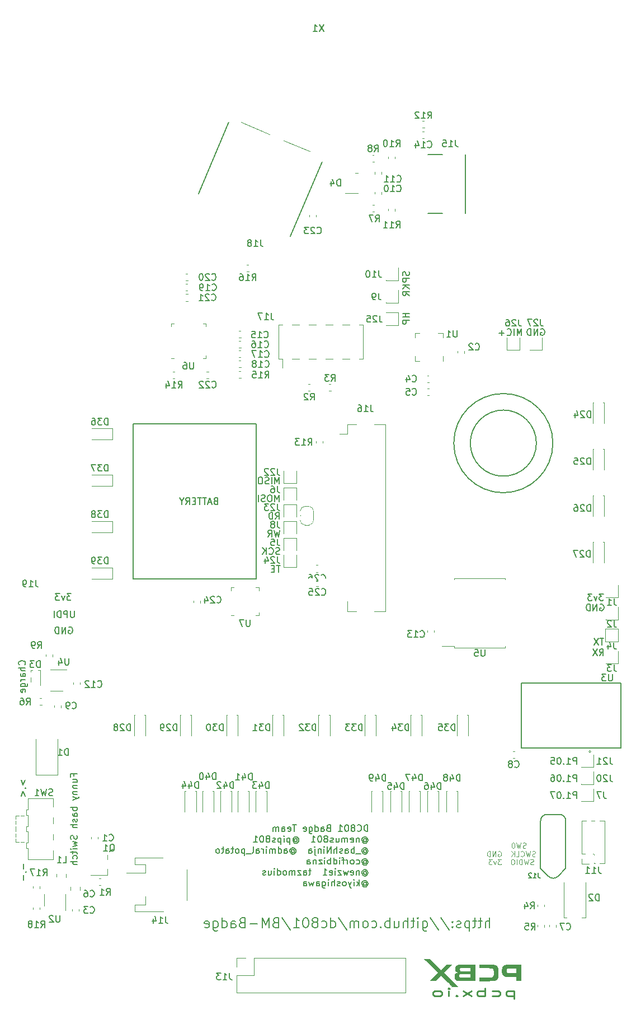
<source format=gbo>
G04 #@! TF.GenerationSoftware,KiCad,Pcbnew,(5.1.5)-3*
G04 #@! TF.CreationDate,2020-11-22T15:34:09-07:00*
G04 #@! TF.ProjectId,purplewizard,70757270-6c65-4776-997a-6172642e6b69,0.1*
G04 #@! TF.SameCoordinates,Original*
G04 #@! TF.FileFunction,Legend,Bot*
G04 #@! TF.FilePolarity,Positive*
%FSLAX46Y46*%
G04 Gerber Fmt 4.6, Leading zero omitted, Abs format (unit mm)*
G04 Created by KiCad (PCBNEW (5.1.5)-3) date 2020-11-22 15:34:09*
%MOMM*%
%LPD*%
G04 APERTURE LIST*
%ADD10C,0.150000*%
%ADD11C,0.100000*%
%ADD12C,0.200000*%
%ADD13C,0.120000*%
%ADD14C,0.010000*%
%ADD15C,0.127000*%
%ADD16C,0.250000*%
%ADD17R,1.900000X1.900000*%
%ADD18C,2.100000*%
%ADD19O,2.100000X2.100000*%
%ADD20C,1.924000*%
%ADD21C,2.000000*%
%ADD22R,1.700000X0.700000*%
%ADD23R,2.600000X2.200000*%
%ADD24R,2.200000X2.900000*%
%ADD25C,1.300000*%
%ADD26R,2.900000X1.650000*%
%ADD27R,1.800000X1.400000*%
%ADD28R,1.800000X1.600000*%
%ADD29C,1.450000*%
%ADD30C,1.150000*%
%ADD31C,1.385520*%
%ADD32C,1.388060*%
%ADD33C,1.184860*%
%ADD34R,1.460000X1.050000*%
%ADD35R,1.400000X1.400000*%
%ADD36O,1.400000X1.400000*%
%ADD37R,1.050000X1.460000*%
%ADD38R,0.900000X0.900000*%
%ADD39O,3.000000X1.700000*%
%ADD40O,2.600000X1.500000*%
%ADD41R,1.100000X1.400000*%
%ADD42R,1.100000X0.700000*%
%ADD43R,2.100000X2.100000*%
%ADD44R,1.400000X3.400000*%
G04 APERTURE END LIST*
D10*
X142063695Y-105415977D02*
X141492266Y-105415977D01*
X141777980Y-106415977D02*
X141777980Y-105415977D01*
X141158933Y-105892168D02*
X140825600Y-105892168D01*
X140682742Y-106415977D02*
X141158933Y-106415977D01*
X141158933Y-105415977D01*
X140682742Y-105415977D01*
X141968457Y-103702904D02*
X141825600Y-103750523D01*
X141587504Y-103750523D01*
X141492266Y-103702904D01*
X141444647Y-103655285D01*
X141397028Y-103560047D01*
X141397028Y-103464809D01*
X141444647Y-103369571D01*
X141492266Y-103321952D01*
X141587504Y-103274333D01*
X141777981Y-103226714D01*
X141873219Y-103179095D01*
X141920838Y-103131476D01*
X141968457Y-103036238D01*
X141968457Y-102941000D01*
X141920838Y-102845762D01*
X141873219Y-102798143D01*
X141777981Y-102750523D01*
X141539885Y-102750523D01*
X141397028Y-102798143D01*
X140397028Y-103655285D02*
X140444647Y-103702904D01*
X140587504Y-103750523D01*
X140682743Y-103750523D01*
X140825600Y-103702904D01*
X140920838Y-103607666D01*
X140968457Y-103512428D01*
X141016076Y-103321952D01*
X141016076Y-103179095D01*
X140968457Y-102988619D01*
X140920838Y-102893381D01*
X140825600Y-102798143D01*
X140682743Y-102750523D01*
X140587504Y-102750523D01*
X140444647Y-102798143D01*
X140397028Y-102845762D01*
X139968457Y-103750523D02*
X139968457Y-102750523D01*
X139397028Y-103750523D02*
X139825600Y-103179095D01*
X139397028Y-102750523D02*
X139968457Y-103321952D01*
X142016076Y-100085069D02*
X141777981Y-101085069D01*
X141587505Y-100370784D01*
X141397028Y-101085069D01*
X141158933Y-100085069D01*
X140206552Y-101085069D02*
X140539885Y-100608879D01*
X140777981Y-101085069D02*
X140777981Y-100085069D01*
X140397028Y-100085069D01*
X140301790Y-100132689D01*
X140254171Y-100180308D01*
X140206552Y-100275546D01*
X140206552Y-100418403D01*
X140254171Y-100513641D01*
X140301790Y-100561260D01*
X140397028Y-100608879D01*
X140777981Y-100608879D01*
X141349410Y-98419615D02*
X141682743Y-97943425D01*
X141920838Y-98419615D02*
X141920838Y-97419615D01*
X141539886Y-97419615D01*
X141444648Y-97467235D01*
X141397029Y-97514854D01*
X141349410Y-97610092D01*
X141349410Y-97752949D01*
X141397029Y-97848187D01*
X141444648Y-97895806D01*
X141539886Y-97943425D01*
X141920838Y-97943425D01*
X140920838Y-98419615D02*
X140920838Y-97419615D01*
X140682743Y-97419615D01*
X140539886Y-97467235D01*
X140444648Y-97562473D01*
X140397029Y-97657711D01*
X140349410Y-97848187D01*
X140349410Y-97991044D01*
X140397029Y-98181520D01*
X140444648Y-98276758D01*
X140539886Y-98371996D01*
X140682743Y-98419615D01*
X140920838Y-98419615D01*
X141920838Y-95754161D02*
X141920838Y-94754161D01*
X141587505Y-95468447D01*
X141254171Y-94754161D01*
X141254171Y-95754161D01*
X140587505Y-94754161D02*
X140397029Y-94754161D01*
X140301790Y-94801781D01*
X140206552Y-94897019D01*
X140158933Y-95087495D01*
X140158933Y-95420828D01*
X140206552Y-95611304D01*
X140301790Y-95706542D01*
X140397029Y-95754161D01*
X140587505Y-95754161D01*
X140682743Y-95706542D01*
X140777981Y-95611304D01*
X140825600Y-95420828D01*
X140825600Y-95087495D01*
X140777981Y-94897019D01*
X140682743Y-94801781D01*
X140587505Y-94754161D01*
X139777981Y-95706542D02*
X139635124Y-95754161D01*
X139397029Y-95754161D01*
X139301790Y-95706542D01*
X139254171Y-95658923D01*
X139206552Y-95563685D01*
X139206552Y-95468447D01*
X139254171Y-95373209D01*
X139301790Y-95325590D01*
X139397029Y-95277971D01*
X139587505Y-95230352D01*
X139682743Y-95182733D01*
X139730362Y-95135114D01*
X139777981Y-95039876D01*
X139777981Y-94944638D01*
X139730362Y-94849400D01*
X139682743Y-94801781D01*
X139587505Y-94754161D01*
X139349410Y-94754161D01*
X139206552Y-94801781D01*
X138777981Y-95754161D02*
X138777981Y-94754161D01*
X141920838Y-93088707D02*
X141920838Y-92088707D01*
X141587505Y-92802993D01*
X141254171Y-92088707D01*
X141254171Y-93088707D01*
X140777981Y-93088707D02*
X140777981Y-92088707D01*
X140349410Y-93041088D02*
X140206552Y-93088707D01*
X139968457Y-93088707D01*
X139873219Y-93041088D01*
X139825600Y-92993469D01*
X139777981Y-92898231D01*
X139777981Y-92802993D01*
X139825600Y-92707755D01*
X139873219Y-92660136D01*
X139968457Y-92612517D01*
X140158933Y-92564898D01*
X140254171Y-92517279D01*
X140301790Y-92469660D01*
X140349410Y-92374422D01*
X140349410Y-92279184D01*
X140301790Y-92183946D01*
X140254171Y-92136327D01*
X140158933Y-92088707D01*
X139920838Y-92088707D01*
X139777981Y-92136327D01*
X139158933Y-92088707D02*
X138968457Y-92088707D01*
X138873219Y-92136327D01*
X138777981Y-92231565D01*
X138730362Y-92422041D01*
X138730362Y-92755374D01*
X138777981Y-92945850D01*
X138873219Y-93041088D01*
X138968457Y-93088707D01*
X139158933Y-93088707D01*
X139254171Y-93041088D01*
X139349410Y-92945850D01*
X139397029Y-92755374D01*
X139397029Y-92422041D01*
X139349410Y-92231565D01*
X139254171Y-92136327D01*
X139158933Y-92088707D01*
X132285600Y-95652171D02*
X132142742Y-95699790D01*
X132095123Y-95747409D01*
X132047504Y-95842647D01*
X132047504Y-95985504D01*
X132095123Y-96080742D01*
X132142742Y-96128361D01*
X132237980Y-96175980D01*
X132618933Y-96175980D01*
X132618933Y-95175980D01*
X132285600Y-95175980D01*
X132190361Y-95223600D01*
X132142742Y-95271219D01*
X132095123Y-95366457D01*
X132095123Y-95461695D01*
X132142742Y-95556933D01*
X132190361Y-95604552D01*
X132285600Y-95652171D01*
X132618933Y-95652171D01*
X131666552Y-95890266D02*
X131190361Y-95890266D01*
X131761790Y-96175980D02*
X131428457Y-95175980D01*
X131095123Y-96175980D01*
X130904647Y-95175980D02*
X130333219Y-95175980D01*
X130618933Y-96175980D02*
X130618933Y-95175980D01*
X130142742Y-95175980D02*
X129571314Y-95175980D01*
X129857028Y-96175980D02*
X129857028Y-95175980D01*
X129237980Y-95652171D02*
X128904647Y-95652171D01*
X128761790Y-96175980D02*
X129237980Y-96175980D01*
X129237980Y-95175980D01*
X128761790Y-95175980D01*
X127761790Y-96175980D02*
X128095123Y-95699790D01*
X128333219Y-96175980D02*
X128333219Y-95175980D01*
X127952266Y-95175980D01*
X127857028Y-95223600D01*
X127809409Y-95271219D01*
X127761790Y-95366457D01*
X127761790Y-95509314D01*
X127809409Y-95604552D01*
X127857028Y-95652171D01*
X127952266Y-95699790D01*
X128333219Y-95699790D01*
X127142742Y-95699790D02*
X127142742Y-96175980D01*
X127476076Y-95175980D02*
X127142742Y-95699790D01*
X126809409Y-95175980D01*
X138415600Y-107463600D02*
X138415600Y-84013600D01*
X119765600Y-107463600D02*
X138415600Y-107463600D01*
X119765600Y-84013600D02*
X119765600Y-107463600D01*
X138415600Y-84013600D02*
X119765600Y-84013600D01*
D11*
X179242266Y-148127409D02*
X179127980Y-148165504D01*
X178937504Y-148165504D01*
X178861314Y-148127409D01*
X178823219Y-148089314D01*
X178785123Y-148013123D01*
X178785123Y-147936933D01*
X178823219Y-147860742D01*
X178861314Y-147822647D01*
X178937504Y-147784552D01*
X179089885Y-147746457D01*
X179166076Y-147708361D01*
X179204171Y-147670266D01*
X179242266Y-147594076D01*
X179242266Y-147517885D01*
X179204171Y-147441695D01*
X179166076Y-147403600D01*
X179089885Y-147365504D01*
X178899409Y-147365504D01*
X178785123Y-147403600D01*
X178518457Y-147365504D02*
X178327980Y-148165504D01*
X178175600Y-147594076D01*
X178023219Y-148165504D01*
X177832742Y-147365504D01*
X177375600Y-147365504D02*
X177299409Y-147365504D01*
X177223219Y-147403600D01*
X177185123Y-147441695D01*
X177147028Y-147517885D01*
X177108933Y-147670266D01*
X177108933Y-147860742D01*
X177147028Y-148013123D01*
X177185123Y-148089314D01*
X177223219Y-148127409D01*
X177299409Y-148165504D01*
X177375600Y-148165504D01*
X177451790Y-148127409D01*
X177489885Y-148089314D01*
X177527980Y-148013123D01*
X177566076Y-147860742D01*
X177566076Y-147670266D01*
X177527980Y-147517885D01*
X177489885Y-147441695D01*
X177451790Y-147403600D01*
X177375600Y-147365504D01*
X180673695Y-149397409D02*
X180559409Y-149435504D01*
X180368933Y-149435504D01*
X180292742Y-149397409D01*
X180254647Y-149359314D01*
X180216552Y-149283123D01*
X180216552Y-149206933D01*
X180254647Y-149130742D01*
X180292742Y-149092647D01*
X180368933Y-149054552D01*
X180521314Y-149016457D01*
X180597504Y-148978361D01*
X180635600Y-148940266D01*
X180673695Y-148864076D01*
X180673695Y-148787885D01*
X180635600Y-148711695D01*
X180597504Y-148673600D01*
X180521314Y-148635504D01*
X180330838Y-148635504D01*
X180216552Y-148673600D01*
X179949885Y-148635504D02*
X179759409Y-149435504D01*
X179607028Y-148864076D01*
X179454647Y-149435504D01*
X179264171Y-148635504D01*
X178502266Y-149359314D02*
X178540361Y-149397409D01*
X178654647Y-149435504D01*
X178730838Y-149435504D01*
X178845123Y-149397409D01*
X178921314Y-149321219D01*
X178959409Y-149245028D01*
X178997504Y-149092647D01*
X178997504Y-148978361D01*
X178959409Y-148825980D01*
X178921314Y-148749790D01*
X178845123Y-148673600D01*
X178730838Y-148635504D01*
X178654647Y-148635504D01*
X178540361Y-148673600D01*
X178502266Y-148711695D01*
X177778457Y-149435504D02*
X178159409Y-149435504D01*
X178159409Y-148635504D01*
X177511790Y-149435504D02*
X177511790Y-148635504D01*
X177054647Y-149435504D02*
X177397504Y-148978361D01*
X177054647Y-148635504D02*
X177511790Y-149092647D01*
X175073695Y-148673600D02*
X175149885Y-148635504D01*
X175264171Y-148635504D01*
X175378457Y-148673600D01*
X175454647Y-148749790D01*
X175492742Y-148825980D01*
X175530838Y-148978361D01*
X175530838Y-149092647D01*
X175492742Y-149245028D01*
X175454647Y-149321219D01*
X175378457Y-149397409D01*
X175264171Y-149435504D01*
X175187980Y-149435504D01*
X175073695Y-149397409D01*
X175035600Y-149359314D01*
X175035600Y-149092647D01*
X175187980Y-149092647D01*
X174692742Y-149435504D02*
X174692742Y-148635504D01*
X174235600Y-149435504D01*
X174235600Y-148635504D01*
X173854647Y-149435504D02*
X173854647Y-148635504D01*
X173664171Y-148635504D01*
X173549885Y-148673600D01*
X173473695Y-148749790D01*
X173435600Y-148825980D01*
X173397504Y-148978361D01*
X173397504Y-149092647D01*
X173435600Y-149245028D01*
X173473695Y-149321219D01*
X173549885Y-149397409D01*
X173664171Y-149435504D01*
X173854647Y-149435504D01*
X180387028Y-150627409D02*
X180272742Y-150665504D01*
X180082266Y-150665504D01*
X180006076Y-150627409D01*
X179967980Y-150589314D01*
X179929885Y-150513123D01*
X179929885Y-150436933D01*
X179967980Y-150360742D01*
X180006076Y-150322647D01*
X180082266Y-150284552D01*
X180234647Y-150246457D01*
X180310838Y-150208361D01*
X180348933Y-150170266D01*
X180387028Y-150094076D01*
X180387028Y-150017885D01*
X180348933Y-149941695D01*
X180310838Y-149903600D01*
X180234647Y-149865504D01*
X180044171Y-149865504D01*
X179929885Y-149903600D01*
X179663219Y-149865504D02*
X179472742Y-150665504D01*
X179320361Y-150094076D01*
X179167980Y-150665504D01*
X178977504Y-149865504D01*
X178672742Y-150665504D02*
X178672742Y-149865504D01*
X178482266Y-149865504D01*
X178367980Y-149903600D01*
X178291790Y-149979790D01*
X178253695Y-150055980D01*
X178215600Y-150208361D01*
X178215600Y-150322647D01*
X178253695Y-150475028D01*
X178291790Y-150551219D01*
X178367980Y-150627409D01*
X178482266Y-150665504D01*
X178672742Y-150665504D01*
X177872742Y-150665504D02*
X177872742Y-149865504D01*
X177339409Y-149865504D02*
X177187028Y-149865504D01*
X177110838Y-149903600D01*
X177034647Y-149979790D01*
X176996552Y-150132171D01*
X176996552Y-150398838D01*
X177034647Y-150551219D01*
X177110838Y-150627409D01*
X177187028Y-150665504D01*
X177339409Y-150665504D01*
X177415600Y-150627409D01*
X177491790Y-150551219D01*
X177529885Y-150398838D01*
X177529885Y-150132171D01*
X177491790Y-149979790D01*
X177415600Y-149903600D01*
X177339409Y-149865504D01*
X175510838Y-149865504D02*
X175015600Y-149865504D01*
X175282266Y-150170266D01*
X175167980Y-150170266D01*
X175091790Y-150208361D01*
X175053695Y-150246457D01*
X175015600Y-150322647D01*
X175015600Y-150513123D01*
X175053695Y-150589314D01*
X175091790Y-150627409D01*
X175167980Y-150665504D01*
X175396552Y-150665504D01*
X175472742Y-150627409D01*
X175510838Y-150589314D01*
X174748933Y-150132171D02*
X174558457Y-150665504D01*
X174367980Y-150132171D01*
X174139409Y-149865504D02*
X173644171Y-149865504D01*
X173910838Y-150170266D01*
X173796552Y-150170266D01*
X173720361Y-150208361D01*
X173682266Y-150246457D01*
X173644171Y-150322647D01*
X173644171Y-150513123D01*
X173682266Y-150589314D01*
X173720361Y-150627409D01*
X173796552Y-150665504D01*
X174025123Y-150665504D01*
X174101314Y-150627409D01*
X174139409Y-150589314D01*
D10*
X155310004Y-145640980D02*
X155310004Y-144640980D01*
X155071909Y-144640980D01*
X154929052Y-144688600D01*
X154833814Y-144783838D01*
X154786195Y-144879076D01*
X154738576Y-145069552D01*
X154738576Y-145212409D01*
X154786195Y-145402885D01*
X154833814Y-145498123D01*
X154929052Y-145593361D01*
X155071909Y-145640980D01*
X155310004Y-145640980D01*
X153738576Y-145545742D02*
X153786195Y-145593361D01*
X153929052Y-145640980D01*
X154024290Y-145640980D01*
X154167147Y-145593361D01*
X154262385Y-145498123D01*
X154310004Y-145402885D01*
X154357623Y-145212409D01*
X154357623Y-145069552D01*
X154310004Y-144879076D01*
X154262385Y-144783838D01*
X154167147Y-144688600D01*
X154024290Y-144640980D01*
X153929052Y-144640980D01*
X153786195Y-144688600D01*
X153738576Y-144736219D01*
X153167147Y-145069552D02*
X153262385Y-145021933D01*
X153310004Y-144974314D01*
X153357623Y-144879076D01*
X153357623Y-144831457D01*
X153310004Y-144736219D01*
X153262385Y-144688600D01*
X153167147Y-144640980D01*
X152976671Y-144640980D01*
X152881433Y-144688600D01*
X152833814Y-144736219D01*
X152786195Y-144831457D01*
X152786195Y-144879076D01*
X152833814Y-144974314D01*
X152881433Y-145021933D01*
X152976671Y-145069552D01*
X153167147Y-145069552D01*
X153262385Y-145117171D01*
X153310004Y-145164790D01*
X153357623Y-145260028D01*
X153357623Y-145450504D01*
X153310004Y-145545742D01*
X153262385Y-145593361D01*
X153167147Y-145640980D01*
X152976671Y-145640980D01*
X152881433Y-145593361D01*
X152833814Y-145545742D01*
X152786195Y-145450504D01*
X152786195Y-145260028D01*
X152833814Y-145164790D01*
X152881433Y-145117171D01*
X152976671Y-145069552D01*
X152167147Y-144640980D02*
X152071909Y-144640980D01*
X151976671Y-144688600D01*
X151929052Y-144736219D01*
X151881433Y-144831457D01*
X151833814Y-145021933D01*
X151833814Y-145260028D01*
X151881433Y-145450504D01*
X151929052Y-145545742D01*
X151976671Y-145593361D01*
X152071909Y-145640980D01*
X152167147Y-145640980D01*
X152262385Y-145593361D01*
X152310004Y-145545742D01*
X152357623Y-145450504D01*
X152405242Y-145260028D01*
X152405242Y-145021933D01*
X152357623Y-144831457D01*
X152310004Y-144736219D01*
X152262385Y-144688600D01*
X152167147Y-144640980D01*
X150881433Y-145640980D02*
X151452861Y-145640980D01*
X151167147Y-145640980D02*
X151167147Y-144640980D01*
X151262385Y-144783838D01*
X151357623Y-144879076D01*
X151452861Y-144926695D01*
X149357623Y-145117171D02*
X149214766Y-145164790D01*
X149167147Y-145212409D01*
X149119528Y-145307647D01*
X149119528Y-145450504D01*
X149167147Y-145545742D01*
X149214766Y-145593361D01*
X149310004Y-145640980D01*
X149690957Y-145640980D01*
X149690957Y-144640980D01*
X149357623Y-144640980D01*
X149262385Y-144688600D01*
X149214766Y-144736219D01*
X149167147Y-144831457D01*
X149167147Y-144926695D01*
X149214766Y-145021933D01*
X149262385Y-145069552D01*
X149357623Y-145117171D01*
X149690957Y-145117171D01*
X148262385Y-145640980D02*
X148262385Y-145117171D01*
X148310004Y-145021933D01*
X148405242Y-144974314D01*
X148595719Y-144974314D01*
X148690957Y-145021933D01*
X148262385Y-145593361D02*
X148357623Y-145640980D01*
X148595719Y-145640980D01*
X148690957Y-145593361D01*
X148738576Y-145498123D01*
X148738576Y-145402885D01*
X148690957Y-145307647D01*
X148595719Y-145260028D01*
X148357623Y-145260028D01*
X148262385Y-145212409D01*
X147357623Y-145640980D02*
X147357623Y-144640980D01*
X147357623Y-145593361D02*
X147452861Y-145640980D01*
X147643338Y-145640980D01*
X147738576Y-145593361D01*
X147786195Y-145545742D01*
X147833814Y-145450504D01*
X147833814Y-145164790D01*
X147786195Y-145069552D01*
X147738576Y-145021933D01*
X147643338Y-144974314D01*
X147452861Y-144974314D01*
X147357623Y-145021933D01*
X146452861Y-144974314D02*
X146452861Y-145783838D01*
X146500480Y-145879076D01*
X146548100Y-145926695D01*
X146643338Y-145974314D01*
X146786195Y-145974314D01*
X146881433Y-145926695D01*
X146452861Y-145593361D02*
X146548100Y-145640980D01*
X146738576Y-145640980D01*
X146833814Y-145593361D01*
X146881433Y-145545742D01*
X146929052Y-145450504D01*
X146929052Y-145164790D01*
X146881433Y-145069552D01*
X146833814Y-145021933D01*
X146738576Y-144974314D01*
X146548100Y-144974314D01*
X146452861Y-145021933D01*
X145595719Y-145593361D02*
X145690957Y-145640980D01*
X145881433Y-145640980D01*
X145976671Y-145593361D01*
X146024290Y-145498123D01*
X146024290Y-145117171D01*
X145976671Y-145021933D01*
X145881433Y-144974314D01*
X145690957Y-144974314D01*
X145595719Y-145021933D01*
X145548100Y-145117171D01*
X145548100Y-145212409D01*
X146024290Y-145307647D01*
X144500480Y-144640980D02*
X143929052Y-144640980D01*
X144214766Y-145640980D02*
X144214766Y-144640980D01*
X143214766Y-145593361D02*
X143310004Y-145640980D01*
X143500480Y-145640980D01*
X143595719Y-145593361D01*
X143643338Y-145498123D01*
X143643338Y-145117171D01*
X143595719Y-145021933D01*
X143500480Y-144974314D01*
X143310004Y-144974314D01*
X143214766Y-145021933D01*
X143167147Y-145117171D01*
X143167147Y-145212409D01*
X143643338Y-145307647D01*
X142310004Y-145640980D02*
X142310004Y-145117171D01*
X142357623Y-145021933D01*
X142452861Y-144974314D01*
X142643338Y-144974314D01*
X142738576Y-145021933D01*
X142310004Y-145593361D02*
X142405242Y-145640980D01*
X142643338Y-145640980D01*
X142738576Y-145593361D01*
X142786195Y-145498123D01*
X142786195Y-145402885D01*
X142738576Y-145307647D01*
X142643338Y-145260028D01*
X142405242Y-145260028D01*
X142310004Y-145212409D01*
X141833814Y-145640980D02*
X141833814Y-144974314D01*
X141833814Y-145069552D02*
X141786195Y-145021933D01*
X141690957Y-144974314D01*
X141548100Y-144974314D01*
X141452861Y-145021933D01*
X141405242Y-145117171D01*
X141405242Y-145640980D01*
X141405242Y-145117171D02*
X141357623Y-145021933D01*
X141262385Y-144974314D01*
X141119528Y-144974314D01*
X141024290Y-145021933D01*
X140976671Y-145117171D01*
X140976671Y-145640980D01*
X154690957Y-146814790D02*
X154738576Y-146767171D01*
X154833814Y-146719552D01*
X154929052Y-146719552D01*
X155024290Y-146767171D01*
X155071909Y-146814790D01*
X155119528Y-146910028D01*
X155119528Y-147005266D01*
X155071909Y-147100504D01*
X155024290Y-147148123D01*
X154929052Y-147195742D01*
X154833814Y-147195742D01*
X154738576Y-147148123D01*
X154690957Y-147100504D01*
X154690957Y-146719552D02*
X154690957Y-147100504D01*
X154643338Y-147148123D01*
X154595719Y-147148123D01*
X154500480Y-147100504D01*
X154452861Y-147005266D01*
X154452861Y-146767171D01*
X154548100Y-146624314D01*
X154690957Y-146529076D01*
X154881433Y-146481457D01*
X155071909Y-146529076D01*
X155214766Y-146624314D01*
X155310004Y-146767171D01*
X155357623Y-146957647D01*
X155310004Y-147148123D01*
X155214766Y-147290980D01*
X155071909Y-147386219D01*
X154881433Y-147433838D01*
X154690957Y-147386219D01*
X154548100Y-147290980D01*
X154024290Y-146624314D02*
X154024290Y-147290980D01*
X154024290Y-146719552D02*
X153976671Y-146671933D01*
X153881433Y-146624314D01*
X153738576Y-146624314D01*
X153643338Y-146671933D01*
X153595719Y-146767171D01*
X153595719Y-147290980D01*
X152738576Y-147243361D02*
X152833814Y-147290980D01*
X153024290Y-147290980D01*
X153119528Y-147243361D01*
X153167147Y-147148123D01*
X153167147Y-146767171D01*
X153119528Y-146671933D01*
X153024290Y-146624314D01*
X152833814Y-146624314D01*
X152738576Y-146671933D01*
X152690957Y-146767171D01*
X152690957Y-146862409D01*
X153167147Y-146957647D01*
X152262385Y-147290980D02*
X152262385Y-146624314D01*
X152262385Y-146719552D02*
X152214766Y-146671933D01*
X152119528Y-146624314D01*
X151976671Y-146624314D01*
X151881433Y-146671933D01*
X151833814Y-146767171D01*
X151833814Y-147290980D01*
X151833814Y-146767171D02*
X151786195Y-146671933D01*
X151690957Y-146624314D01*
X151548100Y-146624314D01*
X151452861Y-146671933D01*
X151405242Y-146767171D01*
X151405242Y-147290980D01*
X150500480Y-146624314D02*
X150500480Y-147290980D01*
X150929052Y-146624314D02*
X150929052Y-147148123D01*
X150881433Y-147243361D01*
X150786195Y-147290980D01*
X150643338Y-147290980D01*
X150548100Y-147243361D01*
X150500480Y-147195742D01*
X150071909Y-147243361D02*
X149976671Y-147290980D01*
X149786195Y-147290980D01*
X149690957Y-147243361D01*
X149643338Y-147148123D01*
X149643338Y-147100504D01*
X149690957Y-147005266D01*
X149786195Y-146957647D01*
X149929052Y-146957647D01*
X150024290Y-146910028D01*
X150071909Y-146814790D01*
X150071909Y-146767171D01*
X150024290Y-146671933D01*
X149929052Y-146624314D01*
X149786195Y-146624314D01*
X149690957Y-146671933D01*
X149071909Y-146719552D02*
X149167147Y-146671933D01*
X149214766Y-146624314D01*
X149262385Y-146529076D01*
X149262385Y-146481457D01*
X149214766Y-146386219D01*
X149167147Y-146338600D01*
X149071909Y-146290980D01*
X148881433Y-146290980D01*
X148786195Y-146338600D01*
X148738576Y-146386219D01*
X148690957Y-146481457D01*
X148690957Y-146529076D01*
X148738576Y-146624314D01*
X148786195Y-146671933D01*
X148881433Y-146719552D01*
X149071909Y-146719552D01*
X149167147Y-146767171D01*
X149214766Y-146814790D01*
X149262385Y-146910028D01*
X149262385Y-147100504D01*
X149214766Y-147195742D01*
X149167147Y-147243361D01*
X149071909Y-147290980D01*
X148881433Y-147290980D01*
X148786195Y-147243361D01*
X148738576Y-147195742D01*
X148690957Y-147100504D01*
X148690957Y-146910028D01*
X148738576Y-146814790D01*
X148786195Y-146767171D01*
X148881433Y-146719552D01*
X148071909Y-146290980D02*
X147976671Y-146290980D01*
X147881433Y-146338600D01*
X147833814Y-146386219D01*
X147786195Y-146481457D01*
X147738576Y-146671933D01*
X147738576Y-146910028D01*
X147786195Y-147100504D01*
X147833814Y-147195742D01*
X147881433Y-147243361D01*
X147976671Y-147290980D01*
X148071909Y-147290980D01*
X148167147Y-147243361D01*
X148214766Y-147195742D01*
X148262385Y-147100504D01*
X148310004Y-146910028D01*
X148310004Y-146671933D01*
X148262385Y-146481457D01*
X148214766Y-146386219D01*
X148167147Y-146338600D01*
X148071909Y-146290980D01*
X146786195Y-147290980D02*
X147357623Y-147290980D01*
X147071909Y-147290980D02*
X147071909Y-146290980D01*
X147167147Y-146433838D01*
X147262385Y-146529076D01*
X147357623Y-146576695D01*
X144214766Y-146814790D02*
X144262385Y-146767171D01*
X144357623Y-146719552D01*
X144452861Y-146719552D01*
X144548100Y-146767171D01*
X144595719Y-146814790D01*
X144643338Y-146910028D01*
X144643338Y-147005266D01*
X144595719Y-147100504D01*
X144548100Y-147148123D01*
X144452861Y-147195742D01*
X144357623Y-147195742D01*
X144262385Y-147148123D01*
X144214766Y-147100504D01*
X144214766Y-146719552D02*
X144214766Y-147100504D01*
X144167147Y-147148123D01*
X144119528Y-147148123D01*
X144024290Y-147100504D01*
X143976671Y-147005266D01*
X143976671Y-146767171D01*
X144071909Y-146624314D01*
X144214766Y-146529076D01*
X144405242Y-146481457D01*
X144595719Y-146529076D01*
X144738576Y-146624314D01*
X144833814Y-146767171D01*
X144881433Y-146957647D01*
X144833814Y-147148123D01*
X144738576Y-147290980D01*
X144595719Y-147386219D01*
X144405242Y-147433838D01*
X144214766Y-147386219D01*
X144071909Y-147290980D01*
X143548100Y-146624314D02*
X143548100Y-147624314D01*
X143548100Y-146671933D02*
X143452861Y-146624314D01*
X143262385Y-146624314D01*
X143167147Y-146671933D01*
X143119528Y-146719552D01*
X143071909Y-146814790D01*
X143071909Y-147100504D01*
X143119528Y-147195742D01*
X143167147Y-147243361D01*
X143262385Y-147290980D01*
X143452861Y-147290980D01*
X143548100Y-147243361D01*
X142643338Y-147290980D02*
X142643338Y-146624314D01*
X142643338Y-146290980D02*
X142690957Y-146338600D01*
X142643338Y-146386219D01*
X142595719Y-146338600D01*
X142643338Y-146290980D01*
X142643338Y-146386219D01*
X142167147Y-146624314D02*
X142167147Y-147624314D01*
X142167147Y-146671933D02*
X142071909Y-146624314D01*
X141881433Y-146624314D01*
X141786195Y-146671933D01*
X141738576Y-146719552D01*
X141690957Y-146814790D01*
X141690957Y-147100504D01*
X141738576Y-147195742D01*
X141786195Y-147243361D01*
X141881433Y-147290980D01*
X142071909Y-147290980D01*
X142167147Y-147243361D01*
X141310004Y-147243361D02*
X141214766Y-147290980D01*
X141024290Y-147290980D01*
X140929052Y-147243361D01*
X140881433Y-147148123D01*
X140881433Y-147100504D01*
X140929052Y-147005266D01*
X141024290Y-146957647D01*
X141167147Y-146957647D01*
X141262385Y-146910028D01*
X141310004Y-146814790D01*
X141310004Y-146767171D01*
X141262385Y-146671933D01*
X141167147Y-146624314D01*
X141024290Y-146624314D01*
X140929052Y-146671933D01*
X140310004Y-146719552D02*
X140405242Y-146671933D01*
X140452861Y-146624314D01*
X140500480Y-146529076D01*
X140500480Y-146481457D01*
X140452861Y-146386219D01*
X140405242Y-146338600D01*
X140310004Y-146290980D01*
X140119528Y-146290980D01*
X140024290Y-146338600D01*
X139976671Y-146386219D01*
X139929052Y-146481457D01*
X139929052Y-146529076D01*
X139976671Y-146624314D01*
X140024290Y-146671933D01*
X140119528Y-146719552D01*
X140310004Y-146719552D01*
X140405242Y-146767171D01*
X140452861Y-146814790D01*
X140500480Y-146910028D01*
X140500480Y-147100504D01*
X140452861Y-147195742D01*
X140405242Y-147243361D01*
X140310004Y-147290980D01*
X140119528Y-147290980D01*
X140024290Y-147243361D01*
X139976671Y-147195742D01*
X139929052Y-147100504D01*
X139929052Y-146910028D01*
X139976671Y-146814790D01*
X140024290Y-146767171D01*
X140119528Y-146719552D01*
X139310004Y-146290980D02*
X139214766Y-146290980D01*
X139119528Y-146338600D01*
X139071909Y-146386219D01*
X139024290Y-146481457D01*
X138976671Y-146671933D01*
X138976671Y-146910028D01*
X139024290Y-147100504D01*
X139071909Y-147195742D01*
X139119528Y-147243361D01*
X139214766Y-147290980D01*
X139310004Y-147290980D01*
X139405242Y-147243361D01*
X139452861Y-147195742D01*
X139500480Y-147100504D01*
X139548100Y-146910028D01*
X139548100Y-146671933D01*
X139500480Y-146481457D01*
X139452861Y-146386219D01*
X139405242Y-146338600D01*
X139310004Y-146290980D01*
X138024290Y-147290980D02*
X138595719Y-147290980D01*
X138310004Y-147290980D02*
X138310004Y-146290980D01*
X138405242Y-146433838D01*
X138500480Y-146529076D01*
X138595719Y-146576695D01*
X154690957Y-148464790D02*
X154738576Y-148417171D01*
X154833814Y-148369552D01*
X154929052Y-148369552D01*
X155024290Y-148417171D01*
X155071909Y-148464790D01*
X155119528Y-148560028D01*
X155119528Y-148655266D01*
X155071909Y-148750504D01*
X155024290Y-148798123D01*
X154929052Y-148845742D01*
X154833814Y-148845742D01*
X154738576Y-148798123D01*
X154690957Y-148750504D01*
X154690957Y-148369552D02*
X154690957Y-148750504D01*
X154643338Y-148798123D01*
X154595719Y-148798123D01*
X154500480Y-148750504D01*
X154452861Y-148655266D01*
X154452861Y-148417171D01*
X154548100Y-148274314D01*
X154690957Y-148179076D01*
X154881433Y-148131457D01*
X155071909Y-148179076D01*
X155214766Y-148274314D01*
X155310004Y-148417171D01*
X155357623Y-148607647D01*
X155310004Y-148798123D01*
X155214766Y-148940980D01*
X155071909Y-149036219D01*
X154881433Y-149083838D01*
X154690957Y-149036219D01*
X154548100Y-148940980D01*
X154262385Y-149036219D02*
X153500480Y-149036219D01*
X153262385Y-148940980D02*
X153262385Y-147940980D01*
X153262385Y-148321933D02*
X153167147Y-148274314D01*
X152976671Y-148274314D01*
X152881433Y-148321933D01*
X152833814Y-148369552D01*
X152786195Y-148464790D01*
X152786195Y-148750504D01*
X152833814Y-148845742D01*
X152881433Y-148893361D01*
X152976671Y-148940980D01*
X153167147Y-148940980D01*
X153262385Y-148893361D01*
X151929052Y-148940980D02*
X151929052Y-148417171D01*
X151976671Y-148321933D01*
X152071909Y-148274314D01*
X152262385Y-148274314D01*
X152357623Y-148321933D01*
X151929052Y-148893361D02*
X152024290Y-148940980D01*
X152262385Y-148940980D01*
X152357623Y-148893361D01*
X152405242Y-148798123D01*
X152405242Y-148702885D01*
X152357623Y-148607647D01*
X152262385Y-148560028D01*
X152024290Y-148560028D01*
X151929052Y-148512409D01*
X151500480Y-148893361D02*
X151405242Y-148940980D01*
X151214766Y-148940980D01*
X151119528Y-148893361D01*
X151071909Y-148798123D01*
X151071909Y-148750504D01*
X151119528Y-148655266D01*
X151214766Y-148607647D01*
X151357623Y-148607647D01*
X151452861Y-148560028D01*
X151500480Y-148464790D01*
X151500480Y-148417171D01*
X151452861Y-148321933D01*
X151357623Y-148274314D01*
X151214766Y-148274314D01*
X151119528Y-148321933D01*
X150643338Y-148940980D02*
X150643338Y-147940980D01*
X150214766Y-148940980D02*
X150214766Y-148417171D01*
X150262385Y-148321933D01*
X150357623Y-148274314D01*
X150500480Y-148274314D01*
X150595719Y-148321933D01*
X150643338Y-148369552D01*
X149738576Y-148940980D02*
X149738576Y-147940980D01*
X149167147Y-148940980D01*
X149167147Y-147940980D01*
X148690957Y-148940980D02*
X148690957Y-148274314D01*
X148690957Y-147940980D02*
X148738576Y-147988600D01*
X148690957Y-148036219D01*
X148643338Y-147988600D01*
X148690957Y-147940980D01*
X148690957Y-148036219D01*
X148214766Y-148274314D02*
X148214766Y-148940980D01*
X148214766Y-148369552D02*
X148167147Y-148321933D01*
X148071909Y-148274314D01*
X147929052Y-148274314D01*
X147833814Y-148321933D01*
X147786195Y-148417171D01*
X147786195Y-148940980D01*
X147310004Y-148274314D02*
X147310004Y-149131457D01*
X147357623Y-149226695D01*
X147452861Y-149274314D01*
X147500480Y-149274314D01*
X147310004Y-147940980D02*
X147357623Y-147988600D01*
X147310004Y-148036219D01*
X147262385Y-147988600D01*
X147310004Y-147940980D01*
X147310004Y-148036219D01*
X146405242Y-148940980D02*
X146405242Y-148417171D01*
X146452861Y-148321933D01*
X146548100Y-148274314D01*
X146738576Y-148274314D01*
X146833814Y-148321933D01*
X146405242Y-148893361D02*
X146500480Y-148940980D01*
X146738576Y-148940980D01*
X146833814Y-148893361D01*
X146881433Y-148798123D01*
X146881433Y-148702885D01*
X146833814Y-148607647D01*
X146738576Y-148560028D01*
X146500480Y-148560028D01*
X146405242Y-148512409D01*
X143786195Y-148464790D02*
X143833814Y-148417171D01*
X143929052Y-148369552D01*
X144024290Y-148369552D01*
X144119528Y-148417171D01*
X144167147Y-148464790D01*
X144214766Y-148560028D01*
X144214766Y-148655266D01*
X144167147Y-148750504D01*
X144119528Y-148798123D01*
X144024290Y-148845742D01*
X143929052Y-148845742D01*
X143833814Y-148798123D01*
X143786195Y-148750504D01*
X143786195Y-148369552D02*
X143786195Y-148750504D01*
X143738576Y-148798123D01*
X143690957Y-148798123D01*
X143595719Y-148750504D01*
X143548100Y-148655266D01*
X143548100Y-148417171D01*
X143643338Y-148274314D01*
X143786195Y-148179076D01*
X143976671Y-148131457D01*
X144167147Y-148179076D01*
X144310004Y-148274314D01*
X144405242Y-148417171D01*
X144452861Y-148607647D01*
X144405242Y-148798123D01*
X144310004Y-148940980D01*
X144167147Y-149036219D01*
X143976671Y-149083838D01*
X143786195Y-149036219D01*
X143643338Y-148940980D01*
X142690957Y-148940980D02*
X142690957Y-148417171D01*
X142738576Y-148321933D01*
X142833814Y-148274314D01*
X143024290Y-148274314D01*
X143119528Y-148321933D01*
X142690957Y-148893361D02*
X142786195Y-148940980D01*
X143024290Y-148940980D01*
X143119528Y-148893361D01*
X143167147Y-148798123D01*
X143167147Y-148702885D01*
X143119528Y-148607647D01*
X143024290Y-148560028D01*
X142786195Y-148560028D01*
X142690957Y-148512409D01*
X141786195Y-148940980D02*
X141786195Y-147940980D01*
X141786195Y-148893361D02*
X141881433Y-148940980D01*
X142071909Y-148940980D01*
X142167147Y-148893361D01*
X142214766Y-148845742D01*
X142262385Y-148750504D01*
X142262385Y-148464790D01*
X142214766Y-148369552D01*
X142167147Y-148321933D01*
X142071909Y-148274314D01*
X141881433Y-148274314D01*
X141786195Y-148321933D01*
X141310004Y-148940980D02*
X141310004Y-148274314D01*
X141310004Y-148369552D02*
X141262385Y-148321933D01*
X141167147Y-148274314D01*
X141024290Y-148274314D01*
X140929052Y-148321933D01*
X140881433Y-148417171D01*
X140881433Y-148940980D01*
X140881433Y-148417171D02*
X140833814Y-148321933D01*
X140738576Y-148274314D01*
X140595719Y-148274314D01*
X140500480Y-148321933D01*
X140452861Y-148417171D01*
X140452861Y-148940980D01*
X139976671Y-148940980D02*
X139976671Y-148274314D01*
X139976671Y-147940980D02*
X140024290Y-147988600D01*
X139976671Y-148036219D01*
X139929052Y-147988600D01*
X139976671Y-147940980D01*
X139976671Y-148036219D01*
X139500480Y-148940980D02*
X139500480Y-148274314D01*
X139500480Y-148464790D02*
X139452861Y-148369552D01*
X139405242Y-148321933D01*
X139310004Y-148274314D01*
X139214766Y-148274314D01*
X138452861Y-148940980D02*
X138452861Y-148417171D01*
X138500480Y-148321933D01*
X138595719Y-148274314D01*
X138786195Y-148274314D01*
X138881433Y-148321933D01*
X138452861Y-148893361D02*
X138548100Y-148940980D01*
X138786195Y-148940980D01*
X138881433Y-148893361D01*
X138929052Y-148798123D01*
X138929052Y-148702885D01*
X138881433Y-148607647D01*
X138786195Y-148560028D01*
X138548100Y-148560028D01*
X138452861Y-148512409D01*
X137833814Y-148940980D02*
X137929052Y-148893361D01*
X137976671Y-148798123D01*
X137976671Y-147940980D01*
X137690957Y-149036219D02*
X136929052Y-149036219D01*
X136690957Y-148274314D02*
X136690957Y-149274314D01*
X136690957Y-148321933D02*
X136595719Y-148274314D01*
X136405242Y-148274314D01*
X136310004Y-148321933D01*
X136262385Y-148369552D01*
X136214766Y-148464790D01*
X136214766Y-148750504D01*
X136262385Y-148845742D01*
X136310004Y-148893361D01*
X136405242Y-148940980D01*
X136595719Y-148940980D01*
X136690957Y-148893361D01*
X135643338Y-148940980D02*
X135738576Y-148893361D01*
X135786195Y-148845742D01*
X135833814Y-148750504D01*
X135833814Y-148464790D01*
X135786195Y-148369552D01*
X135738576Y-148321933D01*
X135643338Y-148274314D01*
X135500480Y-148274314D01*
X135405242Y-148321933D01*
X135357623Y-148369552D01*
X135310004Y-148464790D01*
X135310004Y-148750504D01*
X135357623Y-148845742D01*
X135405242Y-148893361D01*
X135500480Y-148940980D01*
X135643338Y-148940980D01*
X135024290Y-148274314D02*
X134643338Y-148274314D01*
X134881433Y-147940980D02*
X134881433Y-148798123D01*
X134833814Y-148893361D01*
X134738576Y-148940980D01*
X134643338Y-148940980D01*
X133881433Y-148940980D02*
X133881433Y-148417171D01*
X133929052Y-148321933D01*
X134024290Y-148274314D01*
X134214766Y-148274314D01*
X134310004Y-148321933D01*
X133881433Y-148893361D02*
X133976671Y-148940980D01*
X134214766Y-148940980D01*
X134310004Y-148893361D01*
X134357623Y-148798123D01*
X134357623Y-148702885D01*
X134310004Y-148607647D01*
X134214766Y-148560028D01*
X133976671Y-148560028D01*
X133881433Y-148512409D01*
X133548100Y-148274314D02*
X133167147Y-148274314D01*
X133405242Y-147940980D02*
X133405242Y-148798123D01*
X133357623Y-148893361D01*
X133262385Y-148940980D01*
X133167147Y-148940980D01*
X132690957Y-148940980D02*
X132786195Y-148893361D01*
X132833814Y-148845742D01*
X132881433Y-148750504D01*
X132881433Y-148464790D01*
X132833814Y-148369552D01*
X132786195Y-148321933D01*
X132690957Y-148274314D01*
X132548100Y-148274314D01*
X132452861Y-148321933D01*
X132405242Y-148369552D01*
X132357623Y-148464790D01*
X132357623Y-148750504D01*
X132405242Y-148845742D01*
X132452861Y-148893361D01*
X132548100Y-148940980D01*
X132690957Y-148940980D01*
X154690957Y-150114790D02*
X154738576Y-150067171D01*
X154833814Y-150019552D01*
X154929052Y-150019552D01*
X155024290Y-150067171D01*
X155071909Y-150114790D01*
X155119528Y-150210028D01*
X155119528Y-150305266D01*
X155071909Y-150400504D01*
X155024290Y-150448123D01*
X154929052Y-150495742D01*
X154833814Y-150495742D01*
X154738576Y-150448123D01*
X154690957Y-150400504D01*
X154690957Y-150019552D02*
X154690957Y-150400504D01*
X154643338Y-150448123D01*
X154595719Y-150448123D01*
X154500480Y-150400504D01*
X154452861Y-150305266D01*
X154452861Y-150067171D01*
X154548100Y-149924314D01*
X154690957Y-149829076D01*
X154881433Y-149781457D01*
X155071909Y-149829076D01*
X155214766Y-149924314D01*
X155310004Y-150067171D01*
X155357623Y-150257647D01*
X155310004Y-150448123D01*
X155214766Y-150590980D01*
X155071909Y-150686219D01*
X154881433Y-150733838D01*
X154690957Y-150686219D01*
X154548100Y-150590980D01*
X153595719Y-150543361D02*
X153690957Y-150590980D01*
X153881433Y-150590980D01*
X153976671Y-150543361D01*
X154024290Y-150495742D01*
X154071909Y-150400504D01*
X154071909Y-150114790D01*
X154024290Y-150019552D01*
X153976671Y-149971933D01*
X153881433Y-149924314D01*
X153690957Y-149924314D01*
X153595719Y-149971933D01*
X153024290Y-150590980D02*
X153119528Y-150543361D01*
X153167147Y-150495742D01*
X153214766Y-150400504D01*
X153214766Y-150114790D01*
X153167147Y-150019552D01*
X153119528Y-149971933D01*
X153024290Y-149924314D01*
X152881433Y-149924314D01*
X152786195Y-149971933D01*
X152738576Y-150019552D01*
X152690957Y-150114790D01*
X152690957Y-150400504D01*
X152738576Y-150495742D01*
X152786195Y-150543361D01*
X152881433Y-150590980D01*
X153024290Y-150590980D01*
X152262385Y-150590980D02*
X152262385Y-149924314D01*
X152262385Y-150114790D02*
X152214766Y-150019552D01*
X152167147Y-149971933D01*
X152071909Y-149924314D01*
X151976671Y-149924314D01*
X151786195Y-149924314D02*
X151405242Y-149924314D01*
X151643338Y-150590980D02*
X151643338Y-149733838D01*
X151595719Y-149638600D01*
X151500480Y-149590980D01*
X151405242Y-149590980D01*
X151071909Y-150590980D02*
X151071909Y-149924314D01*
X151071909Y-149590980D02*
X151119528Y-149638600D01*
X151071909Y-149686219D01*
X151024290Y-149638600D01*
X151071909Y-149590980D01*
X151071909Y-149686219D01*
X150167147Y-150590980D02*
X150167147Y-149590980D01*
X150167147Y-150543361D02*
X150262385Y-150590980D01*
X150452861Y-150590980D01*
X150548100Y-150543361D01*
X150595719Y-150495742D01*
X150643338Y-150400504D01*
X150643338Y-150114790D01*
X150595719Y-150019552D01*
X150548100Y-149971933D01*
X150452861Y-149924314D01*
X150262385Y-149924314D01*
X150167147Y-149971933D01*
X149690957Y-150590980D02*
X149690957Y-149590980D01*
X149690957Y-149971933D02*
X149595719Y-149924314D01*
X149405242Y-149924314D01*
X149310004Y-149971933D01*
X149262385Y-150019552D01*
X149214766Y-150114790D01*
X149214766Y-150400504D01*
X149262385Y-150495742D01*
X149310004Y-150543361D01*
X149405242Y-150590980D01*
X149595719Y-150590980D01*
X149690957Y-150543361D01*
X148786195Y-150590980D02*
X148786195Y-149924314D01*
X148786195Y-149590980D02*
X148833814Y-149638600D01*
X148786195Y-149686219D01*
X148738576Y-149638600D01*
X148786195Y-149590980D01*
X148786195Y-149686219D01*
X148405242Y-149924314D02*
X147881433Y-149924314D01*
X148405242Y-150590980D01*
X147881433Y-150590980D01*
X147500480Y-149924314D02*
X147500480Y-150590980D01*
X147500480Y-150019552D02*
X147452861Y-149971933D01*
X147357623Y-149924314D01*
X147214766Y-149924314D01*
X147119528Y-149971933D01*
X147071909Y-150067171D01*
X147071909Y-150590980D01*
X146167147Y-150590980D02*
X146167147Y-150067171D01*
X146214766Y-149971933D01*
X146310004Y-149924314D01*
X146500480Y-149924314D01*
X146595719Y-149971933D01*
X146167147Y-150543361D02*
X146262385Y-150590980D01*
X146500480Y-150590980D01*
X146595719Y-150543361D01*
X146643338Y-150448123D01*
X146643338Y-150352885D01*
X146595719Y-150257647D01*
X146500480Y-150210028D01*
X146262385Y-150210028D01*
X146167147Y-150162409D01*
X154690957Y-151764790D02*
X154738576Y-151717171D01*
X154833814Y-151669552D01*
X154929052Y-151669552D01*
X155024290Y-151717171D01*
X155071909Y-151764790D01*
X155119528Y-151860028D01*
X155119528Y-151955266D01*
X155071909Y-152050504D01*
X155024290Y-152098123D01*
X154929052Y-152145742D01*
X154833814Y-152145742D01*
X154738576Y-152098123D01*
X154690957Y-152050504D01*
X154690957Y-151669552D02*
X154690957Y-152050504D01*
X154643338Y-152098123D01*
X154595719Y-152098123D01*
X154500480Y-152050504D01*
X154452861Y-151955266D01*
X154452861Y-151717171D01*
X154548100Y-151574314D01*
X154690957Y-151479076D01*
X154881433Y-151431457D01*
X155071909Y-151479076D01*
X155214766Y-151574314D01*
X155310004Y-151717171D01*
X155357623Y-151907647D01*
X155310004Y-152098123D01*
X155214766Y-152240980D01*
X155071909Y-152336219D01*
X154881433Y-152383838D01*
X154690957Y-152336219D01*
X154548100Y-152240980D01*
X154024290Y-151574314D02*
X154024290Y-152240980D01*
X154024290Y-151669552D02*
X153976671Y-151621933D01*
X153881433Y-151574314D01*
X153738576Y-151574314D01*
X153643338Y-151621933D01*
X153595719Y-151717171D01*
X153595719Y-152240980D01*
X152738576Y-152193361D02*
X152833814Y-152240980D01*
X153024290Y-152240980D01*
X153119528Y-152193361D01*
X153167147Y-152098123D01*
X153167147Y-151717171D01*
X153119528Y-151621933D01*
X153024290Y-151574314D01*
X152833814Y-151574314D01*
X152738576Y-151621933D01*
X152690957Y-151717171D01*
X152690957Y-151812409D01*
X153167147Y-151907647D01*
X152357623Y-151574314D02*
X152167147Y-152240980D01*
X151976671Y-151764790D01*
X151786195Y-152240980D01*
X151595719Y-151574314D01*
X151310004Y-151574314D02*
X150786195Y-151574314D01*
X151310004Y-152240980D01*
X150786195Y-152240980D01*
X150405242Y-152240980D02*
X150405242Y-151574314D01*
X150405242Y-151240980D02*
X150452861Y-151288600D01*
X150405242Y-151336219D01*
X150357623Y-151288600D01*
X150405242Y-151240980D01*
X150405242Y-151336219D01*
X149548100Y-152193361D02*
X149643338Y-152240980D01*
X149833814Y-152240980D01*
X149929052Y-152193361D01*
X149976671Y-152098123D01*
X149976671Y-151717171D01*
X149929052Y-151621933D01*
X149833814Y-151574314D01*
X149643338Y-151574314D01*
X149548100Y-151621933D01*
X149500480Y-151717171D01*
X149500480Y-151812409D01*
X149976671Y-151907647D01*
X148548100Y-152240980D02*
X149119528Y-152240980D01*
X148833814Y-152240980D02*
X148833814Y-151240980D01*
X148929052Y-151383838D01*
X149024290Y-151479076D01*
X149119528Y-151526695D01*
X146738576Y-151574314D02*
X146357623Y-151574314D01*
X146595719Y-151240980D02*
X146595719Y-152098123D01*
X146548100Y-152193361D01*
X146452861Y-152240980D01*
X146357623Y-152240980D01*
X145595719Y-152240980D02*
X145595719Y-151717171D01*
X145643338Y-151621933D01*
X145738576Y-151574314D01*
X145929052Y-151574314D01*
X146024290Y-151621933D01*
X145595719Y-152193361D02*
X145690957Y-152240980D01*
X145929052Y-152240980D01*
X146024290Y-152193361D01*
X146071909Y-152098123D01*
X146071909Y-152002885D01*
X146024290Y-151907647D01*
X145929052Y-151860028D01*
X145690957Y-151860028D01*
X145595719Y-151812409D01*
X145214766Y-151574314D02*
X144690957Y-151574314D01*
X145214766Y-152240980D01*
X144690957Y-152240980D01*
X144310004Y-152240980D02*
X144310004Y-151574314D01*
X144310004Y-151669552D02*
X144262385Y-151621933D01*
X144167147Y-151574314D01*
X144024290Y-151574314D01*
X143929052Y-151621933D01*
X143881433Y-151717171D01*
X143881433Y-152240980D01*
X143881433Y-151717171D02*
X143833814Y-151621933D01*
X143738576Y-151574314D01*
X143595719Y-151574314D01*
X143500480Y-151621933D01*
X143452861Y-151717171D01*
X143452861Y-152240980D01*
X142833814Y-152240980D02*
X142929052Y-152193361D01*
X142976671Y-152145742D01*
X143024290Y-152050504D01*
X143024290Y-151764790D01*
X142976671Y-151669552D01*
X142929052Y-151621933D01*
X142833814Y-151574314D01*
X142690957Y-151574314D01*
X142595719Y-151621933D01*
X142548100Y-151669552D01*
X142500480Y-151764790D01*
X142500480Y-152050504D01*
X142548100Y-152145742D01*
X142595719Y-152193361D01*
X142690957Y-152240980D01*
X142833814Y-152240980D01*
X141643338Y-152240980D02*
X141643338Y-151240980D01*
X141643338Y-152193361D02*
X141738576Y-152240980D01*
X141929052Y-152240980D01*
X142024290Y-152193361D01*
X142071909Y-152145742D01*
X142119528Y-152050504D01*
X142119528Y-151764790D01*
X142071909Y-151669552D01*
X142024290Y-151621933D01*
X141929052Y-151574314D01*
X141738576Y-151574314D01*
X141643338Y-151621933D01*
X141167147Y-152240980D02*
X141167147Y-151574314D01*
X141167147Y-151240980D02*
X141214766Y-151288600D01*
X141167147Y-151336219D01*
X141119528Y-151288600D01*
X141167147Y-151240980D01*
X141167147Y-151336219D01*
X140262385Y-151574314D02*
X140262385Y-152240980D01*
X140690957Y-151574314D02*
X140690957Y-152098123D01*
X140643338Y-152193361D01*
X140548100Y-152240980D01*
X140405242Y-152240980D01*
X140310004Y-152193361D01*
X140262385Y-152145742D01*
X139833814Y-152193361D02*
X139738576Y-152240980D01*
X139548100Y-152240980D01*
X139452861Y-152193361D01*
X139405242Y-152098123D01*
X139405242Y-152050504D01*
X139452861Y-151955266D01*
X139548100Y-151907647D01*
X139690957Y-151907647D01*
X139786195Y-151860028D01*
X139833814Y-151764790D01*
X139833814Y-151717171D01*
X139786195Y-151621933D01*
X139690957Y-151574314D01*
X139548100Y-151574314D01*
X139452861Y-151621933D01*
X154690957Y-153414790D02*
X154738576Y-153367171D01*
X154833814Y-153319552D01*
X154929052Y-153319552D01*
X155024290Y-153367171D01*
X155071909Y-153414790D01*
X155119528Y-153510028D01*
X155119528Y-153605266D01*
X155071909Y-153700504D01*
X155024290Y-153748123D01*
X154929052Y-153795742D01*
X154833814Y-153795742D01*
X154738576Y-153748123D01*
X154690957Y-153700504D01*
X154690957Y-153319552D02*
X154690957Y-153700504D01*
X154643338Y-153748123D01*
X154595719Y-153748123D01*
X154500480Y-153700504D01*
X154452861Y-153605266D01*
X154452861Y-153367171D01*
X154548100Y-153224314D01*
X154690957Y-153129076D01*
X154881433Y-153081457D01*
X155071909Y-153129076D01*
X155214766Y-153224314D01*
X155310004Y-153367171D01*
X155357623Y-153557647D01*
X155310004Y-153748123D01*
X155214766Y-153890980D01*
X155071909Y-153986219D01*
X154881433Y-154033838D01*
X154690957Y-153986219D01*
X154548100Y-153890980D01*
X154024290Y-153890980D02*
X154024290Y-152890980D01*
X153929052Y-153510028D02*
X153643338Y-153890980D01*
X153643338Y-153224314D02*
X154024290Y-153605266D01*
X153214766Y-153890980D02*
X153214766Y-153224314D01*
X153214766Y-152890980D02*
X153262385Y-152938600D01*
X153214766Y-152986219D01*
X153167147Y-152938600D01*
X153214766Y-152890980D01*
X153214766Y-152986219D01*
X152833814Y-153224314D02*
X152595719Y-153890980D01*
X152357623Y-153224314D02*
X152595719Y-153890980D01*
X152690957Y-154129076D01*
X152738576Y-154176695D01*
X152833814Y-154224314D01*
X151833814Y-153890980D02*
X151929052Y-153843361D01*
X151976671Y-153795742D01*
X152024290Y-153700504D01*
X152024290Y-153414790D01*
X151976671Y-153319552D01*
X151929052Y-153271933D01*
X151833814Y-153224314D01*
X151690957Y-153224314D01*
X151595719Y-153271933D01*
X151548100Y-153319552D01*
X151500480Y-153414790D01*
X151500480Y-153700504D01*
X151548100Y-153795742D01*
X151595719Y-153843361D01*
X151690957Y-153890980D01*
X151833814Y-153890980D01*
X151119528Y-153843361D02*
X151024290Y-153890980D01*
X150833814Y-153890980D01*
X150738576Y-153843361D01*
X150690957Y-153748123D01*
X150690957Y-153700504D01*
X150738576Y-153605266D01*
X150833814Y-153557647D01*
X150976671Y-153557647D01*
X151071909Y-153510028D01*
X151119528Y-153414790D01*
X151119528Y-153367171D01*
X151071909Y-153271933D01*
X150976671Y-153224314D01*
X150833814Y-153224314D01*
X150738576Y-153271933D01*
X150262385Y-153890980D02*
X150262385Y-152890980D01*
X149833814Y-153890980D02*
X149833814Y-153367171D01*
X149881433Y-153271933D01*
X149976671Y-153224314D01*
X150119528Y-153224314D01*
X150214766Y-153271933D01*
X150262385Y-153319552D01*
X149357623Y-153890980D02*
X149357623Y-153224314D01*
X149357623Y-152890980D02*
X149405242Y-152938600D01*
X149357623Y-152986219D01*
X149310004Y-152938600D01*
X149357623Y-152890980D01*
X149357623Y-152986219D01*
X148452861Y-153224314D02*
X148452861Y-154033838D01*
X148500480Y-154129076D01*
X148548100Y-154176695D01*
X148643338Y-154224314D01*
X148786195Y-154224314D01*
X148881433Y-154176695D01*
X148452861Y-153843361D02*
X148548100Y-153890980D01*
X148738576Y-153890980D01*
X148833814Y-153843361D01*
X148881433Y-153795742D01*
X148929052Y-153700504D01*
X148929052Y-153414790D01*
X148881433Y-153319552D01*
X148833814Y-153271933D01*
X148738576Y-153224314D01*
X148548100Y-153224314D01*
X148452861Y-153271933D01*
X147548100Y-153890980D02*
X147548100Y-153367171D01*
X147595719Y-153271933D01*
X147690957Y-153224314D01*
X147881433Y-153224314D01*
X147976671Y-153271933D01*
X147548100Y-153843361D02*
X147643338Y-153890980D01*
X147881433Y-153890980D01*
X147976671Y-153843361D01*
X148024290Y-153748123D01*
X148024290Y-153652885D01*
X147976671Y-153557647D01*
X147881433Y-153510028D01*
X147643338Y-153510028D01*
X147548100Y-153462409D01*
X147167147Y-153224314D02*
X146976671Y-153890980D01*
X146786195Y-153414790D01*
X146595719Y-153890980D01*
X146405242Y-153224314D01*
X145595719Y-153890980D02*
X145595719Y-153367171D01*
X145643338Y-153271933D01*
X145738576Y-153224314D01*
X145929052Y-153224314D01*
X146024290Y-153271933D01*
X145595719Y-153843361D02*
X145690957Y-153890980D01*
X145929052Y-153890980D01*
X146024290Y-153843361D01*
X146071909Y-153748123D01*
X146071909Y-153652885D01*
X146024290Y-153557647D01*
X145929052Y-153510028D01*
X145690957Y-153510028D01*
X145595719Y-153462409D01*
X110804171Y-137259790D02*
X110804171Y-136926457D01*
X111327980Y-136926457D02*
X110327980Y-136926457D01*
X110327980Y-137402647D01*
X110661314Y-138212171D02*
X111327980Y-138212171D01*
X110661314Y-137783600D02*
X111185123Y-137783600D01*
X111280361Y-137831219D01*
X111327980Y-137926457D01*
X111327980Y-138069314D01*
X111280361Y-138164552D01*
X111232742Y-138212171D01*
X110661314Y-138688361D02*
X111327980Y-138688361D01*
X110756552Y-138688361D02*
X110708933Y-138735980D01*
X110661314Y-138831219D01*
X110661314Y-138974076D01*
X110708933Y-139069314D01*
X110804171Y-139116933D01*
X111327980Y-139116933D01*
X110661314Y-139593123D02*
X111327980Y-139593123D01*
X110756552Y-139593123D02*
X110708933Y-139640742D01*
X110661314Y-139735980D01*
X110661314Y-139878838D01*
X110708933Y-139974076D01*
X110804171Y-140021695D01*
X111327980Y-140021695D01*
X110661314Y-140402647D02*
X111327980Y-140640742D01*
X110661314Y-140878838D02*
X111327980Y-140640742D01*
X111566076Y-140545504D01*
X111613695Y-140497885D01*
X111661314Y-140402647D01*
X111327980Y-142021695D02*
X110327980Y-142021695D01*
X110708933Y-142021695D02*
X110661314Y-142116933D01*
X110661314Y-142307409D01*
X110708933Y-142402647D01*
X110756552Y-142450266D01*
X110851790Y-142497885D01*
X111137504Y-142497885D01*
X111232742Y-142450266D01*
X111280361Y-142402647D01*
X111327980Y-142307409D01*
X111327980Y-142116933D01*
X111280361Y-142021695D01*
X111327980Y-143355028D02*
X110804171Y-143355028D01*
X110708933Y-143307409D01*
X110661314Y-143212171D01*
X110661314Y-143021695D01*
X110708933Y-142926457D01*
X111280361Y-143355028D02*
X111327980Y-143259790D01*
X111327980Y-143021695D01*
X111280361Y-142926457D01*
X111185123Y-142878838D01*
X111089885Y-142878838D01*
X110994647Y-142926457D01*
X110947028Y-143021695D01*
X110947028Y-143259790D01*
X110899409Y-143355028D01*
X111280361Y-143783600D02*
X111327980Y-143878838D01*
X111327980Y-144069314D01*
X111280361Y-144164552D01*
X111185123Y-144212171D01*
X111137504Y-144212171D01*
X111042266Y-144164552D01*
X110994647Y-144069314D01*
X110994647Y-143926457D01*
X110947028Y-143831219D01*
X110851790Y-143783600D01*
X110804171Y-143783600D01*
X110708933Y-143831219D01*
X110661314Y-143926457D01*
X110661314Y-144069314D01*
X110708933Y-144164552D01*
X111327980Y-144640742D02*
X110327980Y-144640742D01*
X111327980Y-145069314D02*
X110804171Y-145069314D01*
X110708933Y-145021695D01*
X110661314Y-144926457D01*
X110661314Y-144783600D01*
X110708933Y-144688361D01*
X110756552Y-144640742D01*
X111280361Y-146259790D02*
X111327980Y-146402647D01*
X111327980Y-146640742D01*
X111280361Y-146735980D01*
X111232742Y-146783600D01*
X111137504Y-146831219D01*
X111042266Y-146831219D01*
X110947028Y-146783600D01*
X110899409Y-146735980D01*
X110851790Y-146640742D01*
X110804171Y-146450266D01*
X110756552Y-146355028D01*
X110708933Y-146307409D01*
X110613695Y-146259790D01*
X110518457Y-146259790D01*
X110423219Y-146307409D01*
X110375600Y-146355028D01*
X110327980Y-146450266D01*
X110327980Y-146688361D01*
X110375600Y-146831219D01*
X110661314Y-147164552D02*
X111327980Y-147355028D01*
X110851790Y-147545504D01*
X111327980Y-147735980D01*
X110661314Y-147926457D01*
X111327980Y-148307409D02*
X110661314Y-148307409D01*
X110327980Y-148307409D02*
X110375600Y-148259790D01*
X110423219Y-148307409D01*
X110375600Y-148355028D01*
X110327980Y-148307409D01*
X110423219Y-148307409D01*
X110661314Y-148640742D02*
X110661314Y-149021695D01*
X110327980Y-148783600D02*
X111185123Y-148783600D01*
X111280361Y-148831219D01*
X111327980Y-148926457D01*
X111327980Y-149021695D01*
X111280361Y-149783600D02*
X111327980Y-149688361D01*
X111327980Y-149497885D01*
X111280361Y-149402647D01*
X111232742Y-149355028D01*
X111137504Y-149307409D01*
X110851790Y-149307409D01*
X110756552Y-149355028D01*
X110708933Y-149402647D01*
X110661314Y-149497885D01*
X110661314Y-149688361D01*
X110708933Y-149783600D01*
X111327980Y-150212171D02*
X110327980Y-150212171D01*
X111327980Y-150640742D02*
X110804171Y-150640742D01*
X110708933Y-150593123D01*
X110661314Y-150497885D01*
X110661314Y-150355028D01*
X110708933Y-150259790D01*
X110756552Y-150212171D01*
X110057504Y-114763600D02*
X110152742Y-114715980D01*
X110295600Y-114715980D01*
X110438457Y-114763600D01*
X110533695Y-114858838D01*
X110581314Y-114954076D01*
X110628933Y-115144552D01*
X110628933Y-115287409D01*
X110581314Y-115477885D01*
X110533695Y-115573123D01*
X110438457Y-115668361D01*
X110295600Y-115715980D01*
X110200361Y-115715980D01*
X110057504Y-115668361D01*
X110009885Y-115620742D01*
X110009885Y-115287409D01*
X110200361Y-115287409D01*
X109581314Y-115715980D02*
X109581314Y-114715980D01*
X109009885Y-115715980D01*
X109009885Y-114715980D01*
X108533695Y-115715980D02*
X108533695Y-114715980D01*
X108295600Y-114715980D01*
X108152742Y-114763600D01*
X108057504Y-114858838D01*
X108009885Y-114954076D01*
X107962266Y-115144552D01*
X107962266Y-115287409D01*
X108009885Y-115477885D01*
X108057504Y-115573123D01*
X108152742Y-115668361D01*
X108295600Y-115715980D01*
X108533695Y-115715980D01*
X110889409Y-112285980D02*
X110889409Y-113095504D01*
X110841790Y-113190742D01*
X110794171Y-113238361D01*
X110698933Y-113285980D01*
X110508457Y-113285980D01*
X110413219Y-113238361D01*
X110365600Y-113190742D01*
X110317980Y-113095504D01*
X110317980Y-112285980D01*
X109841790Y-113285980D02*
X109841790Y-112285980D01*
X109460838Y-112285980D01*
X109365600Y-112333600D01*
X109317980Y-112381219D01*
X109270361Y-112476457D01*
X109270361Y-112619314D01*
X109317980Y-112714552D01*
X109365600Y-112762171D01*
X109460838Y-112809790D01*
X109841790Y-112809790D01*
X108841790Y-113285980D02*
X108841790Y-112285980D01*
X108603695Y-112285980D01*
X108460838Y-112333600D01*
X108365600Y-112428838D01*
X108317980Y-112524076D01*
X108270361Y-112714552D01*
X108270361Y-112857409D01*
X108317980Y-113047885D01*
X108365600Y-113143123D01*
X108460838Y-113238361D01*
X108603695Y-113285980D01*
X108841790Y-113285980D01*
X107841790Y-113285980D02*
X107841790Y-112285980D01*
D12*
X173777028Y-160212171D02*
X173777028Y-158712171D01*
X173134171Y-160212171D02*
X173134171Y-159426457D01*
X173205600Y-159283600D01*
X173348457Y-159212171D01*
X173562742Y-159212171D01*
X173705600Y-159283600D01*
X173777028Y-159355028D01*
X172634171Y-159212171D02*
X172062742Y-159212171D01*
X172419885Y-158712171D02*
X172419885Y-159997885D01*
X172348457Y-160140742D01*
X172205600Y-160212171D01*
X172062742Y-160212171D01*
X171777028Y-159212171D02*
X171205600Y-159212171D01*
X171562742Y-158712171D02*
X171562742Y-159997885D01*
X171491314Y-160140742D01*
X171348457Y-160212171D01*
X171205600Y-160212171D01*
X170705600Y-159212171D02*
X170705600Y-160712171D01*
X170705600Y-159283600D02*
X170562742Y-159212171D01*
X170277028Y-159212171D01*
X170134171Y-159283600D01*
X170062742Y-159355028D01*
X169991314Y-159497885D01*
X169991314Y-159926457D01*
X170062742Y-160069314D01*
X170134171Y-160140742D01*
X170277028Y-160212171D01*
X170562742Y-160212171D01*
X170705600Y-160140742D01*
X169419885Y-160140742D02*
X169277028Y-160212171D01*
X168991314Y-160212171D01*
X168848457Y-160140742D01*
X168777028Y-159997885D01*
X168777028Y-159926457D01*
X168848457Y-159783600D01*
X168991314Y-159712171D01*
X169205600Y-159712171D01*
X169348457Y-159640742D01*
X169419885Y-159497885D01*
X169419885Y-159426457D01*
X169348457Y-159283600D01*
X169205600Y-159212171D01*
X168991314Y-159212171D01*
X168848457Y-159283600D01*
X168134171Y-160069314D02*
X168062742Y-160140742D01*
X168134171Y-160212171D01*
X168205600Y-160140742D01*
X168134171Y-160069314D01*
X168134171Y-160212171D01*
X168134171Y-159283600D02*
X168062742Y-159355028D01*
X168134171Y-159426457D01*
X168205600Y-159355028D01*
X168134171Y-159283600D01*
X168134171Y-159426457D01*
X166348457Y-158640742D02*
X167634171Y-160569314D01*
X164777028Y-158640742D02*
X166062742Y-160569314D01*
X163634171Y-159212171D02*
X163634171Y-160426457D01*
X163705599Y-160569314D01*
X163777028Y-160640742D01*
X163919885Y-160712171D01*
X164134171Y-160712171D01*
X164277028Y-160640742D01*
X163634171Y-160140742D02*
X163777028Y-160212171D01*
X164062742Y-160212171D01*
X164205600Y-160140742D01*
X164277028Y-160069314D01*
X164348457Y-159926457D01*
X164348457Y-159497885D01*
X164277028Y-159355028D01*
X164205600Y-159283600D01*
X164062742Y-159212171D01*
X163777028Y-159212171D01*
X163634171Y-159283600D01*
X162919885Y-160212171D02*
X162919885Y-159212171D01*
X162919885Y-158712171D02*
X162991314Y-158783600D01*
X162919885Y-158855028D01*
X162848457Y-158783600D01*
X162919885Y-158712171D01*
X162919885Y-158855028D01*
X162419885Y-159212171D02*
X161848457Y-159212171D01*
X162205599Y-158712171D02*
X162205599Y-159997885D01*
X162134171Y-160140742D01*
X161991314Y-160212171D01*
X161848457Y-160212171D01*
X161348457Y-160212171D02*
X161348457Y-158712171D01*
X160705599Y-160212171D02*
X160705599Y-159426457D01*
X160777028Y-159283600D01*
X160919885Y-159212171D01*
X161134171Y-159212171D01*
X161277028Y-159283600D01*
X161348457Y-159355028D01*
X159348457Y-159212171D02*
X159348457Y-160212171D01*
X159991314Y-159212171D02*
X159991314Y-159997885D01*
X159919885Y-160140742D01*
X159777028Y-160212171D01*
X159562742Y-160212171D01*
X159419885Y-160140742D01*
X159348457Y-160069314D01*
X158634171Y-160212171D02*
X158634171Y-158712171D01*
X158634171Y-159283600D02*
X158491314Y-159212171D01*
X158205599Y-159212171D01*
X158062742Y-159283600D01*
X157991314Y-159355028D01*
X157919885Y-159497885D01*
X157919885Y-159926457D01*
X157991314Y-160069314D01*
X158062742Y-160140742D01*
X158205599Y-160212171D01*
X158491314Y-160212171D01*
X158634171Y-160140742D01*
X157277028Y-160069314D02*
X157205599Y-160140742D01*
X157277028Y-160212171D01*
X157348457Y-160140742D01*
X157277028Y-160069314D01*
X157277028Y-160212171D01*
X155919885Y-160140742D02*
X156062742Y-160212171D01*
X156348457Y-160212171D01*
X156491314Y-160140742D01*
X156562742Y-160069314D01*
X156634171Y-159926457D01*
X156634171Y-159497885D01*
X156562742Y-159355028D01*
X156491314Y-159283600D01*
X156348457Y-159212171D01*
X156062742Y-159212171D01*
X155919885Y-159283600D01*
X155062742Y-160212171D02*
X155205599Y-160140742D01*
X155277028Y-160069314D01*
X155348457Y-159926457D01*
X155348457Y-159497885D01*
X155277028Y-159355028D01*
X155205599Y-159283600D01*
X155062742Y-159212171D01*
X154848457Y-159212171D01*
X154705599Y-159283600D01*
X154634171Y-159355028D01*
X154562742Y-159497885D01*
X154562742Y-159926457D01*
X154634171Y-160069314D01*
X154705599Y-160140742D01*
X154848457Y-160212171D01*
X155062742Y-160212171D01*
X153919885Y-160212171D02*
X153919885Y-159212171D01*
X153919885Y-159355028D02*
X153848457Y-159283600D01*
X153705599Y-159212171D01*
X153491314Y-159212171D01*
X153348457Y-159283600D01*
X153277028Y-159426457D01*
X153277028Y-160212171D01*
X153277028Y-159426457D02*
X153205599Y-159283600D01*
X153062742Y-159212171D01*
X152848457Y-159212171D01*
X152705599Y-159283600D01*
X152634171Y-159426457D01*
X152634171Y-160212171D01*
X150848457Y-158640742D02*
X152134171Y-160569314D01*
X149705599Y-160212171D02*
X149705599Y-158712171D01*
X149705599Y-160140742D02*
X149848457Y-160212171D01*
X150134171Y-160212171D01*
X150277028Y-160140742D01*
X150348457Y-160069314D01*
X150419885Y-159926457D01*
X150419885Y-159497885D01*
X150348457Y-159355028D01*
X150277028Y-159283600D01*
X150134171Y-159212171D01*
X149848457Y-159212171D01*
X149705599Y-159283600D01*
X148348457Y-160140742D02*
X148491314Y-160212171D01*
X148777028Y-160212171D01*
X148919885Y-160140742D01*
X148991314Y-160069314D01*
X149062742Y-159926457D01*
X149062742Y-159497885D01*
X148991314Y-159355028D01*
X148919885Y-159283600D01*
X148777028Y-159212171D01*
X148491314Y-159212171D01*
X148348457Y-159283600D01*
X147491314Y-159355028D02*
X147634171Y-159283600D01*
X147705599Y-159212171D01*
X147777028Y-159069314D01*
X147777028Y-158997885D01*
X147705599Y-158855028D01*
X147634171Y-158783600D01*
X147491314Y-158712171D01*
X147205599Y-158712171D01*
X147062742Y-158783600D01*
X146991314Y-158855028D01*
X146919885Y-158997885D01*
X146919885Y-159069314D01*
X146991314Y-159212171D01*
X147062742Y-159283600D01*
X147205599Y-159355028D01*
X147491314Y-159355028D01*
X147634171Y-159426457D01*
X147705599Y-159497885D01*
X147777028Y-159640742D01*
X147777028Y-159926457D01*
X147705599Y-160069314D01*
X147634171Y-160140742D01*
X147491314Y-160212171D01*
X147205599Y-160212171D01*
X147062742Y-160140742D01*
X146991314Y-160069314D01*
X146919885Y-159926457D01*
X146919885Y-159640742D01*
X146991314Y-159497885D01*
X147062742Y-159426457D01*
X147205599Y-159355028D01*
X145991314Y-158712171D02*
X145848457Y-158712171D01*
X145705599Y-158783600D01*
X145634171Y-158855028D01*
X145562742Y-158997885D01*
X145491314Y-159283600D01*
X145491314Y-159640742D01*
X145562742Y-159926457D01*
X145634171Y-160069314D01*
X145705599Y-160140742D01*
X145848457Y-160212171D01*
X145991314Y-160212171D01*
X146134171Y-160140742D01*
X146205599Y-160069314D01*
X146277028Y-159926457D01*
X146348457Y-159640742D01*
X146348457Y-159283600D01*
X146277028Y-158997885D01*
X146205599Y-158855028D01*
X146134171Y-158783600D01*
X145991314Y-158712171D01*
X144062742Y-160212171D02*
X144919885Y-160212171D01*
X144491314Y-160212171D02*
X144491314Y-158712171D01*
X144634171Y-158926457D01*
X144777028Y-159069314D01*
X144919885Y-159140742D01*
X142348457Y-158640742D02*
X143634171Y-160569314D01*
X141348457Y-159426457D02*
X141134171Y-159497885D01*
X141062742Y-159569314D01*
X140991314Y-159712171D01*
X140991314Y-159926457D01*
X141062742Y-160069314D01*
X141134171Y-160140742D01*
X141277028Y-160212171D01*
X141848457Y-160212171D01*
X141848457Y-158712171D01*
X141348457Y-158712171D01*
X141205599Y-158783600D01*
X141134171Y-158855028D01*
X141062742Y-158997885D01*
X141062742Y-159140742D01*
X141134171Y-159283600D01*
X141205599Y-159355028D01*
X141348457Y-159426457D01*
X141848457Y-159426457D01*
X140348457Y-160212171D02*
X140348457Y-158712171D01*
X139848457Y-159783600D01*
X139348457Y-158712171D01*
X139348457Y-160212171D01*
X138634171Y-159640742D02*
X137491314Y-159640742D01*
X136277028Y-159426457D02*
X136062742Y-159497885D01*
X135991314Y-159569314D01*
X135919885Y-159712171D01*
X135919885Y-159926457D01*
X135991314Y-160069314D01*
X136062742Y-160140742D01*
X136205599Y-160212171D01*
X136777028Y-160212171D01*
X136777028Y-158712171D01*
X136277028Y-158712171D01*
X136134171Y-158783600D01*
X136062742Y-158855028D01*
X135991314Y-158997885D01*
X135991314Y-159140742D01*
X136062742Y-159283600D01*
X136134171Y-159355028D01*
X136277028Y-159426457D01*
X136777028Y-159426457D01*
X134634171Y-160212171D02*
X134634171Y-159426457D01*
X134705599Y-159283600D01*
X134848457Y-159212171D01*
X135134171Y-159212171D01*
X135277028Y-159283600D01*
X134634171Y-160140742D02*
X134777028Y-160212171D01*
X135134171Y-160212171D01*
X135277028Y-160140742D01*
X135348457Y-159997885D01*
X135348457Y-159855028D01*
X135277028Y-159712171D01*
X135134171Y-159640742D01*
X134777028Y-159640742D01*
X134634171Y-159569314D01*
X133277028Y-160212171D02*
X133277028Y-158712171D01*
X133277028Y-160140742D02*
X133419885Y-160212171D01*
X133705599Y-160212171D01*
X133848457Y-160140742D01*
X133919885Y-160069314D01*
X133991314Y-159926457D01*
X133991314Y-159497885D01*
X133919885Y-159355028D01*
X133848457Y-159283600D01*
X133705599Y-159212171D01*
X133419885Y-159212171D01*
X133277028Y-159283600D01*
X131919885Y-159212171D02*
X131919885Y-160426457D01*
X131991314Y-160569314D01*
X132062742Y-160640742D01*
X132205599Y-160712171D01*
X132419885Y-160712171D01*
X132562742Y-160640742D01*
X131919885Y-160140742D02*
X132062742Y-160212171D01*
X132348457Y-160212171D01*
X132491314Y-160140742D01*
X132562742Y-160069314D01*
X132634171Y-159926457D01*
X132634171Y-159497885D01*
X132562742Y-159355028D01*
X132491314Y-159283600D01*
X132348457Y-159212171D01*
X132062742Y-159212171D01*
X131919885Y-159283600D01*
X130634171Y-160140742D02*
X130777028Y-160212171D01*
X131062742Y-160212171D01*
X131205599Y-160140742D01*
X131277028Y-159997885D01*
X131277028Y-159426457D01*
X131205599Y-159283600D01*
X131062742Y-159212171D01*
X130777028Y-159212171D01*
X130634171Y-159283600D01*
X130562742Y-159426457D01*
X130562742Y-159569314D01*
X131277028Y-159712171D01*
D10*
X110396076Y-109695980D02*
X109777028Y-109695980D01*
X110110361Y-110076933D01*
X109967504Y-110076933D01*
X109872266Y-110124552D01*
X109824647Y-110172171D01*
X109777028Y-110267409D01*
X109777028Y-110505504D01*
X109824647Y-110600742D01*
X109872266Y-110648361D01*
X109967504Y-110695980D01*
X110253219Y-110695980D01*
X110348457Y-110648361D01*
X110396076Y-110600742D01*
X109443695Y-110029314D02*
X109205600Y-110695980D01*
X108967504Y-110029314D01*
X108681790Y-109695980D02*
X108062742Y-109695980D01*
X108396076Y-110076933D01*
X108253219Y-110076933D01*
X108157980Y-110124552D01*
X108110361Y-110172171D01*
X108062742Y-110267409D01*
X108062742Y-110505504D01*
X108110361Y-110600742D01*
X108157980Y-110648361D01*
X108253219Y-110695980D01*
X108538933Y-110695980D01*
X108634171Y-110648361D01*
X108681790Y-110600742D01*
X161540361Y-61011219D02*
X161587980Y-61154076D01*
X161587980Y-61392171D01*
X161540361Y-61487409D01*
X161492742Y-61535028D01*
X161397504Y-61582647D01*
X161302266Y-61582647D01*
X161207028Y-61535028D01*
X161159409Y-61487409D01*
X161111790Y-61392171D01*
X161064171Y-61201695D01*
X161016552Y-61106457D01*
X160968933Y-61058838D01*
X160873695Y-61011219D01*
X160778457Y-61011219D01*
X160683219Y-61058838D01*
X160635600Y-61106457D01*
X160587980Y-61201695D01*
X160587980Y-61439790D01*
X160635600Y-61582647D01*
X161587980Y-62011219D02*
X160587980Y-62011219D01*
X160587980Y-62392171D01*
X160635600Y-62487409D01*
X160683219Y-62535028D01*
X160778457Y-62582647D01*
X160921314Y-62582647D01*
X161016552Y-62535028D01*
X161064171Y-62487409D01*
X161111790Y-62392171D01*
X161111790Y-62011219D01*
X161587980Y-63011219D02*
X160587980Y-63011219D01*
X161587980Y-63582647D02*
X161016552Y-63154076D01*
X160587980Y-63582647D02*
X161159409Y-63011219D01*
X161587980Y-64582647D02*
X161111790Y-64249314D01*
X161587980Y-64011219D02*
X160587980Y-64011219D01*
X160587980Y-64392171D01*
X160635600Y-64487409D01*
X160683219Y-64535028D01*
X160778457Y-64582647D01*
X160921314Y-64582647D01*
X161016552Y-64535028D01*
X161064171Y-64487409D01*
X161111790Y-64392171D01*
X161111790Y-64011219D01*
X161587980Y-67296933D02*
X160587980Y-67296933D01*
X161064171Y-67296933D02*
X161064171Y-67868361D01*
X161587980Y-67868361D02*
X160587980Y-67868361D01*
X161587980Y-68344552D02*
X160587980Y-68344552D01*
X160587980Y-68725504D01*
X160635600Y-68820742D01*
X160683219Y-68868361D01*
X160778457Y-68915980D01*
X160921314Y-68915980D01*
X161016552Y-68868361D01*
X161064171Y-68820742D01*
X161111790Y-68725504D01*
X161111790Y-68344552D01*
X190487504Y-111303600D02*
X190582742Y-111255980D01*
X190725600Y-111255980D01*
X190868457Y-111303600D01*
X190963695Y-111398838D01*
X191011314Y-111494076D01*
X191058933Y-111684552D01*
X191058933Y-111827409D01*
X191011314Y-112017885D01*
X190963695Y-112113123D01*
X190868457Y-112208361D01*
X190725600Y-112255980D01*
X190630361Y-112255980D01*
X190487504Y-112208361D01*
X190439885Y-112160742D01*
X190439885Y-111827409D01*
X190630361Y-111827409D01*
X190011314Y-112255980D02*
X190011314Y-111255980D01*
X189439885Y-112255980D01*
X189439885Y-111255980D01*
X188963695Y-112255980D02*
X188963695Y-111255980D01*
X188725600Y-111255980D01*
X188582742Y-111303600D01*
X188487504Y-111398838D01*
X188439885Y-111494076D01*
X188392266Y-111684552D01*
X188392266Y-111827409D01*
X188439885Y-112017885D01*
X188487504Y-112113123D01*
X188582742Y-112208361D01*
X188725600Y-112255980D01*
X188963695Y-112255980D01*
X102869074Y-137847224D02*
X103154788Y-138609129D01*
X103440502Y-137847224D01*
X103440502Y-139085320D02*
X103488121Y-139132939D01*
X103535740Y-139085320D01*
X103488121Y-139037700D01*
X103440502Y-139085320D01*
X103535740Y-139085320D01*
X102869074Y-140323415D02*
X103154788Y-139561510D01*
X103440502Y-140323415D01*
X103246228Y-150542144D02*
X103246228Y-151304049D01*
X103531942Y-151780240D02*
X103579561Y-151827859D01*
X103627180Y-151780240D01*
X103579561Y-151732620D01*
X103531942Y-151780240D01*
X103627180Y-151780240D01*
X103246228Y-152256430D02*
X103246228Y-153018335D01*
X103389702Y-120451785D02*
X103437321Y-120404166D01*
X103484940Y-120261309D01*
X103484940Y-120166071D01*
X103437321Y-120023214D01*
X103342083Y-119927976D01*
X103246845Y-119880357D01*
X103056369Y-119832738D01*
X102913512Y-119832738D01*
X102723036Y-119880357D01*
X102627798Y-119927976D01*
X102532560Y-120023214D01*
X102484940Y-120166071D01*
X102484940Y-120261309D01*
X102532560Y-120404166D01*
X102580179Y-120451785D01*
X103484940Y-120880357D02*
X102484940Y-120880357D01*
X103484940Y-121308928D02*
X102961131Y-121308928D01*
X102865893Y-121261309D01*
X102818274Y-121166071D01*
X102818274Y-121023214D01*
X102865893Y-120927976D01*
X102913512Y-120880357D01*
X103484940Y-122213690D02*
X102961131Y-122213690D01*
X102865893Y-122166071D01*
X102818274Y-122070833D01*
X102818274Y-121880357D01*
X102865893Y-121785119D01*
X103437321Y-122213690D02*
X103484940Y-122118452D01*
X103484940Y-121880357D01*
X103437321Y-121785119D01*
X103342083Y-121737500D01*
X103246845Y-121737500D01*
X103151607Y-121785119D01*
X103103988Y-121880357D01*
X103103988Y-122118452D01*
X103056369Y-122213690D01*
X103484940Y-122689880D02*
X102818274Y-122689880D01*
X103008750Y-122689880D02*
X102913512Y-122737500D01*
X102865893Y-122785119D01*
X102818274Y-122880357D01*
X102818274Y-122975595D01*
X102818274Y-123737500D02*
X103627798Y-123737500D01*
X103723036Y-123689880D01*
X103770655Y-123642261D01*
X103818274Y-123547023D01*
X103818274Y-123404166D01*
X103770655Y-123308928D01*
X103437321Y-123737500D02*
X103484940Y-123642261D01*
X103484940Y-123451785D01*
X103437321Y-123356547D01*
X103389702Y-123308928D01*
X103294464Y-123261309D01*
X103008750Y-123261309D01*
X102913512Y-123308928D01*
X102865893Y-123356547D01*
X102818274Y-123451785D01*
X102818274Y-123642261D01*
X102865893Y-123737500D01*
X103437321Y-124594642D02*
X103484940Y-124499404D01*
X103484940Y-124308928D01*
X103437321Y-124213690D01*
X103342083Y-124166071D01*
X102961131Y-124166071D01*
X102865893Y-124213690D01*
X102818274Y-124308928D01*
X102818274Y-124499404D01*
X102865893Y-124594642D01*
X102961131Y-124642261D01*
X103056369Y-124642261D01*
X103151607Y-124166071D01*
X190392266Y-119045980D02*
X190725600Y-118569790D01*
X190963695Y-119045980D02*
X190963695Y-118045980D01*
X190582742Y-118045980D01*
X190487504Y-118093600D01*
X190439885Y-118141219D01*
X190392266Y-118236457D01*
X190392266Y-118379314D01*
X190439885Y-118474552D01*
X190487504Y-118522171D01*
X190582742Y-118569790D01*
X190963695Y-118569790D01*
X190058933Y-118045980D02*
X189392266Y-119045980D01*
X189392266Y-118045980D02*
X190058933Y-119045980D01*
X190986076Y-109725980D02*
X190367028Y-109725980D01*
X190700361Y-110106933D01*
X190557504Y-110106933D01*
X190462266Y-110154552D01*
X190414647Y-110202171D01*
X190367028Y-110297409D01*
X190367028Y-110535504D01*
X190414647Y-110630742D01*
X190462266Y-110678361D01*
X190557504Y-110725980D01*
X190843219Y-110725980D01*
X190938457Y-110678361D01*
X190986076Y-110630742D01*
X190033695Y-110059314D02*
X189795600Y-110725980D01*
X189557504Y-110059314D01*
X189271790Y-109725980D02*
X188652742Y-109725980D01*
X188986076Y-110106933D01*
X188843219Y-110106933D01*
X188747980Y-110154552D01*
X188700361Y-110202171D01*
X188652742Y-110297409D01*
X188652742Y-110535504D01*
X188700361Y-110630742D01*
X188747980Y-110678361D01*
X188843219Y-110725980D01*
X189128933Y-110725980D01*
X189224171Y-110678361D01*
X189271790Y-110630742D01*
X191017504Y-116415980D02*
X190446076Y-116415980D01*
X190731790Y-117415980D02*
X190731790Y-116415980D01*
X190207980Y-116415980D02*
X189541314Y-117415980D01*
X189541314Y-116415980D02*
X190207980Y-117415980D01*
X183335600Y-86923600D02*
G75*
G03X183335600Y-86923600I-7500000J0D01*
G01*
X180835600Y-86923600D02*
G75*
G03X180835600Y-86923600I-5000000J0D01*
G01*
D13*
X140442946Y-40233313D02*
X136112818Y-38395282D01*
X146704331Y-42891113D02*
X142603334Y-41150343D01*
D12*
X134297198Y-38409427D02*
X129725644Y-49179334D01*
X143614002Y-55617773D02*
X148380922Y-44387614D01*
D13*
X142605600Y-93013600D02*
X144505600Y-93013600D01*
X144505600Y-93013600D02*
X144505600Y-91113600D01*
X144505600Y-91113600D02*
X142605600Y-91113600D01*
X142605600Y-91113600D02*
X142605600Y-93013600D01*
X142605600Y-98089600D02*
X144505600Y-98089600D01*
X144505600Y-98089600D02*
X144505600Y-96189600D01*
X144505600Y-96189600D02*
X142605600Y-96189600D01*
X142605600Y-96189600D02*
X142605600Y-98089600D01*
X147462821Y-106403600D02*
X147788379Y-106403600D01*
X147462821Y-105383600D02*
X147788379Y-105383600D01*
X145105600Y-98593600D02*
G75*
G03X145805600Y-99293600I700000J0D01*
G01*
X146405600Y-99293600D02*
G75*
G03X147105600Y-98593600I0J700000D01*
G01*
X147105600Y-97193600D02*
G75*
G03X146405600Y-96493600I-700000J0D01*
G01*
X145805600Y-96493600D02*
G75*
G03X145105600Y-97193600I0J-700000D01*
G01*
X146405600Y-96493600D02*
X145805600Y-96493600D01*
X147105600Y-98593600D02*
X147105600Y-97193600D01*
X145805600Y-99293600D02*
X146405600Y-99293600D01*
X145105600Y-97193600D02*
X145105600Y-98593600D01*
X142605600Y-103803600D02*
X142605600Y-105703600D01*
X144505600Y-103803600D02*
X142605600Y-103803600D01*
X144505600Y-105703600D02*
X144505600Y-103803600D01*
X142605600Y-105703600D02*
X144505600Y-105703600D01*
X130370600Y-74073600D02*
X130795600Y-74073600D01*
X130795600Y-74073600D02*
X130795600Y-73648600D01*
X126000600Y-68853600D02*
X125575600Y-68853600D01*
X125575600Y-68853600D02*
X125575600Y-69278600D01*
X130370600Y-68853600D02*
X130795600Y-68853600D01*
X130795600Y-68853600D02*
X130795600Y-69278600D01*
X126000600Y-74073600D02*
X125575600Y-74073600D01*
X152215600Y-85553600D02*
X151015600Y-85553600D01*
X158015600Y-112363600D02*
X156275600Y-112363600D01*
X158015600Y-84063600D02*
X158015600Y-112363600D01*
X156275600Y-84063600D02*
X158015600Y-84063600D01*
X152215600Y-112363600D02*
X153555600Y-112363600D01*
X152215600Y-110873600D02*
X152215600Y-112363600D01*
X152215600Y-84063600D02*
X153555600Y-84063600D01*
X152215600Y-85553600D02*
X152215600Y-84063600D01*
D14*
G36*
X164230398Y-165788734D02*
G01*
X164151023Y-165795304D01*
X164148863Y-165906429D01*
X164150547Y-165978851D01*
X164160567Y-166011491D01*
X164180951Y-166006428D01*
X164210831Y-165969929D01*
X164244053Y-165922304D01*
X164245163Y-165969929D01*
X164258151Y-166008234D01*
X164278023Y-166017554D01*
X164297079Y-166007195D01*
X164306945Y-165970795D01*
X164309773Y-165900373D01*
X164309773Y-165858804D01*
X164246273Y-165858804D01*
X164234844Y-165886971D01*
X164225106Y-165890554D01*
X164206328Y-165873409D01*
X164203940Y-165858804D01*
X164215369Y-165830636D01*
X164225106Y-165827054D01*
X164243885Y-165844198D01*
X164246273Y-165858804D01*
X164309773Y-165858804D01*
X164309773Y-165782165D01*
X164230398Y-165788734D01*
G37*
X164230398Y-165788734D02*
X164151023Y-165795304D01*
X164148863Y-165906429D01*
X164150547Y-165978851D01*
X164160567Y-166011491D01*
X164180951Y-166006428D01*
X164210831Y-165969929D01*
X164244053Y-165922304D01*
X164245163Y-165969929D01*
X164258151Y-166008234D01*
X164278023Y-166017554D01*
X164297079Y-166007195D01*
X164306945Y-165970795D01*
X164309773Y-165900373D01*
X164309773Y-165858804D01*
X164246273Y-165858804D01*
X164234844Y-165886971D01*
X164225106Y-165890554D01*
X164206328Y-165873409D01*
X164203940Y-165858804D01*
X164215369Y-165830636D01*
X164225106Y-165827054D01*
X164243885Y-165844198D01*
X164246273Y-165858804D01*
X164309773Y-165858804D01*
X164309773Y-165782165D01*
X164230398Y-165788734D01*
G36*
X170294648Y-165725920D02*
G01*
X170030561Y-165727360D01*
X169805293Y-165728720D01*
X169615333Y-165730138D01*
X169457168Y-165731753D01*
X169327284Y-165733702D01*
X169222169Y-165736123D01*
X169138311Y-165739155D01*
X169072196Y-165742934D01*
X169020311Y-165747600D01*
X168979145Y-165753290D01*
X168945184Y-165760142D01*
X168914915Y-165768294D01*
X168884826Y-165777885D01*
X168873254Y-165781752D01*
X168775070Y-165820863D01*
X168696369Y-165869808D01*
X168616335Y-165941565D01*
X168615361Y-165942538D01*
X168531154Y-166042385D01*
X168475846Y-166148865D01*
X168446310Y-166271481D01*
X168439421Y-166419737D01*
X168441352Y-166471570D01*
X168458431Y-166614313D01*
X168495825Y-166726625D01*
X168558104Y-166817370D01*
X168649838Y-166895413D01*
X168665213Y-166905778D01*
X168776630Y-166979086D01*
X168680131Y-167007224D01*
X168572556Y-167059173D01*
X168478608Y-167143854D01*
X168407488Y-167251901D01*
X168384573Y-167308068D01*
X168365816Y-167379445D01*
X168356078Y-167459804D01*
X168354238Y-167562002D01*
X168356234Y-167633407D01*
X168361643Y-167737856D01*
X168370165Y-167812783D01*
X168384517Y-167870998D01*
X168407419Y-167925312D01*
X168425478Y-167959687D01*
X168498506Y-168065838D01*
X168590601Y-168146027D01*
X168711313Y-168207815D01*
X168762595Y-168226665D01*
X168790244Y-168235617D01*
X168818784Y-168243295D01*
X168851595Y-168249818D01*
X168892062Y-168255303D01*
X168943567Y-168259867D01*
X169009492Y-168263628D01*
X169093220Y-168266704D01*
X169198133Y-168269211D01*
X169327615Y-168271269D01*
X169485048Y-168272995D01*
X169673814Y-168274505D01*
X169897296Y-168275918D01*
X170158876Y-168277352D01*
X170231148Y-168277730D01*
X171569940Y-168284699D01*
X171569940Y-167245220D01*
X170786773Y-167245220D01*
X170786773Y-167689720D01*
X169286300Y-167689720D01*
X169226912Y-167638636D01*
X169192088Y-167603165D01*
X169174258Y-167563976D01*
X169168004Y-167505455D01*
X169167523Y-167467470D01*
X169170251Y-167394710D01*
X169182048Y-167348511D01*
X169208330Y-167313260D01*
X169226912Y-167296304D01*
X169286300Y-167245220D01*
X170786773Y-167245220D01*
X171569940Y-167245220D01*
X171569940Y-166313887D01*
X170786773Y-166313887D01*
X170786773Y-166717636D01*
X170057255Y-166711553D01*
X169860947Y-166709768D01*
X169702624Y-166707863D01*
X169577938Y-166705589D01*
X169482539Y-166702697D01*
X169412081Y-166698938D01*
X169362215Y-166694064D01*
X169328592Y-166687826D01*
X169306864Y-166679976D01*
X169292683Y-166670264D01*
X169289963Y-166667673D01*
X169264565Y-166624518D01*
X169253300Y-166554955D01*
X169252190Y-166512344D01*
X169255392Y-166439050D01*
X169268061Y-166393294D01*
X169294784Y-166360562D01*
X169302160Y-166354350D01*
X169317792Y-166343419D01*
X169337820Y-166334650D01*
X169366738Y-166327806D01*
X169409037Y-166322651D01*
X169469212Y-166318947D01*
X169551755Y-166316457D01*
X169661160Y-166314945D01*
X169801920Y-166314174D01*
X169978528Y-166313906D01*
X170069451Y-166313887D01*
X170786773Y-166313887D01*
X171569940Y-166313887D01*
X171569940Y-165719085D01*
X170294648Y-165725920D01*
G37*
X170294648Y-165725920D02*
X170030561Y-165727360D01*
X169805293Y-165728720D01*
X169615333Y-165730138D01*
X169457168Y-165731753D01*
X169327284Y-165733702D01*
X169222169Y-165736123D01*
X169138311Y-165739155D01*
X169072196Y-165742934D01*
X169020311Y-165747600D01*
X168979145Y-165753290D01*
X168945184Y-165760142D01*
X168914915Y-165768294D01*
X168884826Y-165777885D01*
X168873254Y-165781752D01*
X168775070Y-165820863D01*
X168696369Y-165869808D01*
X168616335Y-165941565D01*
X168615361Y-165942538D01*
X168531154Y-166042385D01*
X168475846Y-166148865D01*
X168446310Y-166271481D01*
X168439421Y-166419737D01*
X168441352Y-166471570D01*
X168458431Y-166614313D01*
X168495825Y-166726625D01*
X168558104Y-166817370D01*
X168649838Y-166895413D01*
X168665213Y-166905778D01*
X168776630Y-166979086D01*
X168680131Y-167007224D01*
X168572556Y-167059173D01*
X168478608Y-167143854D01*
X168407488Y-167251901D01*
X168384573Y-167308068D01*
X168365816Y-167379445D01*
X168356078Y-167459804D01*
X168354238Y-167562002D01*
X168356234Y-167633407D01*
X168361643Y-167737856D01*
X168370165Y-167812783D01*
X168384517Y-167870998D01*
X168407419Y-167925312D01*
X168425478Y-167959687D01*
X168498506Y-168065838D01*
X168590601Y-168146027D01*
X168711313Y-168207815D01*
X168762595Y-168226665D01*
X168790244Y-168235617D01*
X168818784Y-168243295D01*
X168851595Y-168249818D01*
X168892062Y-168255303D01*
X168943567Y-168259867D01*
X169009492Y-168263628D01*
X169093220Y-168266704D01*
X169198133Y-168269211D01*
X169327615Y-168271269D01*
X169485048Y-168272995D01*
X169673814Y-168274505D01*
X169897296Y-168275918D01*
X170158876Y-168277352D01*
X170231148Y-168277730D01*
X171569940Y-168284699D01*
X171569940Y-167245220D01*
X170786773Y-167245220D01*
X170786773Y-167689720D01*
X169286300Y-167689720D01*
X169226912Y-167638636D01*
X169192088Y-167603165D01*
X169174258Y-167563976D01*
X169168004Y-167505455D01*
X169167523Y-167467470D01*
X169170251Y-167394710D01*
X169182048Y-167348511D01*
X169208330Y-167313260D01*
X169226912Y-167296304D01*
X169286300Y-167245220D01*
X170786773Y-167245220D01*
X171569940Y-167245220D01*
X171569940Y-166313887D01*
X170786773Y-166313887D01*
X170786773Y-166717636D01*
X170057255Y-166711553D01*
X169860947Y-166709768D01*
X169702624Y-166707863D01*
X169577938Y-166705589D01*
X169482539Y-166702697D01*
X169412081Y-166698938D01*
X169362215Y-166694064D01*
X169328592Y-166687826D01*
X169306864Y-166679976D01*
X169292683Y-166670264D01*
X169289963Y-166667673D01*
X169264565Y-166624518D01*
X169253300Y-166554955D01*
X169252190Y-166512344D01*
X169255392Y-166439050D01*
X169268061Y-166393294D01*
X169294784Y-166360562D01*
X169302160Y-166354350D01*
X169317792Y-166343419D01*
X169337820Y-166334650D01*
X169366738Y-166327806D01*
X169409037Y-166322651D01*
X169469212Y-166318947D01*
X169551755Y-166316457D01*
X169661160Y-166314945D01*
X169801920Y-166314174D01*
X169978528Y-166313906D01*
X170069451Y-166313887D01*
X170786773Y-166313887D01*
X171569940Y-166313887D01*
X171569940Y-165719085D01*
X170294648Y-165725920D01*
G36*
X164156779Y-165706780D02*
G01*
X164105511Y-165731468D01*
X164068399Y-165780878D01*
X164065574Y-165786234D01*
X164036532Y-165881018D01*
X164045034Y-165971453D01*
X164088604Y-166048847D01*
X164154923Y-166099743D01*
X164213983Y-166120756D01*
X164269384Y-166113759D01*
X164309356Y-166096199D01*
X164370232Y-166045853D01*
X164403880Y-165977269D01*
X164408876Y-165930428D01*
X164367501Y-165930428D01*
X164341811Y-165995831D01*
X164293178Y-166050839D01*
X164229008Y-166071532D01*
X164160870Y-166056111D01*
X164123855Y-166029691D01*
X164101923Y-165992031D01*
X164085594Y-165935469D01*
X164084901Y-165931414D01*
X164088357Y-165854907D01*
X164119670Y-165794854D01*
X164169809Y-165756177D01*
X164229739Y-165743799D01*
X164290428Y-165762644D01*
X164329404Y-165798158D01*
X164366311Y-165863998D01*
X164367501Y-165930428D01*
X164408876Y-165930428D01*
X164412106Y-165900146D01*
X164396720Y-165824186D01*
X164359526Y-165759085D01*
X164302334Y-165714545D01*
X164235539Y-165700054D01*
X164156779Y-165706780D01*
G37*
X164156779Y-165706780D02*
X164105511Y-165731468D01*
X164068399Y-165780878D01*
X164065574Y-165786234D01*
X164036532Y-165881018D01*
X164045034Y-165971453D01*
X164088604Y-166048847D01*
X164154923Y-166099743D01*
X164213983Y-166120756D01*
X164269384Y-166113759D01*
X164309356Y-166096199D01*
X164370232Y-166045853D01*
X164403880Y-165977269D01*
X164408876Y-165930428D01*
X164367501Y-165930428D01*
X164341811Y-165995831D01*
X164293178Y-166050839D01*
X164229008Y-166071532D01*
X164160870Y-166056111D01*
X164123855Y-166029691D01*
X164101923Y-165992031D01*
X164085594Y-165935469D01*
X164084901Y-165931414D01*
X164088357Y-165854907D01*
X164119670Y-165794854D01*
X164169809Y-165756177D01*
X164229739Y-165743799D01*
X164290428Y-165762644D01*
X164329404Y-165798158D01*
X164366311Y-165863998D01*
X164367501Y-165930428D01*
X164408876Y-165930428D01*
X164412106Y-165900146D01*
X164396720Y-165824186D01*
X164359526Y-165759085D01*
X164302334Y-165714545D01*
X164235539Y-165700054D01*
X164156779Y-165706780D01*
G36*
X164130883Y-164938848D02*
G01*
X164011298Y-164941072D01*
X163913222Y-164944487D01*
X163842707Y-164948855D01*
X163805803Y-164953937D01*
X163801773Y-164956343D01*
X163816478Y-164973903D01*
X163858956Y-165018640D01*
X163926753Y-165088096D01*
X164017414Y-165179811D01*
X164128486Y-165291324D01*
X164257514Y-165420177D01*
X164402044Y-165563908D01*
X164559621Y-165720059D01*
X164727792Y-165886169D01*
X164829099Y-165985990D01*
X165002133Y-166156669D01*
X165165841Y-166318795D01*
X165317785Y-166469915D01*
X165455528Y-166607574D01*
X165576634Y-166729317D01*
X165678664Y-166832688D01*
X165759183Y-166915234D01*
X165815753Y-166974500D01*
X165845937Y-167008030D01*
X165850391Y-167014728D01*
X165834274Y-167032645D01*
X165790741Y-167076622D01*
X165723017Y-167143512D01*
X165634331Y-167230168D01*
X165527908Y-167333442D01*
X165406976Y-167450188D01*
X165274761Y-167577259D01*
X165209356Y-167639925D01*
X165072902Y-167770785D01*
X164946164Y-167892802D01*
X164832377Y-168002828D01*
X164734772Y-168097716D01*
X164656582Y-168174318D01*
X164601042Y-168229485D01*
X164571383Y-168260071D01*
X164567301Y-168265065D01*
X164585468Y-168269902D01*
X164640269Y-168274220D01*
X164726007Y-168277818D01*
X164836983Y-168280498D01*
X164967501Y-168282062D01*
X165064514Y-168282387D01*
X165568783Y-168282387D01*
X166360651Y-167491341D01*
X167155830Y-168278447D01*
X167951009Y-169065554D01*
X168976519Y-169065554D01*
X168870938Y-168961455D01*
X168836941Y-168928192D01*
X168775524Y-168868375D01*
X168689672Y-168784904D01*
X168582374Y-168680678D01*
X168456616Y-168558596D01*
X168315384Y-168421559D01*
X168161666Y-168272465D01*
X167998448Y-168114215D01*
X167828717Y-167949707D01*
X167823440Y-167944593D01*
X167657040Y-167783184D01*
X167499848Y-167630398D01*
X167354473Y-167488792D01*
X167223524Y-167360922D01*
X167109612Y-167249344D01*
X167015346Y-167156617D01*
X166943336Y-167085297D01*
X166896191Y-167037940D01*
X166876522Y-167017104D01*
X166876114Y-167016462D01*
X166889459Y-166998737D01*
X166929816Y-166954375D01*
X166994121Y-166886533D01*
X167079312Y-166798368D01*
X167182326Y-166693039D01*
X167300102Y-166573702D01*
X167429576Y-166443514D01*
X167505822Y-166367274D01*
X167640576Y-166232655D01*
X167765578Y-166107509D01*
X167877743Y-165994946D01*
X167973984Y-165898073D01*
X168051217Y-165820000D01*
X168106355Y-165763836D01*
X168136313Y-165732691D01*
X168140940Y-165727336D01*
X168120777Y-165725565D01*
X168064301Y-165723996D01*
X167977534Y-165722706D01*
X167866495Y-165721774D01*
X167737207Y-165721279D01*
X167672023Y-165721220D01*
X167203106Y-165721220D01*
X166957648Y-165958962D01*
X166856336Y-166057095D01*
X166748772Y-166161291D01*
X166646110Y-166260746D01*
X166559502Y-166344656D01*
X166539168Y-166364358D01*
X166366147Y-166532012D01*
X164730081Y-164938054D01*
X164265927Y-164938054D01*
X164130883Y-164938848D01*
G37*
X164130883Y-164938848D02*
X164011298Y-164941072D01*
X163913222Y-164944487D01*
X163842707Y-164948855D01*
X163805803Y-164953937D01*
X163801773Y-164956343D01*
X163816478Y-164973903D01*
X163858956Y-165018640D01*
X163926753Y-165088096D01*
X164017414Y-165179811D01*
X164128486Y-165291324D01*
X164257514Y-165420177D01*
X164402044Y-165563908D01*
X164559621Y-165720059D01*
X164727792Y-165886169D01*
X164829099Y-165985990D01*
X165002133Y-166156669D01*
X165165841Y-166318795D01*
X165317785Y-166469915D01*
X165455528Y-166607574D01*
X165576634Y-166729317D01*
X165678664Y-166832688D01*
X165759183Y-166915234D01*
X165815753Y-166974500D01*
X165845937Y-167008030D01*
X165850391Y-167014728D01*
X165834274Y-167032645D01*
X165790741Y-167076622D01*
X165723017Y-167143512D01*
X165634331Y-167230168D01*
X165527908Y-167333442D01*
X165406976Y-167450188D01*
X165274761Y-167577259D01*
X165209356Y-167639925D01*
X165072902Y-167770785D01*
X164946164Y-167892802D01*
X164832377Y-168002828D01*
X164734772Y-168097716D01*
X164656582Y-168174318D01*
X164601042Y-168229485D01*
X164571383Y-168260071D01*
X164567301Y-168265065D01*
X164585468Y-168269902D01*
X164640269Y-168274220D01*
X164726007Y-168277818D01*
X164836983Y-168280498D01*
X164967501Y-168282062D01*
X165064514Y-168282387D01*
X165568783Y-168282387D01*
X166360651Y-167491341D01*
X167155830Y-168278447D01*
X167951009Y-169065554D01*
X168976519Y-169065554D01*
X168870938Y-168961455D01*
X168836941Y-168928192D01*
X168775524Y-168868375D01*
X168689672Y-168784904D01*
X168582374Y-168680678D01*
X168456616Y-168558596D01*
X168315384Y-168421559D01*
X168161666Y-168272465D01*
X167998448Y-168114215D01*
X167828717Y-167949707D01*
X167823440Y-167944593D01*
X167657040Y-167783184D01*
X167499848Y-167630398D01*
X167354473Y-167488792D01*
X167223524Y-167360922D01*
X167109612Y-167249344D01*
X167015346Y-167156617D01*
X166943336Y-167085297D01*
X166896191Y-167037940D01*
X166876522Y-167017104D01*
X166876114Y-167016462D01*
X166889459Y-166998737D01*
X166929816Y-166954375D01*
X166994121Y-166886533D01*
X167079312Y-166798368D01*
X167182326Y-166693039D01*
X167300102Y-166573702D01*
X167429576Y-166443514D01*
X167505822Y-166367274D01*
X167640576Y-166232655D01*
X167765578Y-166107509D01*
X167877743Y-165994946D01*
X167973984Y-165898073D01*
X168051217Y-165820000D01*
X168106355Y-165763836D01*
X168136313Y-165732691D01*
X168140940Y-165727336D01*
X168120777Y-165725565D01*
X168064301Y-165723996D01*
X167977534Y-165722706D01*
X167866495Y-165721774D01*
X167737207Y-165721279D01*
X167672023Y-165721220D01*
X167203106Y-165721220D01*
X166957648Y-165958962D01*
X166856336Y-166057095D01*
X166748772Y-166161291D01*
X166646110Y-166260746D01*
X166559502Y-166344656D01*
X166539168Y-166364358D01*
X166366147Y-166532012D01*
X164730081Y-164938054D01*
X164265927Y-164938054D01*
X164130883Y-164938848D01*
G36*
X172077940Y-166335054D02*
G01*
X172940481Y-166335213D01*
X173151136Y-166335816D01*
X173347033Y-166337475D01*
X173523529Y-166340085D01*
X173675981Y-166343543D01*
X173799746Y-166347744D01*
X173890181Y-166352586D01*
X173940606Y-166357620D01*
X174048166Y-166379566D01*
X174131325Y-166409859D01*
X174193323Y-166453799D01*
X174237399Y-166516684D01*
X174266793Y-166603815D01*
X174284743Y-166720492D01*
X174294491Y-166872012D01*
X174296728Y-166940220D01*
X174297754Y-167125479D01*
X174288461Y-167273995D01*
X174267016Y-167390499D01*
X174231584Y-167479722D01*
X174180334Y-167546396D01*
X174111431Y-167595251D01*
X174029908Y-167628841D01*
X173989736Y-167636053D01*
X173915648Y-167642426D01*
X173806220Y-167648008D01*
X173660024Y-167652846D01*
X173475636Y-167656989D01*
X173251628Y-167660485D01*
X173014565Y-167663121D01*
X172077940Y-167671987D01*
X172077940Y-168303554D01*
X173173315Y-168300913D01*
X173388546Y-168300095D01*
X173593959Y-168298743D01*
X173785081Y-168296925D01*
X173957435Y-168294710D01*
X174106546Y-168292166D01*
X174227941Y-168289363D01*
X174317143Y-168286369D01*
X174369677Y-168283253D01*
X174376911Y-168282412D01*
X174567196Y-168237266D01*
X174730853Y-168162408D01*
X174865621Y-168059524D01*
X174969237Y-167930300D01*
X175034014Y-167792787D01*
X175061738Y-167689379D01*
X175082014Y-167559820D01*
X175095090Y-167400545D01*
X175101220Y-167207987D01*
X175100653Y-166978579D01*
X175098586Y-166874804D01*
X175092730Y-166685099D01*
X175084567Y-166531374D01*
X175073013Y-166407290D01*
X175056984Y-166306511D01*
X175035397Y-166222700D01*
X175007167Y-166149520D01*
X174971211Y-166080633D01*
X174959386Y-166060884D01*
X174866669Y-165946430D01*
X174741973Y-165854521D01*
X174583661Y-165784300D01*
X174390091Y-165734910D01*
X174311023Y-165722002D01*
X174259793Y-165717718D01*
X174170990Y-165713718D01*
X174049374Y-165710086D01*
X173899706Y-165706908D01*
X173726746Y-165704272D01*
X173535253Y-165702263D01*
X173329989Y-165700968D01*
X173120398Y-165700473D01*
X172077940Y-165700054D01*
X172077940Y-166335054D01*
G37*
X172077940Y-166335054D02*
X172940481Y-166335213D01*
X173151136Y-166335816D01*
X173347033Y-166337475D01*
X173523529Y-166340085D01*
X173675981Y-166343543D01*
X173799746Y-166347744D01*
X173890181Y-166352586D01*
X173940606Y-166357620D01*
X174048166Y-166379566D01*
X174131325Y-166409859D01*
X174193323Y-166453799D01*
X174237399Y-166516684D01*
X174266793Y-166603815D01*
X174284743Y-166720492D01*
X174294491Y-166872012D01*
X174296728Y-166940220D01*
X174297754Y-167125479D01*
X174288461Y-167273995D01*
X174267016Y-167390499D01*
X174231584Y-167479722D01*
X174180334Y-167546396D01*
X174111431Y-167595251D01*
X174029908Y-167628841D01*
X173989736Y-167636053D01*
X173915648Y-167642426D01*
X173806220Y-167648008D01*
X173660024Y-167652846D01*
X173475636Y-167656989D01*
X173251628Y-167660485D01*
X173014565Y-167663121D01*
X172077940Y-167671987D01*
X172077940Y-168303554D01*
X173173315Y-168300913D01*
X173388546Y-168300095D01*
X173593959Y-168298743D01*
X173785081Y-168296925D01*
X173957435Y-168294710D01*
X174106546Y-168292166D01*
X174227941Y-168289363D01*
X174317143Y-168286369D01*
X174369677Y-168283253D01*
X174376911Y-168282412D01*
X174567196Y-168237266D01*
X174730853Y-168162408D01*
X174865621Y-168059524D01*
X174969237Y-167930300D01*
X175034014Y-167792787D01*
X175061738Y-167689379D01*
X175082014Y-167559820D01*
X175095090Y-167400545D01*
X175101220Y-167207987D01*
X175100653Y-166978579D01*
X175098586Y-166874804D01*
X175092730Y-166685099D01*
X175084567Y-166531374D01*
X175073013Y-166407290D01*
X175056984Y-166306511D01*
X175035397Y-166222700D01*
X175007167Y-166149520D01*
X174971211Y-166080633D01*
X174959386Y-166060884D01*
X174866669Y-165946430D01*
X174741973Y-165854521D01*
X174583661Y-165784300D01*
X174390091Y-165734910D01*
X174311023Y-165722002D01*
X174259793Y-165717718D01*
X174170990Y-165713718D01*
X174049374Y-165710086D01*
X173899706Y-165706908D01*
X173726746Y-165704272D01*
X173535253Y-165702263D01*
X173329989Y-165700968D01*
X173120398Y-165700473D01*
X172077940Y-165700054D01*
X172077940Y-166335054D01*
G36*
X177448981Y-165721874D02*
G01*
X177175916Y-165722368D01*
X176941484Y-165723616D01*
X176741989Y-165725803D01*
X176573734Y-165729116D01*
X176433024Y-165733740D01*
X176316162Y-165739864D01*
X176219451Y-165747672D01*
X176139196Y-165757352D01*
X176071700Y-165769090D01*
X176013267Y-165783072D01*
X175968997Y-165796517D01*
X175848906Y-165856705D01*
X175738661Y-165949845D01*
X175646475Y-166066586D01*
X175580558Y-166197577D01*
X175561093Y-166260970D01*
X175538886Y-166386906D01*
X175525068Y-166538676D01*
X175520442Y-166700469D01*
X175525809Y-166856470D01*
X175528975Y-166894504D01*
X175555645Y-167087429D01*
X175597036Y-167244377D01*
X175655955Y-167369996D01*
X175735206Y-167468931D01*
X175837597Y-167545827D01*
X175955990Y-167601613D01*
X175984677Y-167610531D01*
X176022257Y-167617937D01*
X176072905Y-167624016D01*
X176140795Y-167628953D01*
X176230102Y-167632935D01*
X176345000Y-167636147D01*
X176489663Y-167638775D01*
X176668266Y-167641004D01*
X176884984Y-167643021D01*
X176887507Y-167643041D01*
X177728323Y-167650017D01*
X177734173Y-167960910D01*
X177740023Y-168271804D01*
X178126315Y-168277573D01*
X178512606Y-168283342D01*
X178512606Y-166377387D01*
X177729440Y-166377387D01*
X177729440Y-167012387D01*
X177258481Y-167010704D01*
X177108408Y-167009512D01*
X176960670Y-167007155D01*
X176824684Y-167003869D01*
X176709868Y-166999894D01*
X176625642Y-166995466D01*
X176610637Y-166994331D01*
X176520790Y-166985446D01*
X176462105Y-166974562D01*
X176423439Y-166958142D01*
X176393647Y-166932649D01*
X176384705Y-166922621D01*
X176341858Y-166846110D01*
X176319905Y-166749297D01*
X176318219Y-166644664D01*
X176336173Y-166544692D01*
X176373141Y-166461864D01*
X176409888Y-166420855D01*
X176427384Y-166408447D01*
X176447991Y-166398654D01*
X176476587Y-166391166D01*
X176518048Y-166385675D01*
X176577254Y-166381873D01*
X176659082Y-166379452D01*
X176768410Y-166378103D01*
X176910114Y-166377517D01*
X177089074Y-166377387D01*
X177729440Y-166377387D01*
X178512606Y-166377387D01*
X178512606Y-165721220D01*
X177448981Y-165721874D01*
G37*
X177448981Y-165721874D02*
X177175916Y-165722368D01*
X176941484Y-165723616D01*
X176741989Y-165725803D01*
X176573734Y-165729116D01*
X176433024Y-165733740D01*
X176316162Y-165739864D01*
X176219451Y-165747672D01*
X176139196Y-165757352D01*
X176071700Y-165769090D01*
X176013267Y-165783072D01*
X175968997Y-165796517D01*
X175848906Y-165856705D01*
X175738661Y-165949845D01*
X175646475Y-166066586D01*
X175580558Y-166197577D01*
X175561093Y-166260970D01*
X175538886Y-166386906D01*
X175525068Y-166538676D01*
X175520442Y-166700469D01*
X175525809Y-166856470D01*
X175528975Y-166894504D01*
X175555645Y-167087429D01*
X175597036Y-167244377D01*
X175655955Y-167369996D01*
X175735206Y-167468931D01*
X175837597Y-167545827D01*
X175955990Y-167601613D01*
X175984677Y-167610531D01*
X176022257Y-167617937D01*
X176072905Y-167624016D01*
X176140795Y-167628953D01*
X176230102Y-167632935D01*
X176345000Y-167636147D01*
X176489663Y-167638775D01*
X176668266Y-167641004D01*
X176884984Y-167643021D01*
X176887507Y-167643041D01*
X177728323Y-167650017D01*
X177734173Y-167960910D01*
X177740023Y-168271804D01*
X178126315Y-168277573D01*
X178512606Y-168283342D01*
X178512606Y-166377387D01*
X177729440Y-166377387D01*
X177729440Y-167012387D01*
X177258481Y-167010704D01*
X177108408Y-167009512D01*
X176960670Y-167007155D01*
X176824684Y-167003869D01*
X176709868Y-166999894D01*
X176625642Y-166995466D01*
X176610637Y-166994331D01*
X176520790Y-166985446D01*
X176462105Y-166974562D01*
X176423439Y-166958142D01*
X176393647Y-166932649D01*
X176384705Y-166922621D01*
X176341858Y-166846110D01*
X176319905Y-166749297D01*
X176318219Y-166644664D01*
X176336173Y-166544692D01*
X176373141Y-166461864D01*
X176409888Y-166420855D01*
X176427384Y-166408447D01*
X176447991Y-166398654D01*
X176476587Y-166391166D01*
X176518048Y-166385675D01*
X176577254Y-166381873D01*
X176659082Y-166379452D01*
X176768410Y-166378103D01*
X176910114Y-166377517D01*
X177089074Y-166377387D01*
X177729440Y-166377387D01*
X178512606Y-166377387D01*
X178512606Y-165721220D01*
X177448981Y-165721874D01*
D13*
X188294280Y-158705760D02*
X188294280Y-153305760D01*
X184994280Y-158705760D02*
X184994280Y-153305760D01*
X188294280Y-158705760D02*
X184994280Y-158705760D01*
X157435600Y-48974153D02*
X157435600Y-49299711D01*
X156415600Y-48974153D02*
X156415600Y-49299711D01*
X111784860Y-123100881D02*
X111784860Y-123426439D01*
X110764860Y-123100881D02*
X110764860Y-123426439D01*
X107841320Y-126901159D02*
X107841320Y-126575601D01*
X108861320Y-126901159D02*
X108861320Y-126575601D01*
X135832821Y-69953600D02*
X136158379Y-69953600D01*
X135832821Y-70973600D02*
X136158379Y-70973600D01*
X183827600Y-159798221D02*
X183827600Y-160123779D01*
X182807600Y-159798221D02*
X182807600Y-160123779D01*
X113472500Y-146789359D02*
X113472500Y-146463801D01*
X114492500Y-146789359D02*
X114492500Y-146463801D01*
X110595600Y-157726379D02*
X110595600Y-157400821D01*
X111615600Y-157726379D02*
X111615600Y-157400821D01*
X164302821Y-78653600D02*
X164628379Y-78653600D01*
X164302821Y-79673600D02*
X164628379Y-79673600D01*
X168935600Y-73346379D02*
X168935600Y-73020821D01*
X169955600Y-73346379D02*
X169955600Y-73020821D01*
X177252821Y-133573600D02*
X177578379Y-133573600D01*
X177252821Y-134593600D02*
X177578379Y-134593600D01*
X164302821Y-76703600D02*
X164628379Y-76703600D01*
X164302821Y-77723600D02*
X164628379Y-77723600D01*
X102005600Y-145673600D02*
X102005600Y-145673600D01*
X102005600Y-144873600D02*
X102005600Y-145673600D01*
X102005600Y-144573600D02*
X102005600Y-144573600D01*
X102005600Y-144073600D02*
X102005600Y-144573600D01*
X102005600Y-145973600D02*
X102005600Y-145973600D01*
X102005600Y-146473600D02*
X102005600Y-145973600D01*
X103305600Y-147273600D02*
X103305600Y-147273600D01*
X102805600Y-147273600D02*
X103305600Y-147273600D01*
X103305600Y-143273600D02*
X103305600Y-143273600D01*
X102805600Y-143273600D02*
X103305600Y-143273600D01*
X102505600Y-143273600D02*
X102505600Y-143273600D01*
X102005600Y-143273600D02*
X102505600Y-143273600D01*
X102005600Y-143773600D02*
X102005600Y-143773600D01*
X102005600Y-143273600D02*
X102005600Y-143773600D01*
X102005600Y-146773600D02*
X102005600Y-146773600D01*
X102005600Y-147273600D02*
X102005600Y-146773600D01*
X102505600Y-147273600D02*
X102505600Y-147273600D01*
X102005600Y-147273600D02*
X102505600Y-147273600D01*
X103905600Y-149873600D02*
X103905600Y-149873600D01*
X103905600Y-148173600D02*
X103905600Y-149873600D01*
X103605600Y-148173600D02*
X103905600Y-148173600D01*
X103605600Y-147373600D02*
X103605600Y-148173600D01*
X103905600Y-147373600D02*
X103605600Y-147373600D01*
X103905600Y-145673600D02*
X103905600Y-147373600D01*
X103605600Y-145673600D02*
X103905600Y-145673600D01*
X103605600Y-144873600D02*
X103605600Y-145673600D01*
X103905600Y-144873600D02*
X103605600Y-144873600D01*
X103905600Y-143173600D02*
X103905600Y-144873600D01*
X103605600Y-143173600D02*
X103905600Y-143173600D01*
X103605600Y-142373600D02*
X103605600Y-143173600D01*
X103905600Y-142373600D02*
X103605600Y-142373600D01*
X103905600Y-140673600D02*
X103905600Y-142373600D01*
X107705600Y-147073600D02*
X107705600Y-147073600D01*
X107705600Y-145973600D02*
X107705600Y-147073600D01*
X107705600Y-144573600D02*
X107705600Y-144573600D01*
X107705600Y-143473600D02*
X107705600Y-144573600D01*
X107705600Y-149873600D02*
X107705600Y-148473600D01*
X103905600Y-149873600D02*
X107705600Y-149873600D01*
X107705600Y-140673600D02*
X103905600Y-140673600D01*
X107705600Y-142073600D02*
X107705600Y-140673600D01*
X157425600Y-45947487D02*
X157425600Y-46273045D01*
X156405600Y-45947487D02*
X156405600Y-46273045D01*
X164365600Y-115566379D02*
X164365600Y-115240821D01*
X165385600Y-115566379D02*
X165385600Y-115240821D01*
X163572821Y-39843600D02*
X163898379Y-39843600D01*
X163572821Y-40863600D02*
X163898379Y-40863600D01*
X136158379Y-72463600D02*
X135832821Y-72463600D01*
X136158379Y-71443600D02*
X135832821Y-71443600D01*
X136158379Y-75443600D02*
X135832821Y-75443600D01*
X136158379Y-74423600D02*
X135832821Y-74423600D01*
X128108379Y-63878600D02*
X127782821Y-63878600D01*
X128108379Y-62858600D02*
X127782821Y-62858600D01*
X128108379Y-62333600D02*
X127782821Y-62333600D01*
X128108379Y-61313600D02*
X127782821Y-61313600D01*
X135832821Y-72933600D02*
X136158379Y-72933600D01*
X135832821Y-73953600D02*
X136158379Y-73953600D01*
X154835600Y-49153600D02*
X151885600Y-49153600D01*
X152435600Y-46053600D02*
X154835600Y-46053600D01*
X105756380Y-121240180D02*
X105756380Y-123525180D01*
X104286380Y-121240180D02*
X105756380Y-121240180D01*
X104286380Y-123525180D02*
X104286380Y-121240180D01*
X111765600Y-154030022D02*
X111765600Y-154547178D01*
X110345600Y-154030022D02*
X110345600Y-154547178D01*
X128915600Y-111066379D02*
X128915600Y-110740821D01*
X129935600Y-111066379D02*
X129935600Y-110740821D01*
X181055000Y-160123779D02*
X181055000Y-159798221D01*
X182075000Y-160123779D02*
X182075000Y-159798221D01*
X147485600Y-86946379D02*
X147485600Y-86620821D01*
X148505600Y-86946379D02*
X148505600Y-86620821D01*
X156338379Y-51923600D02*
X156012821Y-51923600D01*
X156338379Y-50903600D02*
X156012821Y-50903600D01*
X158415600Y-51836379D02*
X158415600Y-51510821D01*
X159435600Y-51836379D02*
X159435600Y-51510821D01*
X158415600Y-43906379D02*
X158415600Y-43580821D01*
X159435600Y-43906379D02*
X159435600Y-43580821D01*
D15*
X184337960Y-143068040D02*
G75*
G02X185290460Y-144020540I0J-952500D01*
G01*
X181480460Y-144020540D02*
G75*
G02X182432960Y-143068040I952500J0D01*
G01*
X184337960Y-143068040D02*
X182432960Y-143068040D01*
X184109360Y-152427940D02*
G75*
G02X182661560Y-152427940I-723900J723900D01*
G01*
X184109360Y-152427940D02*
X185290460Y-151246840D01*
X182661560Y-152427940D02*
X181480460Y-151246840D01*
X185290460Y-144020540D02*
X185290460Y-151246840D01*
X181480460Y-144020540D02*
X181480460Y-151246840D01*
D13*
X107309080Y-121163440D02*
X109759080Y-121163440D01*
X109109080Y-124383440D02*
X107309080Y-124383440D01*
X156328379Y-44343600D02*
X156002821Y-44343600D01*
X156328379Y-43323600D02*
X156002821Y-43323600D01*
X127918440Y-151368100D02*
X127918440Y-156048100D01*
X121698440Y-156748100D02*
X121698440Y-155468100D01*
X120098440Y-156748100D02*
X121698440Y-156748100D01*
X120098440Y-157768100D02*
X120098440Y-156748100D01*
X124348440Y-157768100D02*
X120098440Y-157768100D01*
X121698440Y-151948100D02*
X118808440Y-151948100D01*
X121698440Y-150668100D02*
X121698440Y-151948100D01*
X120098440Y-150668100D02*
X121698440Y-150668100D01*
X120098440Y-149648100D02*
X120098440Y-150668100D01*
X124348440Y-149648100D02*
X120098440Y-149648100D01*
X115937400Y-152224540D02*
X115937400Y-151274540D01*
X113337400Y-152224540D02*
X115937400Y-152224540D01*
X115937400Y-149974540D02*
X115937400Y-149174540D01*
X187678360Y-144039280D02*
X188500830Y-144039280D01*
X190385890Y-144039280D02*
X191208360Y-144039280D01*
X189115890Y-144039280D02*
X189770830Y-144039280D01*
X187678360Y-149054280D02*
X187678360Y-144039280D01*
X191208360Y-150509280D02*
X191208360Y-144039280D01*
X187678360Y-149054280D02*
X188244889Y-149054280D01*
X189371831Y-149054280D02*
X189514889Y-149054280D01*
X189568360Y-149107751D02*
X189568360Y-149250809D01*
X189568360Y-150377751D02*
X189568360Y-150509280D01*
X189568360Y-150509280D02*
X189770830Y-150509280D01*
X190385890Y-150509280D02*
X191208360Y-150509280D01*
X187678360Y-149814280D02*
X187678360Y-150574280D01*
X187678360Y-150574280D02*
X188808360Y-150574280D01*
X146475600Y-52736379D02*
X146475600Y-52410821D01*
X147495600Y-52736379D02*
X147495600Y-52410821D01*
X114943379Y-153748600D02*
X114617821Y-153748600D01*
X114943379Y-152728600D02*
X114617821Y-152728600D01*
X166695600Y-73788600D02*
X166695600Y-74513600D01*
X162475600Y-70293600D02*
X163200600Y-70293600D01*
X162475600Y-71018600D02*
X162475600Y-70293600D01*
X162475600Y-74513600D02*
X163200600Y-74513600D01*
X162475600Y-73788600D02*
X162475600Y-74513600D01*
X166695600Y-70293600D02*
X165970600Y-70293600D01*
X166695600Y-71018600D02*
X166695600Y-70293600D01*
X109565600Y-155138600D02*
X109565600Y-157588600D01*
X106345600Y-156938600D02*
X106345600Y-155138600D01*
X107588780Y-118864161D02*
X107588780Y-119189719D01*
X106568780Y-118864161D02*
X106568780Y-119189719D01*
X149778379Y-79023600D02*
X149452821Y-79023600D01*
X149778379Y-78003600D02*
X149452821Y-78003600D01*
X136158379Y-77053600D02*
X135832821Y-77053600D01*
X136158379Y-76033600D02*
X135832821Y-76033600D01*
D11*
X189100940Y-133574900D02*
G75*
G03X189100940Y-133574900I-150000J0D01*
G01*
D15*
X178540940Y-123204900D02*
X193590940Y-123204900D01*
X178540940Y-133004900D02*
X178540940Y-123204900D01*
X193590940Y-133004900D02*
X178540940Y-133004900D01*
X193590940Y-123204900D02*
X193590940Y-133004900D01*
X166655600Y-52183600D02*
X164455600Y-52183600D01*
X166655600Y-43243600D02*
X164455600Y-43243600D01*
X170125600Y-43243600D02*
X170125600Y-52183600D01*
D13*
X125832821Y-76153600D02*
X126158379Y-76153600D01*
X125832821Y-77173600D02*
X126158379Y-77173600D01*
X181055000Y-157050379D02*
X181055000Y-156724821D01*
X182075000Y-157050379D02*
X182075000Y-156724821D01*
X146292821Y-78003600D02*
X146618379Y-78003600D01*
X146292821Y-79023600D02*
X146618379Y-79023600D01*
X168395600Y-117598600D02*
X166580600Y-117598600D01*
X168395600Y-117853600D02*
X168395600Y-117598600D01*
X172255600Y-117853600D02*
X168395600Y-117853600D01*
X176115600Y-117853600D02*
X176115600Y-117598600D01*
X172255600Y-117853600D02*
X176115600Y-117853600D01*
X168395600Y-107333600D02*
X168395600Y-107588600D01*
X172255600Y-107333600D02*
X168395600Y-107333600D01*
X176115600Y-107333600D02*
X176115600Y-107588600D01*
X172255600Y-107333600D02*
X176115600Y-107333600D01*
X106017279Y-126496540D02*
X105691721Y-126496540D01*
X106017279Y-125476540D02*
X105691721Y-125476540D01*
X135080600Y-112983600D02*
X134605600Y-112983600D01*
X138825600Y-108763600D02*
X138825600Y-109238600D01*
X138350600Y-108763600D02*
X138825600Y-108763600D01*
X134605600Y-108763600D02*
X134605600Y-109238600D01*
X135080600Y-108763600D02*
X134605600Y-108763600D01*
X138825600Y-112983600D02*
X138825600Y-112508600D01*
X138350600Y-112983600D02*
X138825600Y-112983600D01*
X163572821Y-38173600D02*
X163898379Y-38173600D01*
X163572821Y-39193600D02*
X163898379Y-39193600D01*
X158035600Y-63788600D02*
X158035600Y-65688600D01*
X159935600Y-63788600D02*
X158035600Y-63788600D01*
X159935600Y-65688600D02*
X159935600Y-63788600D01*
X158035600Y-65688600D02*
X159935600Y-65688600D01*
X189385600Y-87806933D02*
X189385600Y-90956933D01*
X191085600Y-87806933D02*
X191085600Y-90956933D01*
X189385600Y-87806933D02*
X191085600Y-87806933D01*
X191305600Y-108363600D02*
X191305600Y-110263600D01*
X193205600Y-108363600D02*
X191305600Y-108363600D01*
X193205600Y-110263600D02*
X193205600Y-108363600D01*
X191305600Y-110263600D02*
X193205600Y-110263600D01*
X127633360Y-139527200D02*
X127633360Y-142677200D01*
X129333360Y-139527200D02*
X129333360Y-142677200D01*
X127633360Y-139527200D02*
X129333360Y-139527200D01*
X191285600Y-115023600D02*
X191285600Y-116923600D01*
X193185600Y-115023600D02*
X191285600Y-115023600D01*
X193185600Y-116923600D02*
X193185600Y-115023600D01*
X191285600Y-116923600D02*
X193185600Y-116923600D01*
X191305600Y-111696933D02*
X191305600Y-113596933D01*
X193205600Y-111696933D02*
X191305600Y-111696933D01*
X193205600Y-113596933D02*
X193205600Y-111696933D01*
X191305600Y-113596933D02*
X193205600Y-113596933D01*
X140884902Y-128000680D02*
X140884902Y-131150680D01*
X142584902Y-128000680D02*
X142584902Y-131150680D01*
X140884902Y-128000680D02*
X142584902Y-128000680D01*
X138344540Y-139527200D02*
X138344540Y-142677200D01*
X140044540Y-139527200D02*
X140044540Y-142677200D01*
X138344540Y-139527200D02*
X140044540Y-139527200D01*
X164372555Y-139527200D02*
X164372555Y-142677200D01*
X166072555Y-139527200D02*
X166072555Y-142677200D01*
X164372555Y-139527200D02*
X166072555Y-139527200D01*
X155901020Y-139527200D02*
X155901020Y-142677200D01*
X157601020Y-139527200D02*
X157601020Y-142677200D01*
X155901020Y-139527200D02*
X157601020Y-139527200D01*
X189385600Y-80773600D02*
X189385600Y-83923600D01*
X191085600Y-80773600D02*
X191085600Y-83923600D01*
X189385600Y-80773600D02*
X191085600Y-80773600D01*
X116675600Y-84693600D02*
X113525600Y-84693600D01*
X116675600Y-86393600D02*
X113525600Y-86393600D01*
X116675600Y-84693600D02*
X116675600Y-86393600D01*
X167196400Y-139527200D02*
X167196400Y-142677200D01*
X168896400Y-139527200D02*
X168896400Y-142677200D01*
X167196400Y-139527200D02*
X168896400Y-139527200D01*
X191305600Y-118363600D02*
X191305600Y-120263600D01*
X193205600Y-118363600D02*
X191305600Y-118363600D01*
X193205600Y-120263600D02*
X193205600Y-118363600D01*
X191305600Y-120263600D02*
X193205600Y-120263600D01*
X116675600Y-105723600D02*
X113525600Y-105723600D01*
X116675600Y-107423600D02*
X113525600Y-107423600D01*
X116675600Y-105723600D02*
X116675600Y-107423600D01*
X142605600Y-101265600D02*
X142605600Y-103165600D01*
X144505600Y-101265600D02*
X142605600Y-101265600D01*
X144505600Y-103165600D02*
X144505600Y-101265600D01*
X142605600Y-103165600D02*
X144505600Y-103165600D01*
X142605600Y-98727600D02*
X142605600Y-100627600D01*
X144505600Y-98727600D02*
X142605600Y-98727600D01*
X144505600Y-100627600D02*
X144505600Y-98727600D01*
X142605600Y-100627600D02*
X144505600Y-100627600D01*
X189385600Y-94840266D02*
X189385600Y-97990266D01*
X191085600Y-94840266D02*
X191085600Y-97990266D01*
X189385600Y-94840266D02*
X191085600Y-94840266D01*
X130311155Y-139527200D02*
X130311155Y-142677200D01*
X132011155Y-139527200D02*
X132011155Y-142677200D01*
X130311155Y-139527200D02*
X132011155Y-139527200D01*
X161548710Y-139527200D02*
X161548710Y-142677200D01*
X163248710Y-139527200D02*
X163248710Y-142677200D01*
X161548710Y-139527200D02*
X163248710Y-139527200D01*
X142605600Y-93651600D02*
X142605600Y-95551600D01*
X144505600Y-93651600D02*
X142605600Y-93651600D01*
X144505600Y-95551600D02*
X144505600Y-93651600D01*
X142605600Y-95551600D02*
X144505600Y-95551600D01*
X126921434Y-128000680D02*
X126921434Y-131150680D01*
X128621434Y-128000680D02*
X128621434Y-131150680D01*
X126921434Y-128000680D02*
X128621434Y-128000680D01*
X154848370Y-128000680D02*
X154848370Y-131150680D01*
X156548370Y-128000680D02*
X156548370Y-131150680D01*
X154848370Y-128000680D02*
X156548370Y-128000680D01*
X133903168Y-128000680D02*
X133903168Y-131150680D01*
X135603168Y-128000680D02*
X135603168Y-131150680D01*
X133903168Y-128000680D02*
X135603168Y-128000680D01*
X119939700Y-128000680D02*
X119939700Y-131150680D01*
X121639700Y-128000680D02*
X121639700Y-131150680D01*
X119939700Y-128000680D02*
X121639700Y-128000680D01*
X161830104Y-128000680D02*
X161830104Y-131150680D01*
X163530104Y-128000680D02*
X163530104Y-131150680D01*
X161830104Y-128000680D02*
X163530104Y-128000680D01*
X116675600Y-91703600D02*
X113525600Y-91703600D01*
X116675600Y-93403600D02*
X113525600Y-93403600D01*
X116675600Y-91703600D02*
X116675600Y-93403600D01*
X116675600Y-98713600D02*
X113525600Y-98713600D01*
X116675600Y-100413600D02*
X113525600Y-100413600D01*
X116675600Y-98713600D02*
X116675600Y-100413600D01*
X168811840Y-128000680D02*
X168811840Y-131150680D01*
X170511840Y-128000680D02*
X170511840Y-131150680D01*
X168811840Y-128000680D02*
X170511840Y-128000680D01*
X189385600Y-101873600D02*
X189385600Y-105023600D01*
X191085600Y-101873600D02*
X191085600Y-105023600D01*
X189385600Y-101873600D02*
X191085600Y-101873600D01*
X132988950Y-139527200D02*
X132988950Y-142677200D01*
X134688950Y-139527200D02*
X134688950Y-142677200D01*
X132988950Y-139527200D02*
X134688950Y-139527200D01*
X135666745Y-139527200D02*
X135666745Y-142677200D01*
X137366745Y-139527200D02*
X137366745Y-142677200D01*
X135666745Y-139527200D02*
X137366745Y-139527200D01*
X147866636Y-128000680D02*
X147866636Y-131150680D01*
X149566636Y-128000680D02*
X149566636Y-131150680D01*
X147866636Y-128000680D02*
X149566636Y-128000680D01*
X158724865Y-139527200D02*
X158724865Y-142677200D01*
X160424865Y-139527200D02*
X160424865Y-142677200D01*
X158724865Y-139527200D02*
X160424865Y-139527200D01*
X127782821Y-64403600D02*
X128108379Y-64403600D01*
X127782821Y-65423600D02*
X128108379Y-65423600D01*
X130932821Y-76153600D02*
X131258379Y-76153600D01*
X130932821Y-77173600D02*
X131258379Y-77173600D01*
X108383340Y-137059880D02*
X108383340Y-131659880D01*
X105083340Y-137059880D02*
X105083340Y-131659880D01*
X108383340Y-137059880D02*
X105083340Y-137059880D01*
X147512821Y-108553600D02*
X147838379Y-108553600D01*
X147512821Y-107533600D02*
X147838379Y-107533600D01*
X135474400Y-166116000D02*
X135474400Y-164786000D01*
X135474400Y-164786000D02*
X136804400Y-164786000D01*
X135474400Y-167386000D02*
X138074400Y-167386000D01*
X138074400Y-167386000D02*
X138074400Y-164786000D01*
X138074400Y-164786000D02*
X160994400Y-164786000D01*
X160994400Y-169986000D02*
X160994400Y-164786000D01*
X135474400Y-169986000D02*
X160994400Y-169986000D01*
X135474400Y-169986000D02*
X135474400Y-167386000D01*
X142369900Y-74213600D02*
X142369900Y-75573600D01*
X154049900Y-69013600D02*
X154619900Y-69013600D01*
X151509900Y-69013600D02*
X152529900Y-69013600D01*
X148969900Y-69013600D02*
X149989900Y-69013600D01*
X146429900Y-69013600D02*
X147449900Y-69013600D01*
X143889900Y-69013600D02*
X144909900Y-69013600D01*
X141799900Y-69013600D02*
X142369900Y-69013600D01*
X154619900Y-69013600D02*
X154619900Y-74213600D01*
X154049900Y-74213600D02*
X154619900Y-74213600D01*
X151509900Y-74213600D02*
X152529900Y-74213600D01*
X148969900Y-74213600D02*
X149989900Y-74213600D01*
X146429900Y-74213600D02*
X147449900Y-74213600D01*
X143889900Y-74213600D02*
X144909900Y-74213600D01*
X141799900Y-74213600D02*
X142369900Y-74213600D01*
X141799900Y-69013600D02*
X141799900Y-74213600D01*
X136992821Y-60943600D02*
X137318379Y-60943600D01*
X136992821Y-59923600D02*
X137318379Y-59923600D01*
X187605600Y-139183600D02*
X187605600Y-141083600D01*
X189505600Y-139183600D02*
X187605600Y-139183600D01*
X189505600Y-141083600D02*
X189505600Y-139183600D01*
X187605600Y-141083600D02*
X189505600Y-141083600D01*
X187605600Y-138498600D02*
X189505600Y-138498600D01*
X189505600Y-138498600D02*
X189505600Y-136598600D01*
X189505600Y-136598600D02*
X187605600Y-136598600D01*
X187605600Y-136598600D02*
X187605600Y-138498600D01*
X187605600Y-135913600D02*
X189505600Y-135913600D01*
X189505600Y-135913600D02*
X189505600Y-134013600D01*
X189505600Y-134013600D02*
X187605600Y-134013600D01*
X187605600Y-134013600D02*
X187605600Y-135913600D01*
X104655600Y-154266379D02*
X104655600Y-153940821D01*
X105675600Y-154266379D02*
X105675600Y-153940821D01*
X105685600Y-157456379D02*
X105685600Y-157130821D01*
X104665600Y-157456379D02*
X104665600Y-157130821D01*
X109615600Y-152572178D02*
X109615600Y-152055022D01*
X108195600Y-152572178D02*
X108195600Y-152055022D01*
X158035600Y-62293600D02*
X159935600Y-62293600D01*
X159935600Y-62293600D02*
X159935600Y-60393600D01*
X159935600Y-60393600D02*
X158035600Y-60393600D01*
X158035600Y-60393600D02*
X158035600Y-62293600D01*
X158035600Y-67183600D02*
X158035600Y-69083600D01*
X159935600Y-67183600D02*
X158035600Y-67183600D01*
X159935600Y-69083600D02*
X159935600Y-67183600D01*
X158035600Y-69083600D02*
X159935600Y-69083600D01*
X176395600Y-72863600D02*
X178295600Y-72863600D01*
X178295600Y-72863600D02*
X178295600Y-70963600D01*
X178295600Y-70963600D02*
X176395600Y-70963600D01*
X176395600Y-70963600D02*
X176395600Y-72863600D01*
X179805600Y-72863600D02*
X181705600Y-72863600D01*
X181705600Y-72863600D02*
X181705600Y-70963600D01*
X181705600Y-70963600D02*
X179805600Y-70963600D01*
X179805600Y-70963600D02*
X179805600Y-72863600D01*
D10*
X139075123Y-56165981D02*
X139075123Y-56880267D01*
X139122742Y-57023124D01*
X139217980Y-57118362D01*
X139360838Y-57165981D01*
X139456076Y-57165981D01*
X138075123Y-57165981D02*
X138646552Y-57165981D01*
X138360838Y-57165981D02*
X138360838Y-56165981D01*
X138456076Y-56308839D01*
X138551314Y-56404077D01*
X138646552Y-56451696D01*
X137503695Y-56594553D02*
X137598933Y-56546934D01*
X137646552Y-56499315D01*
X137694171Y-56404077D01*
X137694171Y-56356458D01*
X137646552Y-56261220D01*
X137598933Y-56213601D01*
X137503695Y-56165981D01*
X137313219Y-56165981D01*
X137217980Y-56213601D01*
X137170361Y-56261220D01*
X137122742Y-56356458D01*
X137122742Y-56404077D01*
X137170361Y-56499315D01*
X137217980Y-56546934D01*
X137313219Y-56594553D01*
X137503695Y-56594553D01*
X137598933Y-56642172D01*
X137646552Y-56689791D01*
X137694171Y-56785029D01*
X137694171Y-56975505D01*
X137646552Y-57070743D01*
X137598933Y-57118362D01*
X137503695Y-57165981D01*
X137313219Y-57165981D01*
X137217980Y-57118362D01*
X137170361Y-57070743D01*
X137122742Y-56975505D01*
X137122742Y-56785029D01*
X137170361Y-56689791D01*
X137217980Y-56642172D01*
X137313219Y-56594553D01*
X141635123Y-90755980D02*
X141635123Y-91470266D01*
X141682742Y-91613123D01*
X141777980Y-91708361D01*
X141920838Y-91755980D01*
X142016076Y-91755980D01*
X141206552Y-90851219D02*
X141158933Y-90803600D01*
X141063695Y-90755980D01*
X140825600Y-90755980D01*
X140730361Y-90803600D01*
X140682742Y-90851219D01*
X140635123Y-90946457D01*
X140635123Y-91041695D01*
X140682742Y-91184552D01*
X141254171Y-91755980D01*
X140635123Y-91755980D01*
X140254171Y-90851219D02*
X140206552Y-90803600D01*
X140111314Y-90755980D01*
X139873219Y-90755980D01*
X139777980Y-90803600D01*
X139730361Y-90851219D01*
X139682742Y-90946457D01*
X139682742Y-91041695D01*
X139730361Y-91184552D01*
X140301790Y-91755980D01*
X139682742Y-91755980D01*
X141635123Y-96086888D02*
X141635123Y-96801174D01*
X141682742Y-96944031D01*
X141777980Y-97039269D01*
X141920838Y-97086888D01*
X142016076Y-97086888D01*
X141206552Y-96182127D02*
X141158933Y-96134508D01*
X141063695Y-96086888D01*
X140825600Y-96086888D01*
X140730361Y-96134508D01*
X140682742Y-96182127D01*
X140635123Y-96277365D01*
X140635123Y-96372603D01*
X140682742Y-96515460D01*
X141254171Y-97086888D01*
X140635123Y-97086888D01*
X140301790Y-96086888D02*
X139682742Y-96086888D01*
X140016076Y-96467841D01*
X139873219Y-96467841D01*
X139777980Y-96515460D01*
X139730361Y-96563079D01*
X139682742Y-96658317D01*
X139682742Y-96896412D01*
X139730361Y-96991650D01*
X139777980Y-97039269D01*
X139873219Y-97086888D01*
X140158933Y-97086888D01*
X140254171Y-97039269D01*
X140301790Y-96991650D01*
X148268457Y-107680742D02*
X148316076Y-107728361D01*
X148458933Y-107775980D01*
X148554171Y-107775980D01*
X148697028Y-107728361D01*
X148792266Y-107633123D01*
X148839885Y-107537885D01*
X148887504Y-107347409D01*
X148887504Y-107204552D01*
X148839885Y-107014076D01*
X148792266Y-106918838D01*
X148697028Y-106823600D01*
X148554171Y-106775980D01*
X148458933Y-106775980D01*
X148316076Y-106823600D01*
X148268457Y-106871219D01*
X147887504Y-106871219D02*
X147839885Y-106823600D01*
X147744647Y-106775980D01*
X147506552Y-106775980D01*
X147411314Y-106823600D01*
X147363695Y-106871219D01*
X147316076Y-106966457D01*
X147316076Y-107061695D01*
X147363695Y-107204552D01*
X147935123Y-107775980D01*
X147316076Y-107775980D01*
X146458933Y-106775980D02*
X146649409Y-106775980D01*
X146744647Y-106823600D01*
X146792266Y-106871219D01*
X146887504Y-107014076D01*
X146935123Y-107204552D01*
X146935123Y-107585504D01*
X146887504Y-107680742D01*
X146839885Y-107728361D01*
X146744647Y-107775980D01*
X146554171Y-107775980D01*
X146458933Y-107728361D01*
X146411314Y-107680742D01*
X146363695Y-107585504D01*
X146363695Y-107347409D01*
X146411314Y-107252171D01*
X146458933Y-107204552D01*
X146554171Y-107156933D01*
X146744647Y-107156933D01*
X146839885Y-107204552D01*
X146887504Y-107252171D01*
X146935123Y-107347409D01*
X141635123Y-104083250D02*
X141635123Y-104797536D01*
X141682742Y-104940393D01*
X141777980Y-105035631D01*
X141920838Y-105083250D01*
X142016076Y-105083250D01*
X141206552Y-104178489D02*
X141158933Y-104130870D01*
X141063695Y-104083250D01*
X140825600Y-104083250D01*
X140730361Y-104130870D01*
X140682742Y-104178489D01*
X140635123Y-104273727D01*
X140635123Y-104368965D01*
X140682742Y-104511822D01*
X141254171Y-105083250D01*
X140635123Y-105083250D01*
X139777980Y-104416584D02*
X139777980Y-105083250D01*
X140016076Y-104035631D02*
X140254171Y-104749917D01*
X139635123Y-104749917D01*
X148645123Y-23625980D02*
X147978457Y-24625980D01*
X147978457Y-23625980D02*
X148645123Y-24625980D01*
X147073695Y-24625980D02*
X147645123Y-24625980D01*
X147359409Y-24625980D02*
X147359409Y-23625980D01*
X147454647Y-23768838D01*
X147549885Y-23864076D01*
X147645123Y-23911695D01*
X128947504Y-74715980D02*
X128947504Y-75525504D01*
X128899885Y-75620742D01*
X128852266Y-75668361D01*
X128757028Y-75715980D01*
X128566552Y-75715980D01*
X128471314Y-75668361D01*
X128423695Y-75620742D01*
X128376076Y-75525504D01*
X128376076Y-74715980D01*
X127471314Y-74715980D02*
X127661790Y-74715980D01*
X127757028Y-74763600D01*
X127804647Y-74811219D01*
X127899885Y-74954076D01*
X127947504Y-75144552D01*
X127947504Y-75525504D01*
X127899885Y-75620742D01*
X127852266Y-75668361D01*
X127757028Y-75715980D01*
X127566552Y-75715980D01*
X127471314Y-75668361D01*
X127423695Y-75620742D01*
X127376076Y-75525504D01*
X127376076Y-75287409D01*
X127423695Y-75192171D01*
X127471314Y-75144552D01*
X127566552Y-75096933D01*
X127757028Y-75096933D01*
X127852266Y-75144552D01*
X127899885Y-75192171D01*
X127947504Y-75287409D01*
X155755123Y-81165980D02*
X155755123Y-81880266D01*
X155802742Y-82023123D01*
X155897980Y-82118361D01*
X156040838Y-82165980D01*
X156136076Y-82165980D01*
X154755123Y-82165980D02*
X155326552Y-82165980D01*
X155040838Y-82165980D02*
X155040838Y-81165980D01*
X155136076Y-81308838D01*
X155231314Y-81404076D01*
X155326552Y-81451695D01*
X153897980Y-81165980D02*
X154088457Y-81165980D01*
X154183695Y-81213600D01*
X154231314Y-81261219D01*
X154326552Y-81404076D01*
X154374171Y-81594552D01*
X154374171Y-81975504D01*
X154326552Y-82070742D01*
X154278933Y-82118361D01*
X154183695Y-82165980D01*
X153993219Y-82165980D01*
X153897980Y-82118361D01*
X153850361Y-82070742D01*
X153802742Y-81975504D01*
X153802742Y-81737409D01*
X153850361Y-81642171D01*
X153897980Y-81594552D01*
X153993219Y-81546933D01*
X154183695Y-81546933D01*
X154278933Y-81594552D01*
X154326552Y-81642171D01*
X154374171Y-81737409D01*
D16*
X177468648Y-169754137D02*
X177468648Y-170954137D01*
X177468648Y-169811280D02*
X177230553Y-169754137D01*
X176754362Y-169754137D01*
X176516267Y-169811280D01*
X176397220Y-169868422D01*
X176278172Y-169982708D01*
X176278172Y-170325565D01*
X176397220Y-170439851D01*
X176516267Y-170496994D01*
X176754362Y-170554137D01*
X177230553Y-170554137D01*
X177468648Y-170496994D01*
X174135315Y-170496994D02*
X174373410Y-170554137D01*
X174849600Y-170554137D01*
X175087696Y-170496994D01*
X175206743Y-170439851D01*
X175325791Y-170325565D01*
X175325791Y-169982708D01*
X175206743Y-169868422D01*
X175087696Y-169811280D01*
X174849600Y-169754137D01*
X174373410Y-169754137D01*
X174135315Y-169811280D01*
X173063886Y-170554137D02*
X173063886Y-169354137D01*
X173063886Y-169811280D02*
X172825791Y-169754137D01*
X172349600Y-169754137D01*
X172111505Y-169811280D01*
X171992458Y-169868422D01*
X171873410Y-169982708D01*
X171873410Y-170325565D01*
X171992458Y-170439851D01*
X172111505Y-170496994D01*
X172349600Y-170554137D01*
X172825791Y-170554137D01*
X173063886Y-170496994D01*
X171040077Y-170554137D02*
X169730553Y-169754137D01*
X171040077Y-169754137D02*
X169730553Y-170554137D01*
X168778172Y-170439851D02*
X168659124Y-170496994D01*
X168778172Y-170554137D01*
X168897220Y-170496994D01*
X168778172Y-170439851D01*
X168778172Y-170554137D01*
X167587696Y-170554137D02*
X167587696Y-169754137D01*
X167587696Y-169354137D02*
X167706743Y-169411280D01*
X167587696Y-169468422D01*
X167468648Y-169411280D01*
X167587696Y-169354137D01*
X167587696Y-169468422D01*
X166040077Y-170554137D02*
X166278172Y-170496994D01*
X166397220Y-170439851D01*
X166516267Y-170325565D01*
X166516267Y-169982708D01*
X166397220Y-169868422D01*
X166278172Y-169811280D01*
X166040077Y-169754137D01*
X165682934Y-169754137D01*
X165444839Y-169811280D01*
X165325791Y-169868422D01*
X165206743Y-169982708D01*
X165206743Y-170325565D01*
X165325791Y-170439851D01*
X165444839Y-170496994D01*
X165682934Y-170554137D01*
X166040077Y-170554137D01*
D10*
X190313695Y-156115980D02*
X190313695Y-155115980D01*
X190075600Y-155115980D01*
X189932742Y-155163600D01*
X189837504Y-155258838D01*
X189789885Y-155354076D01*
X189742266Y-155544552D01*
X189742266Y-155687409D01*
X189789885Y-155877885D01*
X189837504Y-155973123D01*
X189932742Y-156068361D01*
X190075600Y-156115980D01*
X190313695Y-156115980D01*
X189361314Y-155211219D02*
X189313695Y-155163600D01*
X189218457Y-155115980D01*
X188980361Y-155115980D01*
X188885123Y-155163600D01*
X188837504Y-155211219D01*
X188789885Y-155306457D01*
X188789885Y-155401695D01*
X188837504Y-155544552D01*
X189408933Y-156115980D01*
X188789885Y-156115980D01*
X159718457Y-48800742D02*
X159766076Y-48848361D01*
X159908933Y-48895980D01*
X160004171Y-48895980D01*
X160147028Y-48848361D01*
X160242266Y-48753123D01*
X160289885Y-48657885D01*
X160337504Y-48467409D01*
X160337504Y-48324552D01*
X160289885Y-48134076D01*
X160242266Y-48038838D01*
X160147028Y-47943600D01*
X160004171Y-47895980D01*
X159908933Y-47895980D01*
X159766076Y-47943600D01*
X159718457Y-47991219D01*
X158766076Y-48895980D02*
X159337504Y-48895980D01*
X159051790Y-48895980D02*
X159051790Y-47895980D01*
X159147028Y-48038838D01*
X159242266Y-48134076D01*
X159337504Y-48181695D01*
X158147028Y-47895980D02*
X158051790Y-47895980D01*
X157956552Y-47943600D01*
X157908933Y-47991219D01*
X157861314Y-48086457D01*
X157813695Y-48276933D01*
X157813695Y-48515028D01*
X157861314Y-48705504D01*
X157908933Y-48800742D01*
X157956552Y-48848361D01*
X158051790Y-48895980D01*
X158147028Y-48895980D01*
X158242266Y-48848361D01*
X158289885Y-48800742D01*
X158337504Y-48705504D01*
X158385123Y-48515028D01*
X158385123Y-48276933D01*
X158337504Y-48086457D01*
X158289885Y-47991219D01*
X158242266Y-47943600D01*
X158147028Y-47895980D01*
X114442477Y-123747802D02*
X114490096Y-123795421D01*
X114632953Y-123843040D01*
X114728191Y-123843040D01*
X114871048Y-123795421D01*
X114966286Y-123700183D01*
X115013905Y-123604945D01*
X115061524Y-123414469D01*
X115061524Y-123271612D01*
X115013905Y-123081136D01*
X114966286Y-122985898D01*
X114871048Y-122890660D01*
X114728191Y-122843040D01*
X114632953Y-122843040D01*
X114490096Y-122890660D01*
X114442477Y-122938279D01*
X113490096Y-123843040D02*
X114061524Y-123843040D01*
X113775810Y-123843040D02*
X113775810Y-122843040D01*
X113871048Y-122985898D01*
X113966286Y-123081136D01*
X114061524Y-123128755D01*
X113109143Y-122938279D02*
X113061524Y-122890660D01*
X112966286Y-122843040D01*
X112728191Y-122843040D01*
X112632953Y-122890660D01*
X112585334Y-122938279D01*
X112537715Y-123033517D01*
X112537715Y-123128755D01*
X112585334Y-123271612D01*
X113156762Y-123843040D01*
X112537715Y-123843040D01*
X110583006Y-126991382D02*
X110630625Y-127039001D01*
X110773482Y-127086620D01*
X110868720Y-127086620D01*
X111011578Y-127039001D01*
X111106816Y-126943763D01*
X111154435Y-126848525D01*
X111202054Y-126658049D01*
X111202054Y-126515192D01*
X111154435Y-126324716D01*
X111106816Y-126229478D01*
X111011578Y-126134240D01*
X110868720Y-126086620D01*
X110773482Y-126086620D01*
X110630625Y-126134240D01*
X110583006Y-126181859D01*
X110106816Y-127086620D02*
X109916340Y-127086620D01*
X109821101Y-127039001D01*
X109773482Y-126991382D01*
X109678244Y-126848525D01*
X109630625Y-126658049D01*
X109630625Y-126277097D01*
X109678244Y-126181859D01*
X109725863Y-126134240D01*
X109821101Y-126086620D01*
X110011578Y-126086620D01*
X110106816Y-126134240D01*
X110154435Y-126181859D01*
X110202054Y-126277097D01*
X110202054Y-126515192D01*
X110154435Y-126610430D01*
X110106816Y-126658049D01*
X110011578Y-126705668D01*
X109821101Y-126705668D01*
X109725863Y-126658049D01*
X109678244Y-126610430D01*
X109630625Y-126515192D01*
X139618457Y-70910742D02*
X139666076Y-70958361D01*
X139808933Y-71005980D01*
X139904171Y-71005980D01*
X140047028Y-70958361D01*
X140142266Y-70863123D01*
X140189885Y-70767885D01*
X140237504Y-70577409D01*
X140237504Y-70434552D01*
X140189885Y-70244076D01*
X140142266Y-70148838D01*
X140047028Y-70053600D01*
X139904171Y-70005980D01*
X139808933Y-70005980D01*
X139666076Y-70053600D01*
X139618457Y-70101219D01*
X138666076Y-71005980D02*
X139237504Y-71005980D01*
X138951790Y-71005980D02*
X138951790Y-70005980D01*
X139047028Y-70148838D01*
X139142266Y-70244076D01*
X139237504Y-70291695D01*
X137761314Y-70005980D02*
X138237504Y-70005980D01*
X138285123Y-70482171D01*
X138237504Y-70434552D01*
X138142266Y-70386933D01*
X137904171Y-70386933D01*
X137808933Y-70434552D01*
X137761314Y-70482171D01*
X137713695Y-70577409D01*
X137713695Y-70815504D01*
X137761314Y-70910742D01*
X137808933Y-70958361D01*
X137904171Y-71005980D01*
X138142266Y-71005980D01*
X138237504Y-70958361D01*
X138285123Y-70910742D01*
X185389266Y-160419742D02*
X185436885Y-160467361D01*
X185579742Y-160514980D01*
X185674980Y-160514980D01*
X185817838Y-160467361D01*
X185913076Y-160372123D01*
X185960695Y-160276885D01*
X186008314Y-160086409D01*
X186008314Y-159943552D01*
X185960695Y-159753076D01*
X185913076Y-159657838D01*
X185817838Y-159562600D01*
X185674980Y-159514980D01*
X185579742Y-159514980D01*
X185436885Y-159562600D01*
X185389266Y-159610219D01*
X185055933Y-159514980D02*
X184389266Y-159514980D01*
X184817838Y-160514980D01*
X116181166Y-146983722D02*
X116228785Y-147031341D01*
X116371642Y-147078960D01*
X116466880Y-147078960D01*
X116609738Y-147031341D01*
X116704976Y-146936103D01*
X116752595Y-146840865D01*
X116800214Y-146650389D01*
X116800214Y-146507532D01*
X116752595Y-146317056D01*
X116704976Y-146221818D01*
X116609738Y-146126580D01*
X116466880Y-146078960D01*
X116371642Y-146078960D01*
X116228785Y-146126580D01*
X116181166Y-146174199D01*
X115228785Y-147078960D02*
X115800214Y-147078960D01*
X115514500Y-147078960D02*
X115514500Y-146078960D01*
X115609738Y-146221818D01*
X115704976Y-146317056D01*
X115800214Y-146364675D01*
X113304266Y-157920742D02*
X113351885Y-157968361D01*
X113494742Y-158015980D01*
X113589980Y-158015980D01*
X113732838Y-157968361D01*
X113828076Y-157873123D01*
X113875695Y-157777885D01*
X113923314Y-157587409D01*
X113923314Y-157444552D01*
X113875695Y-157254076D01*
X113828076Y-157158838D01*
X113732838Y-157063600D01*
X113589980Y-157015980D01*
X113494742Y-157015980D01*
X113351885Y-157063600D01*
X113304266Y-157111219D01*
X112970933Y-157015980D02*
X112351885Y-157015980D01*
X112685219Y-157396933D01*
X112542361Y-157396933D01*
X112447123Y-157444552D01*
X112399504Y-157492171D01*
X112351885Y-157587409D01*
X112351885Y-157825504D01*
X112399504Y-157920742D01*
X112447123Y-157968361D01*
X112542361Y-158015980D01*
X112828076Y-158015980D01*
X112923314Y-157968361D01*
X112970933Y-157920742D01*
X162062266Y-79550742D02*
X162109885Y-79598361D01*
X162252742Y-79645980D01*
X162347980Y-79645980D01*
X162490838Y-79598361D01*
X162586076Y-79503123D01*
X162633695Y-79407885D01*
X162681314Y-79217409D01*
X162681314Y-79074552D01*
X162633695Y-78884076D01*
X162586076Y-78788838D01*
X162490838Y-78693600D01*
X162347980Y-78645980D01*
X162252742Y-78645980D01*
X162109885Y-78693600D01*
X162062266Y-78741219D01*
X161157504Y-78645980D02*
X161633695Y-78645980D01*
X161681314Y-79122171D01*
X161633695Y-79074552D01*
X161538457Y-79026933D01*
X161300361Y-79026933D01*
X161205123Y-79074552D01*
X161157504Y-79122171D01*
X161109885Y-79217409D01*
X161109885Y-79455504D01*
X161157504Y-79550742D01*
X161205123Y-79598361D01*
X161300361Y-79645980D01*
X161538457Y-79645980D01*
X161633695Y-79598361D01*
X161681314Y-79550742D01*
X171582266Y-72750742D02*
X171629885Y-72798361D01*
X171772742Y-72845980D01*
X171867980Y-72845980D01*
X172010838Y-72798361D01*
X172106076Y-72703123D01*
X172153695Y-72607885D01*
X172201314Y-72417409D01*
X172201314Y-72274552D01*
X172153695Y-72084076D01*
X172106076Y-71988838D01*
X172010838Y-71893600D01*
X171867980Y-71845980D01*
X171772742Y-71845980D01*
X171629885Y-71893600D01*
X171582266Y-71941219D01*
X171201314Y-71941219D02*
X171153695Y-71893600D01*
X171058457Y-71845980D01*
X170820361Y-71845980D01*
X170725123Y-71893600D01*
X170677504Y-71941219D01*
X170629885Y-72036457D01*
X170629885Y-72131695D01*
X170677504Y-72274552D01*
X171248933Y-72845980D01*
X170629885Y-72845980D01*
X177582266Y-135870742D02*
X177629885Y-135918361D01*
X177772742Y-135965980D01*
X177867980Y-135965980D01*
X178010838Y-135918361D01*
X178106076Y-135823123D01*
X178153695Y-135727885D01*
X178201314Y-135537409D01*
X178201314Y-135394552D01*
X178153695Y-135204076D01*
X178106076Y-135108838D01*
X178010838Y-135013600D01*
X177867980Y-134965980D01*
X177772742Y-134965980D01*
X177629885Y-135013600D01*
X177582266Y-135061219D01*
X177010838Y-135394552D02*
X177106076Y-135346933D01*
X177153695Y-135299314D01*
X177201314Y-135204076D01*
X177201314Y-135156457D01*
X177153695Y-135061219D01*
X177106076Y-135013600D01*
X177010838Y-134965980D01*
X176820361Y-134965980D01*
X176725123Y-135013600D01*
X176677504Y-135061219D01*
X176629885Y-135156457D01*
X176629885Y-135204076D01*
X176677504Y-135299314D01*
X176725123Y-135346933D01*
X176820361Y-135394552D01*
X177010838Y-135394552D01*
X177106076Y-135442171D01*
X177153695Y-135489790D01*
X177201314Y-135585028D01*
X177201314Y-135775504D01*
X177153695Y-135870742D01*
X177106076Y-135918361D01*
X177010838Y-135965980D01*
X176820361Y-135965980D01*
X176725123Y-135918361D01*
X176677504Y-135870742D01*
X176629885Y-135775504D01*
X176629885Y-135585028D01*
X176677504Y-135489790D01*
X176725123Y-135442171D01*
X176820361Y-135394552D01*
X162052266Y-77570742D02*
X162099885Y-77618361D01*
X162242742Y-77665980D01*
X162337980Y-77665980D01*
X162480838Y-77618361D01*
X162576076Y-77523123D01*
X162623695Y-77427885D01*
X162671314Y-77237409D01*
X162671314Y-77094552D01*
X162623695Y-76904076D01*
X162576076Y-76808838D01*
X162480838Y-76713600D01*
X162337980Y-76665980D01*
X162242742Y-76665980D01*
X162099885Y-76713600D01*
X162052266Y-76761219D01*
X161195123Y-76999314D02*
X161195123Y-77665980D01*
X161433219Y-76618361D02*
X161671314Y-77332647D01*
X161052266Y-77332647D01*
X107626613Y-140184341D02*
X107483756Y-140231960D01*
X107245660Y-140231960D01*
X107150422Y-140184341D01*
X107102803Y-140136722D01*
X107055184Y-140041484D01*
X107055184Y-139946246D01*
X107102803Y-139851008D01*
X107150422Y-139803389D01*
X107245660Y-139755770D01*
X107436137Y-139708151D01*
X107531375Y-139660532D01*
X107578994Y-139612913D01*
X107626613Y-139517675D01*
X107626613Y-139422437D01*
X107578994Y-139327199D01*
X107531375Y-139279580D01*
X107436137Y-139231960D01*
X107198041Y-139231960D01*
X107055184Y-139279580D01*
X106721851Y-139231960D02*
X106483756Y-140231960D01*
X106293280Y-139517675D01*
X106102803Y-140231960D01*
X105864708Y-139231960D01*
X104959946Y-140231960D02*
X105531375Y-140231960D01*
X105245660Y-140231960D02*
X105245660Y-139231960D01*
X105340899Y-139374818D01*
X105436137Y-139470056D01*
X105531375Y-139517675D01*
X159738457Y-47340742D02*
X159786076Y-47388361D01*
X159928933Y-47435980D01*
X160024171Y-47435980D01*
X160167028Y-47388361D01*
X160262266Y-47293123D01*
X160309885Y-47197885D01*
X160357504Y-47007409D01*
X160357504Y-46864552D01*
X160309885Y-46674076D01*
X160262266Y-46578838D01*
X160167028Y-46483600D01*
X160024171Y-46435980D01*
X159928933Y-46435980D01*
X159786076Y-46483600D01*
X159738457Y-46531219D01*
X158786076Y-47435980D02*
X159357504Y-47435980D01*
X159071790Y-47435980D02*
X159071790Y-46435980D01*
X159167028Y-46578838D01*
X159262266Y-46674076D01*
X159357504Y-46721695D01*
X157833695Y-47435980D02*
X158405123Y-47435980D01*
X158119409Y-47435980D02*
X158119409Y-46435980D01*
X158214647Y-46578838D01*
X158309885Y-46674076D01*
X158405123Y-46721695D01*
X163268457Y-116190742D02*
X163316076Y-116238361D01*
X163458933Y-116285980D01*
X163554171Y-116285980D01*
X163697028Y-116238361D01*
X163792266Y-116143123D01*
X163839885Y-116047885D01*
X163887504Y-115857409D01*
X163887504Y-115714552D01*
X163839885Y-115524076D01*
X163792266Y-115428838D01*
X163697028Y-115333600D01*
X163554171Y-115285980D01*
X163458933Y-115285980D01*
X163316076Y-115333600D01*
X163268457Y-115381219D01*
X162316076Y-116285980D02*
X162887504Y-116285980D01*
X162601790Y-116285980D02*
X162601790Y-115285980D01*
X162697028Y-115428838D01*
X162792266Y-115524076D01*
X162887504Y-115571695D01*
X161982742Y-115285980D02*
X161363695Y-115285980D01*
X161697028Y-115666933D01*
X161554171Y-115666933D01*
X161458933Y-115714552D01*
X161411314Y-115762171D01*
X161363695Y-115857409D01*
X161363695Y-116095504D01*
X161411314Y-116190742D01*
X161458933Y-116238361D01*
X161554171Y-116285980D01*
X161839885Y-116285980D01*
X161935123Y-116238361D01*
X161982742Y-116190742D01*
X164378457Y-42140742D02*
X164426076Y-42188361D01*
X164568933Y-42235980D01*
X164664171Y-42235980D01*
X164807028Y-42188361D01*
X164902266Y-42093123D01*
X164949885Y-41997885D01*
X164997504Y-41807409D01*
X164997504Y-41664552D01*
X164949885Y-41474076D01*
X164902266Y-41378838D01*
X164807028Y-41283600D01*
X164664171Y-41235980D01*
X164568933Y-41235980D01*
X164426076Y-41283600D01*
X164378457Y-41331219D01*
X163426076Y-42235980D02*
X163997504Y-42235980D01*
X163711790Y-42235980D02*
X163711790Y-41235980D01*
X163807028Y-41378838D01*
X163902266Y-41474076D01*
X163997504Y-41521695D01*
X162568933Y-41569314D02*
X162568933Y-42235980D01*
X162807028Y-41188361D02*
X163045123Y-41902647D01*
X162426076Y-41902647D01*
X139668457Y-72370742D02*
X139716076Y-72418361D01*
X139858933Y-72465980D01*
X139954171Y-72465980D01*
X140097028Y-72418361D01*
X140192266Y-72323123D01*
X140239885Y-72227885D01*
X140287504Y-72037409D01*
X140287504Y-71894552D01*
X140239885Y-71704076D01*
X140192266Y-71608838D01*
X140097028Y-71513600D01*
X139954171Y-71465980D01*
X139858933Y-71465980D01*
X139716076Y-71513600D01*
X139668457Y-71561219D01*
X138716076Y-72465980D02*
X139287504Y-72465980D01*
X139001790Y-72465980D02*
X139001790Y-71465980D01*
X139097028Y-71608838D01*
X139192266Y-71704076D01*
X139287504Y-71751695D01*
X137858933Y-71465980D02*
X138049409Y-71465980D01*
X138144647Y-71513600D01*
X138192266Y-71561219D01*
X138287504Y-71704076D01*
X138335123Y-71894552D01*
X138335123Y-72275504D01*
X138287504Y-72370742D01*
X138239885Y-72418361D01*
X138144647Y-72465980D01*
X137954171Y-72465980D01*
X137858933Y-72418361D01*
X137811314Y-72370742D01*
X137763695Y-72275504D01*
X137763695Y-72037409D01*
X137811314Y-71942171D01*
X137858933Y-71894552D01*
X137954171Y-71846933D01*
X138144647Y-71846933D01*
X138239885Y-71894552D01*
X138287504Y-71942171D01*
X138335123Y-72037409D01*
X139758457Y-75360742D02*
X139806076Y-75408361D01*
X139948933Y-75455980D01*
X140044171Y-75455980D01*
X140187028Y-75408361D01*
X140282266Y-75313123D01*
X140329885Y-75217885D01*
X140377504Y-75027409D01*
X140377504Y-74884552D01*
X140329885Y-74694076D01*
X140282266Y-74598838D01*
X140187028Y-74503600D01*
X140044171Y-74455980D01*
X139948933Y-74455980D01*
X139806076Y-74503600D01*
X139758457Y-74551219D01*
X138806076Y-75455980D02*
X139377504Y-75455980D01*
X139091790Y-75455980D02*
X139091790Y-74455980D01*
X139187028Y-74598838D01*
X139282266Y-74694076D01*
X139377504Y-74741695D01*
X138234647Y-74884552D02*
X138329885Y-74836933D01*
X138377504Y-74789314D01*
X138425123Y-74694076D01*
X138425123Y-74646457D01*
X138377504Y-74551219D01*
X138329885Y-74503600D01*
X138234647Y-74455980D01*
X138044171Y-74455980D01*
X137948933Y-74503600D01*
X137901314Y-74551219D01*
X137853695Y-74646457D01*
X137853695Y-74694076D01*
X137901314Y-74789314D01*
X137948933Y-74836933D01*
X138044171Y-74884552D01*
X138234647Y-74884552D01*
X138329885Y-74932171D01*
X138377504Y-74979790D01*
X138425123Y-75075028D01*
X138425123Y-75265504D01*
X138377504Y-75360742D01*
X138329885Y-75408361D01*
X138234647Y-75455980D01*
X138044171Y-75455980D01*
X137948933Y-75408361D01*
X137901314Y-75360742D01*
X137853695Y-75265504D01*
X137853695Y-75075028D01*
X137901314Y-74979790D01*
X137948933Y-74932171D01*
X138044171Y-74884552D01*
X131758457Y-63750742D02*
X131806076Y-63798361D01*
X131948933Y-63845980D01*
X132044171Y-63845980D01*
X132187028Y-63798361D01*
X132282266Y-63703123D01*
X132329885Y-63607885D01*
X132377504Y-63417409D01*
X132377504Y-63274552D01*
X132329885Y-63084076D01*
X132282266Y-62988838D01*
X132187028Y-62893600D01*
X132044171Y-62845980D01*
X131948933Y-62845980D01*
X131806076Y-62893600D01*
X131758457Y-62941219D01*
X130806076Y-63845980D02*
X131377504Y-63845980D01*
X131091790Y-63845980D02*
X131091790Y-62845980D01*
X131187028Y-62988838D01*
X131282266Y-63084076D01*
X131377504Y-63131695D01*
X130329885Y-63845980D02*
X130139409Y-63845980D01*
X130044171Y-63798361D01*
X129996552Y-63750742D01*
X129901314Y-63607885D01*
X129853695Y-63417409D01*
X129853695Y-63036457D01*
X129901314Y-62941219D01*
X129948933Y-62893600D01*
X130044171Y-62845980D01*
X130234647Y-62845980D01*
X130329885Y-62893600D01*
X130377504Y-62941219D01*
X130425123Y-63036457D01*
X130425123Y-63274552D01*
X130377504Y-63369790D01*
X130329885Y-63417409D01*
X130234647Y-63465028D01*
X130044171Y-63465028D01*
X129948933Y-63417409D01*
X129901314Y-63369790D01*
X129853695Y-63274552D01*
X131718457Y-62200742D02*
X131766076Y-62248361D01*
X131908933Y-62295980D01*
X132004171Y-62295980D01*
X132147028Y-62248361D01*
X132242266Y-62153123D01*
X132289885Y-62057885D01*
X132337504Y-61867409D01*
X132337504Y-61724552D01*
X132289885Y-61534076D01*
X132242266Y-61438838D01*
X132147028Y-61343600D01*
X132004171Y-61295980D01*
X131908933Y-61295980D01*
X131766076Y-61343600D01*
X131718457Y-61391219D01*
X131337504Y-61391219D02*
X131289885Y-61343600D01*
X131194647Y-61295980D01*
X130956552Y-61295980D01*
X130861314Y-61343600D01*
X130813695Y-61391219D01*
X130766076Y-61486457D01*
X130766076Y-61581695D01*
X130813695Y-61724552D01*
X131385123Y-62295980D01*
X130766076Y-62295980D01*
X130147028Y-61295980D02*
X130051790Y-61295980D01*
X129956552Y-61343600D01*
X129908933Y-61391219D01*
X129861314Y-61486457D01*
X129813695Y-61676933D01*
X129813695Y-61915028D01*
X129861314Y-62105504D01*
X129908933Y-62200742D01*
X129956552Y-62248361D01*
X130051790Y-62295980D01*
X130147028Y-62295980D01*
X130242266Y-62248361D01*
X130289885Y-62200742D01*
X130337504Y-62105504D01*
X130385123Y-61915028D01*
X130385123Y-61676933D01*
X130337504Y-61486457D01*
X130289885Y-61391219D01*
X130242266Y-61343600D01*
X130147028Y-61295980D01*
X139728457Y-73860742D02*
X139776076Y-73908361D01*
X139918933Y-73955980D01*
X140014171Y-73955980D01*
X140157028Y-73908361D01*
X140252266Y-73813123D01*
X140299885Y-73717885D01*
X140347504Y-73527409D01*
X140347504Y-73384552D01*
X140299885Y-73194076D01*
X140252266Y-73098838D01*
X140157028Y-73003600D01*
X140014171Y-72955980D01*
X139918933Y-72955980D01*
X139776076Y-73003600D01*
X139728457Y-73051219D01*
X138776076Y-73955980D02*
X139347504Y-73955980D01*
X139061790Y-73955980D02*
X139061790Y-72955980D01*
X139157028Y-73098838D01*
X139252266Y-73194076D01*
X139347504Y-73241695D01*
X138442742Y-72955980D02*
X137776076Y-72955980D01*
X138204647Y-73955980D01*
X151173695Y-48035980D02*
X151173695Y-47035980D01*
X150935600Y-47035980D01*
X150792742Y-47083600D01*
X150697504Y-47178838D01*
X150649885Y-47274076D01*
X150602266Y-47464552D01*
X150602266Y-47607409D01*
X150649885Y-47797885D01*
X150697504Y-47893123D01*
X150792742Y-47988361D01*
X150935600Y-48035980D01*
X151173695Y-48035980D01*
X149745123Y-47369314D02*
X149745123Y-48035980D01*
X149983219Y-46988361D02*
X150221314Y-47702647D01*
X149602266Y-47702647D01*
X105721375Y-120848380D02*
X105721375Y-119848380D01*
X105483280Y-119848380D01*
X105340422Y-119896000D01*
X105245184Y-119991238D01*
X105197565Y-120086476D01*
X105149946Y-120276952D01*
X105149946Y-120419809D01*
X105197565Y-120610285D01*
X105245184Y-120705523D01*
X105340422Y-120800761D01*
X105483280Y-120848380D01*
X105721375Y-120848380D01*
X104816613Y-119848380D02*
X104197565Y-119848380D01*
X104530899Y-120229333D01*
X104388041Y-120229333D01*
X104292803Y-120276952D01*
X104245184Y-120324571D01*
X104197565Y-120419809D01*
X104197565Y-120657904D01*
X104245184Y-120753142D01*
X104292803Y-120800761D01*
X104388041Y-120848380D01*
X104673756Y-120848380D01*
X104768994Y-120800761D01*
X104816613Y-120753142D01*
X113302266Y-155440742D02*
X113349885Y-155488361D01*
X113492742Y-155535980D01*
X113587980Y-155535980D01*
X113730838Y-155488361D01*
X113826076Y-155393123D01*
X113873695Y-155297885D01*
X113921314Y-155107409D01*
X113921314Y-154964552D01*
X113873695Y-154774076D01*
X113826076Y-154678838D01*
X113730838Y-154583600D01*
X113587980Y-154535980D01*
X113492742Y-154535980D01*
X113349885Y-154583600D01*
X113302266Y-154631219D01*
X112445123Y-154535980D02*
X112635600Y-154535980D01*
X112730838Y-154583600D01*
X112778457Y-154631219D01*
X112873695Y-154774076D01*
X112921314Y-154964552D01*
X112921314Y-155345504D01*
X112873695Y-155440742D01*
X112826076Y-155488361D01*
X112730838Y-155535980D01*
X112540361Y-155535980D01*
X112445123Y-155488361D01*
X112397504Y-155440742D01*
X112349885Y-155345504D01*
X112349885Y-155107409D01*
X112397504Y-155012171D01*
X112445123Y-154964552D01*
X112540361Y-154916933D01*
X112730838Y-154916933D01*
X112826076Y-154964552D01*
X112873695Y-155012171D01*
X112921314Y-155107409D01*
X132478457Y-111000742D02*
X132526076Y-111048361D01*
X132668933Y-111095980D01*
X132764171Y-111095980D01*
X132907028Y-111048361D01*
X133002266Y-110953123D01*
X133049885Y-110857885D01*
X133097504Y-110667409D01*
X133097504Y-110524552D01*
X133049885Y-110334076D01*
X133002266Y-110238838D01*
X132907028Y-110143600D01*
X132764171Y-110095980D01*
X132668933Y-110095980D01*
X132526076Y-110143600D01*
X132478457Y-110191219D01*
X132097504Y-110191219D02*
X132049885Y-110143600D01*
X131954647Y-110095980D01*
X131716552Y-110095980D01*
X131621314Y-110143600D01*
X131573695Y-110191219D01*
X131526076Y-110286457D01*
X131526076Y-110381695D01*
X131573695Y-110524552D01*
X132145123Y-111095980D01*
X131526076Y-111095980D01*
X130668933Y-110429314D02*
X130668933Y-111095980D01*
X130907028Y-110048361D02*
X131145123Y-110762647D01*
X130526076Y-110762647D01*
X180055266Y-160514980D02*
X180388600Y-160038790D01*
X180626695Y-160514980D02*
X180626695Y-159514980D01*
X180245742Y-159514980D01*
X180150504Y-159562600D01*
X180102885Y-159610219D01*
X180055266Y-159705457D01*
X180055266Y-159848314D01*
X180102885Y-159943552D01*
X180150504Y-159991171D01*
X180245742Y-160038790D01*
X180626695Y-160038790D01*
X179150504Y-159514980D02*
X179626695Y-159514980D01*
X179674314Y-159991171D01*
X179626695Y-159943552D01*
X179531457Y-159895933D01*
X179293361Y-159895933D01*
X179198123Y-159943552D01*
X179150504Y-159991171D01*
X179102885Y-160086409D01*
X179102885Y-160324504D01*
X179150504Y-160419742D01*
X179198123Y-160467361D01*
X179293361Y-160514980D01*
X179531457Y-160514980D01*
X179626695Y-160467361D01*
X179674314Y-160419742D01*
X146268457Y-87235980D02*
X146601790Y-86759790D01*
X146839885Y-87235980D02*
X146839885Y-86235980D01*
X146458933Y-86235980D01*
X146363695Y-86283600D01*
X146316076Y-86331219D01*
X146268457Y-86426457D01*
X146268457Y-86569314D01*
X146316076Y-86664552D01*
X146363695Y-86712171D01*
X146458933Y-86759790D01*
X146839885Y-86759790D01*
X145316076Y-87235980D02*
X145887504Y-87235980D01*
X145601790Y-87235980D02*
X145601790Y-86235980D01*
X145697028Y-86378838D01*
X145792266Y-86474076D01*
X145887504Y-86521695D01*
X144982742Y-86235980D02*
X144363695Y-86235980D01*
X144697028Y-86616933D01*
X144554171Y-86616933D01*
X144458933Y-86664552D01*
X144411314Y-86712171D01*
X144363695Y-86807409D01*
X144363695Y-87045504D01*
X144411314Y-87140742D01*
X144458933Y-87188361D01*
X144554171Y-87235980D01*
X144839885Y-87235980D01*
X144935123Y-87188361D01*
X144982742Y-87140742D01*
X156492266Y-53445980D02*
X156825600Y-52969790D01*
X157063695Y-53445980D02*
X157063695Y-52445980D01*
X156682742Y-52445980D01*
X156587504Y-52493600D01*
X156539885Y-52541219D01*
X156492266Y-52636457D01*
X156492266Y-52779314D01*
X156539885Y-52874552D01*
X156587504Y-52922171D01*
X156682742Y-52969790D01*
X157063695Y-52969790D01*
X156158933Y-52445980D02*
X155492266Y-52445980D01*
X155920838Y-53445980D01*
X159598457Y-54365980D02*
X159931790Y-53889790D01*
X160169885Y-54365980D02*
X160169885Y-53365980D01*
X159788933Y-53365980D01*
X159693695Y-53413600D01*
X159646076Y-53461219D01*
X159598457Y-53556457D01*
X159598457Y-53699314D01*
X159646076Y-53794552D01*
X159693695Y-53842171D01*
X159788933Y-53889790D01*
X160169885Y-53889790D01*
X158646076Y-54365980D02*
X159217504Y-54365980D01*
X158931790Y-54365980D02*
X158931790Y-53365980D01*
X159027028Y-53508838D01*
X159122266Y-53604076D01*
X159217504Y-53651695D01*
X157693695Y-54365980D02*
X158265123Y-54365980D01*
X157979409Y-54365980D02*
X157979409Y-53365980D01*
X158074647Y-53508838D01*
X158169885Y-53604076D01*
X158265123Y-53651695D01*
X159598457Y-42065980D02*
X159931790Y-41589790D01*
X160169885Y-42065980D02*
X160169885Y-41065980D01*
X159788933Y-41065980D01*
X159693695Y-41113600D01*
X159646076Y-41161219D01*
X159598457Y-41256457D01*
X159598457Y-41399314D01*
X159646076Y-41494552D01*
X159693695Y-41542171D01*
X159788933Y-41589790D01*
X160169885Y-41589790D01*
X158646076Y-42065980D02*
X159217504Y-42065980D01*
X158931790Y-42065980D02*
X158931790Y-41065980D01*
X159027028Y-41208838D01*
X159122266Y-41304076D01*
X159217504Y-41351695D01*
X158027028Y-41065980D02*
X157931790Y-41065980D01*
X157836552Y-41113600D01*
X157788933Y-41161219D01*
X157741314Y-41256457D01*
X157693695Y-41446933D01*
X157693695Y-41685028D01*
X157741314Y-41875504D01*
X157788933Y-41970742D01*
X157836552Y-42018361D01*
X157931790Y-42065980D01*
X158027028Y-42065980D01*
X158122266Y-42018361D01*
X158169885Y-41970742D01*
X158217504Y-41875504D01*
X158265123Y-41685028D01*
X158265123Y-41446933D01*
X158217504Y-41256457D01*
X158169885Y-41161219D01*
X158122266Y-41113600D01*
X158027028Y-41065980D01*
D15*
X181128344Y-151929096D02*
X181128344Y-152469753D01*
X181164388Y-152577884D01*
X181236476Y-152649972D01*
X181344607Y-152686016D01*
X181416695Y-152686016D01*
X180371424Y-152686016D02*
X180803950Y-152686016D01*
X180587687Y-152686016D02*
X180587687Y-151929096D01*
X180659775Y-152037227D01*
X180731862Y-152109315D01*
X180803950Y-152145359D01*
X180083074Y-152001183D02*
X180047030Y-151965140D01*
X179974942Y-151929096D01*
X179794723Y-151929096D01*
X179722636Y-151965140D01*
X179686592Y-152001183D01*
X179650548Y-152073271D01*
X179650548Y-152145359D01*
X179686592Y-152253490D01*
X180119118Y-152686016D01*
X179650548Y-152686016D01*
D10*
X110045404Y-119462300D02*
X110045404Y-120271824D01*
X109997785Y-120367062D01*
X109950166Y-120414681D01*
X109854928Y-120462300D01*
X109664452Y-120462300D01*
X109569214Y-120414681D01*
X109521595Y-120367062D01*
X109473976Y-120271824D01*
X109473976Y-119462300D01*
X108569214Y-119795634D02*
X108569214Y-120462300D01*
X108807309Y-119414681D02*
X109045404Y-120128967D01*
X108426357Y-120128967D01*
X156332266Y-42855980D02*
X156665600Y-42379790D01*
X156903695Y-42855980D02*
X156903695Y-41855980D01*
X156522742Y-41855980D01*
X156427504Y-41903600D01*
X156379885Y-41951219D01*
X156332266Y-42046457D01*
X156332266Y-42189314D01*
X156379885Y-42284552D01*
X156427504Y-42332171D01*
X156522742Y-42379790D01*
X156903695Y-42379790D01*
X155760838Y-42284552D02*
X155856076Y-42236933D01*
X155903695Y-42189314D01*
X155951314Y-42094076D01*
X155951314Y-42046457D01*
X155903695Y-41951219D01*
X155856076Y-41903600D01*
X155760838Y-41855980D01*
X155570361Y-41855980D01*
X155475123Y-41903600D01*
X155427504Y-41951219D01*
X155379885Y-42046457D01*
X155379885Y-42094076D01*
X155427504Y-42189314D01*
X155475123Y-42236933D01*
X155570361Y-42284552D01*
X155760838Y-42284552D01*
X155856076Y-42332171D01*
X155903695Y-42379790D01*
X155951314Y-42475028D01*
X155951314Y-42665504D01*
X155903695Y-42760742D01*
X155856076Y-42808361D01*
X155760838Y-42855980D01*
X155570361Y-42855980D01*
X155475123Y-42808361D01*
X155427504Y-42760742D01*
X155379885Y-42665504D01*
X155379885Y-42475028D01*
X155427504Y-42379790D01*
X155475123Y-42332171D01*
X155570361Y-42284552D01*
X124693963Y-158514480D02*
X124693963Y-159228766D01*
X124741582Y-159371623D01*
X124836820Y-159466861D01*
X124979678Y-159514480D01*
X125074916Y-159514480D01*
X123693963Y-159514480D02*
X124265392Y-159514480D01*
X123979678Y-159514480D02*
X123979678Y-158514480D01*
X124074916Y-158657338D01*
X124170154Y-158752576D01*
X124265392Y-158800195D01*
X122836820Y-158847814D02*
X122836820Y-159514480D01*
X123074916Y-158466861D02*
X123313011Y-159181147D01*
X122693963Y-159181147D01*
X116250838Y-148691219D02*
X116346076Y-148643600D01*
X116441314Y-148548361D01*
X116584171Y-148405504D01*
X116679409Y-148357885D01*
X116774647Y-148357885D01*
X116727028Y-148595980D02*
X116822266Y-148548361D01*
X116917504Y-148453123D01*
X116965123Y-148262647D01*
X116965123Y-147929314D01*
X116917504Y-147738838D01*
X116822266Y-147643600D01*
X116727028Y-147595980D01*
X116536552Y-147595980D01*
X116441314Y-147643600D01*
X116346076Y-147738838D01*
X116298457Y-147929314D01*
X116298457Y-148262647D01*
X116346076Y-148453123D01*
X116441314Y-148548361D01*
X116536552Y-148595980D01*
X116727028Y-148595980D01*
X115346076Y-148595980D02*
X115917504Y-148595980D01*
X115631790Y-148595980D02*
X115631790Y-147595980D01*
X115727028Y-147738838D01*
X115822266Y-147834076D01*
X115917504Y-147881695D01*
X190252883Y-150961660D02*
X190252883Y-151675946D01*
X190300502Y-151818803D01*
X190395740Y-151914041D01*
X190538598Y-151961660D01*
X190633836Y-151961660D01*
X189252883Y-151961660D02*
X189824312Y-151961660D01*
X189538598Y-151961660D02*
X189538598Y-150961660D01*
X189633836Y-151104518D01*
X189729074Y-151199756D01*
X189824312Y-151247375D01*
X188300502Y-151961660D02*
X188871931Y-151961660D01*
X188586217Y-151961660D02*
X188586217Y-150961660D01*
X188681455Y-151104518D01*
X188776693Y-151199756D01*
X188871931Y-151247375D01*
X147638457Y-55150742D02*
X147686076Y-55198361D01*
X147828933Y-55245980D01*
X147924171Y-55245980D01*
X148067028Y-55198361D01*
X148162266Y-55103123D01*
X148209885Y-55007885D01*
X148257504Y-54817409D01*
X148257504Y-54674552D01*
X148209885Y-54484076D01*
X148162266Y-54388838D01*
X148067028Y-54293600D01*
X147924171Y-54245980D01*
X147828933Y-54245980D01*
X147686076Y-54293600D01*
X147638457Y-54341219D01*
X147257504Y-54341219D02*
X147209885Y-54293600D01*
X147114647Y-54245980D01*
X146876552Y-54245980D01*
X146781314Y-54293600D01*
X146733695Y-54341219D01*
X146686076Y-54436457D01*
X146686076Y-54531695D01*
X146733695Y-54674552D01*
X147305123Y-55245980D01*
X146686076Y-55245980D01*
X146352742Y-54245980D02*
X145733695Y-54245980D01*
X146067028Y-54626933D01*
X145924171Y-54626933D01*
X145828933Y-54674552D01*
X145781314Y-54722171D01*
X145733695Y-54817409D01*
X145733695Y-55055504D01*
X145781314Y-55150742D01*
X145828933Y-55198361D01*
X145924171Y-55245980D01*
X146209885Y-55245980D01*
X146305123Y-55198361D01*
X146352742Y-55150742D01*
X105045123Y-107645980D02*
X105045123Y-108360266D01*
X105092742Y-108503123D01*
X105187980Y-108598361D01*
X105330838Y-108645980D01*
X105426076Y-108645980D01*
X104045123Y-108645980D02*
X104616552Y-108645980D01*
X104330838Y-108645980D02*
X104330838Y-107645980D01*
X104426076Y-107788838D01*
X104521314Y-107884076D01*
X104616552Y-107931695D01*
X103568933Y-108645980D02*
X103378457Y-108645980D01*
X103283219Y-108598361D01*
X103235600Y-108550742D01*
X103140361Y-108407885D01*
X103092742Y-108217409D01*
X103092742Y-107836457D01*
X103140361Y-107741219D01*
X103187980Y-107693600D01*
X103283219Y-107645980D01*
X103473695Y-107645980D01*
X103568933Y-107693600D01*
X103616552Y-107741219D01*
X103664171Y-107836457D01*
X103664171Y-108074552D01*
X103616552Y-108169790D01*
X103568933Y-108217409D01*
X103473695Y-108265028D01*
X103283219Y-108265028D01*
X103187980Y-108217409D01*
X103140361Y-108169790D01*
X103092742Y-108074552D01*
X115752266Y-155265980D02*
X116085600Y-154789790D01*
X116323695Y-155265980D02*
X116323695Y-154265980D01*
X115942742Y-154265980D01*
X115847504Y-154313600D01*
X115799885Y-154361219D01*
X115752266Y-154456457D01*
X115752266Y-154599314D01*
X115799885Y-154694552D01*
X115847504Y-154742171D01*
X115942742Y-154789790D01*
X116323695Y-154789790D01*
X114799885Y-155265980D02*
X115371314Y-155265980D01*
X115085600Y-155265980D02*
X115085600Y-154265980D01*
X115180838Y-154408838D01*
X115276076Y-154504076D01*
X115371314Y-154551695D01*
X168837504Y-69885980D02*
X168837504Y-70695504D01*
X168789885Y-70790742D01*
X168742266Y-70838361D01*
X168647028Y-70885980D01*
X168456552Y-70885980D01*
X168361314Y-70838361D01*
X168313695Y-70790742D01*
X168266076Y-70695504D01*
X168266076Y-69885980D01*
X167266076Y-70885980D02*
X167837504Y-70885980D01*
X167551790Y-70885980D02*
X167551790Y-69885980D01*
X167647028Y-70028838D01*
X167742266Y-70124076D01*
X167837504Y-70171695D01*
X108691504Y-158344980D02*
X108691504Y-159154504D01*
X108643885Y-159249742D01*
X108596266Y-159297361D01*
X108501028Y-159344980D01*
X108310552Y-159344980D01*
X108215314Y-159297361D01*
X108167695Y-159249742D01*
X108120076Y-159154504D01*
X108120076Y-158344980D01*
X107691504Y-158440219D02*
X107643885Y-158392600D01*
X107548647Y-158344980D01*
X107310552Y-158344980D01*
X107215314Y-158392600D01*
X107167695Y-158440219D01*
X107120076Y-158535457D01*
X107120076Y-158630695D01*
X107167695Y-158773552D01*
X107739123Y-159344980D01*
X107120076Y-159344980D01*
X105355686Y-117945160D02*
X105689020Y-117468970D01*
X105927115Y-117945160D02*
X105927115Y-116945160D01*
X105546162Y-116945160D01*
X105450924Y-116992780D01*
X105403305Y-117040399D01*
X105355686Y-117135637D01*
X105355686Y-117278494D01*
X105403305Y-117373732D01*
X105450924Y-117421351D01*
X105546162Y-117468970D01*
X105927115Y-117468970D01*
X104879496Y-117945160D02*
X104689020Y-117945160D01*
X104593781Y-117897541D01*
X104546162Y-117849922D01*
X104450924Y-117707065D01*
X104403305Y-117516589D01*
X104403305Y-117135637D01*
X104450924Y-117040399D01*
X104498543Y-116992780D01*
X104593781Y-116945160D01*
X104784258Y-116945160D01*
X104879496Y-116992780D01*
X104927115Y-117040399D01*
X104974734Y-117135637D01*
X104974734Y-117373732D01*
X104927115Y-117468970D01*
X104879496Y-117516589D01*
X104784258Y-117564208D01*
X104593781Y-117564208D01*
X104498543Y-117516589D01*
X104450924Y-117468970D01*
X104403305Y-117373732D01*
X149782266Y-77535980D02*
X150115600Y-77059790D01*
X150353695Y-77535980D02*
X150353695Y-76535980D01*
X149972742Y-76535980D01*
X149877504Y-76583600D01*
X149829885Y-76631219D01*
X149782266Y-76726457D01*
X149782266Y-76869314D01*
X149829885Y-76964552D01*
X149877504Y-77012171D01*
X149972742Y-77059790D01*
X150353695Y-77059790D01*
X149448933Y-76535980D02*
X148829885Y-76535980D01*
X149163219Y-76916933D01*
X149020361Y-76916933D01*
X148925123Y-76964552D01*
X148877504Y-77012171D01*
X148829885Y-77107409D01*
X148829885Y-77345504D01*
X148877504Y-77440742D01*
X148925123Y-77488361D01*
X149020361Y-77535980D01*
X149306076Y-77535980D01*
X149401314Y-77488361D01*
X149448933Y-77440742D01*
X139758457Y-77055980D02*
X140091790Y-76579790D01*
X140329885Y-77055980D02*
X140329885Y-76055980D01*
X139948933Y-76055980D01*
X139853695Y-76103600D01*
X139806076Y-76151219D01*
X139758457Y-76246457D01*
X139758457Y-76389314D01*
X139806076Y-76484552D01*
X139853695Y-76532171D01*
X139948933Y-76579790D01*
X140329885Y-76579790D01*
X138806076Y-77055980D02*
X139377504Y-77055980D01*
X139091790Y-77055980D02*
X139091790Y-76055980D01*
X139187028Y-76198838D01*
X139282266Y-76294076D01*
X139377504Y-76341695D01*
X137901314Y-76055980D02*
X138377504Y-76055980D01*
X138425123Y-76532171D01*
X138377504Y-76484552D01*
X138282266Y-76436933D01*
X138044171Y-76436933D01*
X137948933Y-76484552D01*
X137901314Y-76532171D01*
X137853695Y-76627409D01*
X137853695Y-76865504D01*
X137901314Y-76960742D01*
X137948933Y-77008361D01*
X138044171Y-77055980D01*
X138282266Y-77055980D01*
X138377504Y-77008361D01*
X138425123Y-76960742D01*
X192329805Y-121884327D02*
X192329805Y-122696295D01*
X192282042Y-122791821D01*
X192234280Y-122839584D01*
X192138754Y-122887347D01*
X191947702Y-122887347D01*
X191852177Y-122839584D01*
X191804414Y-122791821D01*
X191756651Y-122696295D01*
X191756651Y-121884327D01*
X191374548Y-121884327D02*
X190753631Y-121884327D01*
X191087971Y-122266430D01*
X190944682Y-122266430D01*
X190849157Y-122314192D01*
X190801394Y-122361955D01*
X190753631Y-122457481D01*
X190753631Y-122696295D01*
X190801394Y-122791821D01*
X190849157Y-122839584D01*
X190944682Y-122887347D01*
X191231260Y-122887347D01*
X191326785Y-122839584D01*
X191374548Y-122791821D01*
X168585123Y-41085980D02*
X168585123Y-41800266D01*
X168632742Y-41943123D01*
X168727980Y-42038361D01*
X168870838Y-42085980D01*
X168966076Y-42085980D01*
X167585123Y-42085980D02*
X168156552Y-42085980D01*
X167870838Y-42085980D02*
X167870838Y-41085980D01*
X167966076Y-41228838D01*
X168061314Y-41324076D01*
X168156552Y-41371695D01*
X166680361Y-41085980D02*
X167156552Y-41085980D01*
X167204171Y-41562171D01*
X167156552Y-41514552D01*
X167061314Y-41466933D01*
X166823219Y-41466933D01*
X166727980Y-41514552D01*
X166680361Y-41562171D01*
X166632742Y-41657409D01*
X166632742Y-41895504D01*
X166680361Y-41990742D01*
X166727980Y-42038361D01*
X166823219Y-42085980D01*
X167061314Y-42085980D01*
X167156552Y-42038361D01*
X167204171Y-41990742D01*
X126638457Y-78545980D02*
X126971790Y-78069790D01*
X127209885Y-78545980D02*
X127209885Y-77545980D01*
X126828933Y-77545980D01*
X126733695Y-77593600D01*
X126686076Y-77641219D01*
X126638457Y-77736457D01*
X126638457Y-77879314D01*
X126686076Y-77974552D01*
X126733695Y-78022171D01*
X126828933Y-78069790D01*
X127209885Y-78069790D01*
X125686076Y-78545980D02*
X126257504Y-78545980D01*
X125971790Y-78545980D02*
X125971790Y-77545980D01*
X126067028Y-77688838D01*
X126162266Y-77784076D01*
X126257504Y-77831695D01*
X124828933Y-77879314D02*
X124828933Y-78545980D01*
X125067028Y-77498361D02*
X125305123Y-78212647D01*
X124686076Y-78212647D01*
X179953666Y-157339980D02*
X180287000Y-156863790D01*
X180525095Y-157339980D02*
X180525095Y-156339980D01*
X180144142Y-156339980D01*
X180048904Y-156387600D01*
X180001285Y-156435219D01*
X179953666Y-156530457D01*
X179953666Y-156673314D01*
X180001285Y-156768552D01*
X180048904Y-156816171D01*
X180144142Y-156863790D01*
X180525095Y-156863790D01*
X179096523Y-156673314D02*
X179096523Y-157339980D01*
X179334619Y-156292361D02*
X179572714Y-157006647D01*
X178953666Y-157006647D01*
X146622266Y-80395980D02*
X146955600Y-79919790D01*
X147193695Y-80395980D02*
X147193695Y-79395980D01*
X146812742Y-79395980D01*
X146717504Y-79443600D01*
X146669885Y-79491219D01*
X146622266Y-79586457D01*
X146622266Y-79729314D01*
X146669885Y-79824552D01*
X146717504Y-79872171D01*
X146812742Y-79919790D01*
X147193695Y-79919790D01*
X146241314Y-79491219D02*
X146193695Y-79443600D01*
X146098457Y-79395980D01*
X145860361Y-79395980D01*
X145765123Y-79443600D01*
X145717504Y-79491219D01*
X145669885Y-79586457D01*
X145669885Y-79681695D01*
X145717504Y-79824552D01*
X146288933Y-80395980D01*
X145669885Y-80395980D01*
X173017504Y-118145980D02*
X173017504Y-118955504D01*
X172969885Y-119050742D01*
X172922266Y-119098361D01*
X172827028Y-119145980D01*
X172636552Y-119145980D01*
X172541314Y-119098361D01*
X172493695Y-119050742D01*
X172446076Y-118955504D01*
X172446076Y-118145980D01*
X171493695Y-118145980D02*
X171969885Y-118145980D01*
X172017504Y-118622171D01*
X171969885Y-118574552D01*
X171874647Y-118526933D01*
X171636552Y-118526933D01*
X171541314Y-118574552D01*
X171493695Y-118622171D01*
X171446076Y-118717409D01*
X171446076Y-118955504D01*
X171493695Y-119050742D01*
X171541314Y-119098361D01*
X171636552Y-119145980D01*
X171874647Y-119145980D01*
X171969885Y-119098361D01*
X172017504Y-119050742D01*
X103633566Y-126482100D02*
X103966900Y-126005910D01*
X104204995Y-126482100D02*
X104204995Y-125482100D01*
X103824042Y-125482100D01*
X103728804Y-125529720D01*
X103681185Y-125577339D01*
X103633566Y-125672577D01*
X103633566Y-125815434D01*
X103681185Y-125910672D01*
X103728804Y-125958291D01*
X103824042Y-126005910D01*
X104204995Y-126005910D01*
X102776423Y-125482100D02*
X102966900Y-125482100D01*
X103062138Y-125529720D01*
X103109757Y-125577339D01*
X103204995Y-125720196D01*
X103252614Y-125910672D01*
X103252614Y-126291624D01*
X103204995Y-126386862D01*
X103157376Y-126434481D01*
X103062138Y-126482100D01*
X102871661Y-126482100D01*
X102776423Y-126434481D01*
X102728804Y-126386862D01*
X102681185Y-126291624D01*
X102681185Y-126053529D01*
X102728804Y-125958291D01*
X102776423Y-125910672D01*
X102871661Y-125863053D01*
X103062138Y-125863053D01*
X103157376Y-125910672D01*
X103204995Y-125958291D01*
X103252614Y-126053529D01*
X137477504Y-113625980D02*
X137477504Y-114435504D01*
X137429885Y-114530742D01*
X137382266Y-114578361D01*
X137287028Y-114625980D01*
X137096552Y-114625980D01*
X137001314Y-114578361D01*
X136953695Y-114530742D01*
X136906076Y-114435504D01*
X136906076Y-113625980D01*
X136525123Y-113625980D02*
X135858457Y-113625980D01*
X136287028Y-114625980D01*
X164388457Y-37805980D02*
X164721790Y-37329790D01*
X164959885Y-37805980D02*
X164959885Y-36805980D01*
X164578933Y-36805980D01*
X164483695Y-36853600D01*
X164436076Y-36901219D01*
X164388457Y-36996457D01*
X164388457Y-37139314D01*
X164436076Y-37234552D01*
X164483695Y-37282171D01*
X164578933Y-37329790D01*
X164959885Y-37329790D01*
X163436076Y-37805980D02*
X164007504Y-37805980D01*
X163721790Y-37805980D02*
X163721790Y-36805980D01*
X163817028Y-36948838D01*
X163912266Y-37044076D01*
X164007504Y-37091695D01*
X163055123Y-36901219D02*
X163007504Y-36853600D01*
X162912266Y-36805980D01*
X162674171Y-36805980D01*
X162578933Y-36853600D01*
X162531314Y-36901219D01*
X162483695Y-36996457D01*
X162483695Y-37091695D01*
X162531314Y-37234552D01*
X163102742Y-37805980D01*
X162483695Y-37805980D01*
X156958933Y-64245980D02*
X156958933Y-64960266D01*
X157006552Y-65103123D01*
X157101790Y-65198361D01*
X157244647Y-65245980D01*
X157339885Y-65245980D01*
X156435123Y-65245980D02*
X156244647Y-65245980D01*
X156149409Y-65198361D01*
X156101790Y-65150742D01*
X156006552Y-65007885D01*
X155958933Y-64817409D01*
X155958933Y-64436457D01*
X156006552Y-64341219D01*
X156054171Y-64293600D01*
X156149409Y-64245980D01*
X156339885Y-64245980D01*
X156435123Y-64293600D01*
X156482742Y-64341219D01*
X156530361Y-64436457D01*
X156530361Y-64674552D01*
X156482742Y-64769790D01*
X156435123Y-64817409D01*
X156339885Y-64865028D01*
X156149409Y-64865028D01*
X156054171Y-64817409D01*
X156006552Y-64769790D01*
X155958933Y-64674552D01*
X189019885Y-90135980D02*
X189019885Y-89135980D01*
X188781790Y-89135980D01*
X188638933Y-89183600D01*
X188543695Y-89278838D01*
X188496076Y-89374076D01*
X188448457Y-89564552D01*
X188448457Y-89707409D01*
X188496076Y-89897885D01*
X188543695Y-89993123D01*
X188638933Y-90088361D01*
X188781790Y-90135980D01*
X189019885Y-90135980D01*
X188067504Y-89231219D02*
X188019885Y-89183600D01*
X187924647Y-89135980D01*
X187686552Y-89135980D01*
X187591314Y-89183600D01*
X187543695Y-89231219D01*
X187496076Y-89326457D01*
X187496076Y-89421695D01*
X187543695Y-89564552D01*
X188115123Y-90135980D01*
X187496076Y-90135980D01*
X186591314Y-89135980D02*
X187067504Y-89135980D01*
X187115123Y-89612171D01*
X187067504Y-89564552D01*
X186972266Y-89516933D01*
X186734171Y-89516933D01*
X186638933Y-89564552D01*
X186591314Y-89612171D01*
X186543695Y-89707409D01*
X186543695Y-89945504D01*
X186591314Y-90040742D01*
X186638933Y-90088361D01*
X186734171Y-90135980D01*
X186972266Y-90135980D01*
X187067504Y-90088361D01*
X187115123Y-90040742D01*
X192588933Y-110413980D02*
X192588933Y-111128266D01*
X192636552Y-111271123D01*
X192731790Y-111366361D01*
X192874647Y-111413980D01*
X192969885Y-111413980D01*
X191588933Y-111413980D02*
X192160361Y-111413980D01*
X191874647Y-111413980D02*
X191874647Y-110413980D01*
X191969885Y-110556838D01*
X192065123Y-110652076D01*
X192160361Y-110699695D01*
X129679885Y-139105980D02*
X129679885Y-138105980D01*
X129441790Y-138105980D01*
X129298933Y-138153600D01*
X129203695Y-138248838D01*
X129156076Y-138344076D01*
X129108457Y-138534552D01*
X129108457Y-138677409D01*
X129156076Y-138867885D01*
X129203695Y-138963123D01*
X129298933Y-139058361D01*
X129441790Y-139105980D01*
X129679885Y-139105980D01*
X128251314Y-138439314D02*
X128251314Y-139105980D01*
X128489409Y-138058361D02*
X128727504Y-138772647D01*
X128108457Y-138772647D01*
X127298933Y-138439314D02*
X127298933Y-139105980D01*
X127537028Y-138058361D02*
X127775123Y-138772647D01*
X127156076Y-138772647D01*
X192568933Y-117073980D02*
X192568933Y-117788266D01*
X192616552Y-117931123D01*
X192711790Y-118026361D01*
X192854647Y-118073980D01*
X192949885Y-118073980D01*
X191664171Y-117407314D02*
X191664171Y-118073980D01*
X191902266Y-117026361D02*
X192140361Y-117740647D01*
X191521314Y-117740647D01*
X192588933Y-113747313D02*
X192588933Y-114461599D01*
X192636552Y-114604456D01*
X192731790Y-114699694D01*
X192874647Y-114747313D01*
X192969885Y-114747313D01*
X192160361Y-113842552D02*
X192112742Y-113794933D01*
X192017504Y-113747313D01*
X191779409Y-113747313D01*
X191684171Y-113794933D01*
X191636552Y-113842552D01*
X191588933Y-113937790D01*
X191588933Y-114033028D01*
X191636552Y-114175885D01*
X192207980Y-114747313D01*
X191588933Y-114747313D01*
X140425598Y-130385980D02*
X140425598Y-129385980D01*
X140187503Y-129385980D01*
X140044646Y-129433600D01*
X139949408Y-129528838D01*
X139901789Y-129624076D01*
X139854170Y-129814552D01*
X139854170Y-129957409D01*
X139901789Y-130147885D01*
X139949408Y-130243123D01*
X140044646Y-130338361D01*
X140187503Y-130385980D01*
X140425598Y-130385980D01*
X139520836Y-129385980D02*
X138901789Y-129385980D01*
X139235122Y-129766933D01*
X139092265Y-129766933D01*
X138997027Y-129814552D01*
X138949408Y-129862171D01*
X138901789Y-129957409D01*
X138901789Y-130195504D01*
X138949408Y-130290742D01*
X138997027Y-130338361D01*
X139092265Y-130385980D01*
X139377979Y-130385980D01*
X139473217Y-130338361D01*
X139520836Y-130290742D01*
X137949408Y-130385980D02*
X138520836Y-130385980D01*
X138235122Y-130385980D02*
X138235122Y-129385980D01*
X138330360Y-129528838D01*
X138425598Y-129624076D01*
X138520836Y-129671695D01*
X140359885Y-139145980D02*
X140359885Y-138145980D01*
X140121790Y-138145980D01*
X139978933Y-138193600D01*
X139883695Y-138288838D01*
X139836076Y-138384076D01*
X139788457Y-138574552D01*
X139788457Y-138717409D01*
X139836076Y-138907885D01*
X139883695Y-139003123D01*
X139978933Y-139098361D01*
X140121790Y-139145980D01*
X140359885Y-139145980D01*
X138931314Y-138479314D02*
X138931314Y-139145980D01*
X139169409Y-138098361D02*
X139407504Y-138812647D01*
X138788457Y-138812647D01*
X138502742Y-138145980D02*
X137883695Y-138145980D01*
X138217028Y-138526933D01*
X138074171Y-138526933D01*
X137978933Y-138574552D01*
X137931314Y-138622171D01*
X137883695Y-138717409D01*
X137883695Y-138955504D01*
X137931314Y-139050742D01*
X137978933Y-139098361D01*
X138074171Y-139145980D01*
X138359885Y-139145980D01*
X138455123Y-139098361D01*
X138502742Y-139050742D01*
X166379885Y-139265980D02*
X166379885Y-138265980D01*
X166141790Y-138265980D01*
X165998933Y-138313600D01*
X165903695Y-138408838D01*
X165856076Y-138504076D01*
X165808457Y-138694552D01*
X165808457Y-138837409D01*
X165856076Y-139027885D01*
X165903695Y-139123123D01*
X165998933Y-139218361D01*
X166141790Y-139265980D01*
X166379885Y-139265980D01*
X164951314Y-138599314D02*
X164951314Y-139265980D01*
X165189409Y-138218361D02*
X165427504Y-138932647D01*
X164808457Y-138932647D01*
X163998933Y-138265980D02*
X164189409Y-138265980D01*
X164284647Y-138313600D01*
X164332266Y-138361219D01*
X164427504Y-138504076D01*
X164475123Y-138694552D01*
X164475123Y-139075504D01*
X164427504Y-139170742D01*
X164379885Y-139218361D01*
X164284647Y-139265980D01*
X164094171Y-139265980D01*
X163998933Y-139218361D01*
X163951314Y-139170742D01*
X163903695Y-139075504D01*
X163903695Y-138837409D01*
X163951314Y-138742171D01*
X163998933Y-138694552D01*
X164094171Y-138646933D01*
X164284647Y-138646933D01*
X164379885Y-138694552D01*
X164427504Y-138742171D01*
X164475123Y-138837409D01*
X158009885Y-137995980D02*
X158009885Y-136995980D01*
X157771790Y-136995980D01*
X157628933Y-137043600D01*
X157533695Y-137138838D01*
X157486076Y-137234076D01*
X157438457Y-137424552D01*
X157438457Y-137567409D01*
X157486076Y-137757885D01*
X157533695Y-137853123D01*
X157628933Y-137948361D01*
X157771790Y-137995980D01*
X158009885Y-137995980D01*
X156581314Y-137329314D02*
X156581314Y-137995980D01*
X156819409Y-136948361D02*
X157057504Y-137662647D01*
X156438457Y-137662647D01*
X156009885Y-137995980D02*
X155819409Y-137995980D01*
X155724171Y-137948361D01*
X155676552Y-137900742D01*
X155581314Y-137757885D01*
X155533695Y-137567409D01*
X155533695Y-137186457D01*
X155581314Y-137091219D01*
X155628933Y-137043600D01*
X155724171Y-136995980D01*
X155914647Y-136995980D01*
X156009885Y-137043600D01*
X156057504Y-137091219D01*
X156105123Y-137186457D01*
X156105123Y-137424552D01*
X156057504Y-137519790D01*
X156009885Y-137567409D01*
X155914647Y-137615028D01*
X155724171Y-137615028D01*
X155628933Y-137567409D01*
X155581314Y-137519790D01*
X155533695Y-137424552D01*
X189049885Y-83045980D02*
X189049885Y-82045980D01*
X188811790Y-82045980D01*
X188668933Y-82093600D01*
X188573695Y-82188838D01*
X188526076Y-82284076D01*
X188478457Y-82474552D01*
X188478457Y-82617409D01*
X188526076Y-82807885D01*
X188573695Y-82903123D01*
X188668933Y-82998361D01*
X188811790Y-83045980D01*
X189049885Y-83045980D01*
X188097504Y-82141219D02*
X188049885Y-82093600D01*
X187954647Y-82045980D01*
X187716552Y-82045980D01*
X187621314Y-82093600D01*
X187573695Y-82141219D01*
X187526076Y-82236457D01*
X187526076Y-82331695D01*
X187573695Y-82474552D01*
X188145123Y-83045980D01*
X187526076Y-83045980D01*
X186668933Y-82379314D02*
X186668933Y-83045980D01*
X186907028Y-81998361D02*
X187145123Y-82712647D01*
X186526076Y-82712647D01*
X115989885Y-84145980D02*
X115989885Y-83145980D01*
X115751790Y-83145980D01*
X115608933Y-83193600D01*
X115513695Y-83288838D01*
X115466076Y-83384076D01*
X115418457Y-83574552D01*
X115418457Y-83717409D01*
X115466076Y-83907885D01*
X115513695Y-84003123D01*
X115608933Y-84098361D01*
X115751790Y-84145980D01*
X115989885Y-84145980D01*
X115085123Y-83145980D02*
X114466076Y-83145980D01*
X114799409Y-83526933D01*
X114656552Y-83526933D01*
X114561314Y-83574552D01*
X114513695Y-83622171D01*
X114466076Y-83717409D01*
X114466076Y-83955504D01*
X114513695Y-84050742D01*
X114561314Y-84098361D01*
X114656552Y-84145980D01*
X114942266Y-84145980D01*
X115037504Y-84098361D01*
X115085123Y-84050742D01*
X113608933Y-83145980D02*
X113799409Y-83145980D01*
X113894647Y-83193600D01*
X113942266Y-83241219D01*
X114037504Y-83384076D01*
X114085123Y-83574552D01*
X114085123Y-83955504D01*
X114037504Y-84050742D01*
X113989885Y-84098361D01*
X113894647Y-84145980D01*
X113704171Y-84145980D01*
X113608933Y-84098361D01*
X113561314Y-84050742D01*
X113513695Y-83955504D01*
X113513695Y-83717409D01*
X113561314Y-83622171D01*
X113608933Y-83574552D01*
X113704171Y-83526933D01*
X113894647Y-83526933D01*
X113989885Y-83574552D01*
X114037504Y-83622171D01*
X114085123Y-83717409D01*
X169269885Y-138015980D02*
X169269885Y-137015980D01*
X169031790Y-137015980D01*
X168888933Y-137063600D01*
X168793695Y-137158838D01*
X168746076Y-137254076D01*
X168698457Y-137444552D01*
X168698457Y-137587409D01*
X168746076Y-137777885D01*
X168793695Y-137873123D01*
X168888933Y-137968361D01*
X169031790Y-138015980D01*
X169269885Y-138015980D01*
X167841314Y-137349314D02*
X167841314Y-138015980D01*
X168079409Y-136968361D02*
X168317504Y-137682647D01*
X167698457Y-137682647D01*
X167174647Y-137444552D02*
X167269885Y-137396933D01*
X167317504Y-137349314D01*
X167365123Y-137254076D01*
X167365123Y-137206457D01*
X167317504Y-137111219D01*
X167269885Y-137063600D01*
X167174647Y-137015980D01*
X166984171Y-137015980D01*
X166888933Y-137063600D01*
X166841314Y-137111219D01*
X166793695Y-137206457D01*
X166793695Y-137254076D01*
X166841314Y-137349314D01*
X166888933Y-137396933D01*
X166984171Y-137444552D01*
X167174647Y-137444552D01*
X167269885Y-137492171D01*
X167317504Y-137539790D01*
X167365123Y-137635028D01*
X167365123Y-137825504D01*
X167317504Y-137920742D01*
X167269885Y-137968361D01*
X167174647Y-138015980D01*
X166984171Y-138015980D01*
X166888933Y-137968361D01*
X166841314Y-137920742D01*
X166793695Y-137825504D01*
X166793695Y-137635028D01*
X166841314Y-137539790D01*
X166888933Y-137492171D01*
X166984171Y-137444552D01*
X192588933Y-120413980D02*
X192588933Y-121128266D01*
X192636552Y-121271123D01*
X192731790Y-121366361D01*
X192874647Y-121413980D01*
X192969885Y-121413980D01*
X192207980Y-120413980D02*
X191588933Y-120413980D01*
X191922266Y-120794933D01*
X191779409Y-120794933D01*
X191684171Y-120842552D01*
X191636552Y-120890171D01*
X191588933Y-120985409D01*
X191588933Y-121223504D01*
X191636552Y-121318742D01*
X191684171Y-121366361D01*
X191779409Y-121413980D01*
X192065123Y-121413980D01*
X192160361Y-121366361D01*
X192207980Y-121318742D01*
X115989885Y-105175980D02*
X115989885Y-104175980D01*
X115751790Y-104175980D01*
X115608933Y-104223600D01*
X115513695Y-104318838D01*
X115466076Y-104414076D01*
X115418457Y-104604552D01*
X115418457Y-104747409D01*
X115466076Y-104937885D01*
X115513695Y-105033123D01*
X115608933Y-105128361D01*
X115751790Y-105175980D01*
X115989885Y-105175980D01*
X115085123Y-104175980D02*
X114466076Y-104175980D01*
X114799409Y-104556933D01*
X114656552Y-104556933D01*
X114561314Y-104604552D01*
X114513695Y-104652171D01*
X114466076Y-104747409D01*
X114466076Y-104985504D01*
X114513695Y-105080742D01*
X114561314Y-105128361D01*
X114656552Y-105175980D01*
X114942266Y-105175980D01*
X115037504Y-105128361D01*
X115085123Y-105080742D01*
X113989885Y-105175980D02*
X113799409Y-105175980D01*
X113704171Y-105128361D01*
X113656552Y-105080742D01*
X113561314Y-104937885D01*
X113513695Y-104747409D01*
X113513695Y-104366457D01*
X113561314Y-104271219D01*
X113608933Y-104223600D01*
X113704171Y-104175980D01*
X113894647Y-104175980D01*
X113989885Y-104223600D01*
X114037504Y-104271219D01*
X114085123Y-104366457D01*
X114085123Y-104604552D01*
X114037504Y-104699790D01*
X113989885Y-104747409D01*
X113894647Y-104795028D01*
X113704171Y-104795028D01*
X113608933Y-104747409D01*
X113561314Y-104699790D01*
X113513695Y-104604552D01*
X141635124Y-101417796D02*
X141635124Y-102132082D01*
X141682743Y-102274939D01*
X141777981Y-102370177D01*
X141920838Y-102417796D01*
X142016076Y-102417796D01*
X140682743Y-101417796D02*
X141158933Y-101417796D01*
X141206552Y-101893987D01*
X141158933Y-101846368D01*
X141063695Y-101798749D01*
X140825600Y-101798749D01*
X140730362Y-101846368D01*
X140682743Y-101893987D01*
X140635124Y-101989225D01*
X140635124Y-102227320D01*
X140682743Y-102322558D01*
X140730362Y-102370177D01*
X140825600Y-102417796D01*
X141063695Y-102417796D01*
X141158933Y-102370177D01*
X141206552Y-102322558D01*
X141635124Y-98752342D02*
X141635124Y-99466628D01*
X141682743Y-99609485D01*
X141777981Y-99704723D01*
X141920838Y-99752342D01*
X142016076Y-99752342D01*
X141016076Y-99180914D02*
X141111314Y-99133295D01*
X141158933Y-99085676D01*
X141206552Y-98990438D01*
X141206552Y-98942819D01*
X141158933Y-98847581D01*
X141111314Y-98799962D01*
X141016076Y-98752342D01*
X140825600Y-98752342D01*
X140730362Y-98799962D01*
X140682743Y-98847581D01*
X140635124Y-98942819D01*
X140635124Y-98990438D01*
X140682743Y-99085676D01*
X140730362Y-99133295D01*
X140825600Y-99180914D01*
X141016076Y-99180914D01*
X141111314Y-99228533D01*
X141158933Y-99276152D01*
X141206552Y-99371390D01*
X141206552Y-99561866D01*
X141158933Y-99657104D01*
X141111314Y-99704723D01*
X141016076Y-99752342D01*
X140825600Y-99752342D01*
X140730362Y-99704723D01*
X140682743Y-99657104D01*
X140635124Y-99561866D01*
X140635124Y-99371390D01*
X140682743Y-99276152D01*
X140730362Y-99228533D01*
X140825600Y-99180914D01*
X189019885Y-97235980D02*
X189019885Y-96235980D01*
X188781790Y-96235980D01*
X188638933Y-96283600D01*
X188543695Y-96378838D01*
X188496076Y-96474076D01*
X188448457Y-96664552D01*
X188448457Y-96807409D01*
X188496076Y-96997885D01*
X188543695Y-97093123D01*
X188638933Y-97188361D01*
X188781790Y-97235980D01*
X189019885Y-97235980D01*
X188067504Y-96331219D02*
X188019885Y-96283600D01*
X187924647Y-96235980D01*
X187686552Y-96235980D01*
X187591314Y-96283600D01*
X187543695Y-96331219D01*
X187496076Y-96426457D01*
X187496076Y-96521695D01*
X187543695Y-96664552D01*
X188115123Y-97235980D01*
X187496076Y-97235980D01*
X186638933Y-96235980D02*
X186829409Y-96235980D01*
X186924647Y-96283600D01*
X186972266Y-96331219D01*
X187067504Y-96474076D01*
X187115123Y-96664552D01*
X187115123Y-97045504D01*
X187067504Y-97140742D01*
X187019885Y-97188361D01*
X186924647Y-97235980D01*
X186734171Y-97235980D01*
X186638933Y-97188361D01*
X186591314Y-97140742D01*
X186543695Y-97045504D01*
X186543695Y-96807409D01*
X186591314Y-96712171D01*
X186638933Y-96664552D01*
X186734171Y-96616933D01*
X186924647Y-96616933D01*
X187019885Y-96664552D01*
X187067504Y-96712171D01*
X187115123Y-96807409D01*
X132319885Y-137785980D02*
X132319885Y-136785980D01*
X132081790Y-136785980D01*
X131938933Y-136833600D01*
X131843695Y-136928838D01*
X131796076Y-137024076D01*
X131748457Y-137214552D01*
X131748457Y-137357409D01*
X131796076Y-137547885D01*
X131843695Y-137643123D01*
X131938933Y-137738361D01*
X132081790Y-137785980D01*
X132319885Y-137785980D01*
X130891314Y-137119314D02*
X130891314Y-137785980D01*
X131129409Y-136738361D02*
X131367504Y-137452647D01*
X130748457Y-137452647D01*
X130177028Y-136785980D02*
X130081790Y-136785980D01*
X129986552Y-136833600D01*
X129938933Y-136881219D01*
X129891314Y-136976457D01*
X129843695Y-137166933D01*
X129843695Y-137405028D01*
X129891314Y-137595504D01*
X129938933Y-137690742D01*
X129986552Y-137738361D01*
X130081790Y-137785980D01*
X130177028Y-137785980D01*
X130272266Y-137738361D01*
X130319885Y-137690742D01*
X130367504Y-137595504D01*
X130415123Y-137405028D01*
X130415123Y-137166933D01*
X130367504Y-136976457D01*
X130319885Y-136881219D01*
X130272266Y-136833600D01*
X130177028Y-136785980D01*
X163579885Y-137965980D02*
X163579885Y-136965980D01*
X163341790Y-136965980D01*
X163198933Y-137013600D01*
X163103695Y-137108838D01*
X163056076Y-137204076D01*
X163008457Y-137394552D01*
X163008457Y-137537409D01*
X163056076Y-137727885D01*
X163103695Y-137823123D01*
X163198933Y-137918361D01*
X163341790Y-137965980D01*
X163579885Y-137965980D01*
X162151314Y-137299314D02*
X162151314Y-137965980D01*
X162389409Y-136918361D02*
X162627504Y-137632647D01*
X162008457Y-137632647D01*
X161722742Y-136965980D02*
X161056076Y-136965980D01*
X161484647Y-137965980D01*
X141635124Y-93421434D02*
X141635124Y-94135720D01*
X141682743Y-94278577D01*
X141777981Y-94373815D01*
X141920838Y-94421434D01*
X142016076Y-94421434D01*
X140730362Y-93421434D02*
X140920838Y-93421434D01*
X141016076Y-93469054D01*
X141063695Y-93516673D01*
X141158933Y-93659530D01*
X141206552Y-93850006D01*
X141206552Y-94230958D01*
X141158933Y-94326196D01*
X141111314Y-94373815D01*
X141016076Y-94421434D01*
X140825600Y-94421434D01*
X140730362Y-94373815D01*
X140682743Y-94326196D01*
X140635124Y-94230958D01*
X140635124Y-93992863D01*
X140682743Y-93897625D01*
X140730362Y-93850006D01*
X140825600Y-93802387D01*
X141016076Y-93802387D01*
X141111314Y-93850006D01*
X141158933Y-93897625D01*
X141206552Y-93992863D01*
X126388456Y-130385980D02*
X126388456Y-129385980D01*
X126150361Y-129385980D01*
X126007504Y-129433600D01*
X125912266Y-129528838D01*
X125864647Y-129624076D01*
X125817028Y-129814552D01*
X125817028Y-129957409D01*
X125864647Y-130147885D01*
X125912266Y-130243123D01*
X126007504Y-130338361D01*
X126150361Y-130385980D01*
X126388456Y-130385980D01*
X125436075Y-129481219D02*
X125388456Y-129433600D01*
X125293218Y-129385980D01*
X125055123Y-129385980D01*
X124959885Y-129433600D01*
X124912266Y-129481219D01*
X124864647Y-129576457D01*
X124864647Y-129671695D01*
X124912266Y-129814552D01*
X125483694Y-130385980D01*
X124864647Y-130385980D01*
X124388456Y-130385980D02*
X124197980Y-130385980D01*
X124102742Y-130338361D01*
X124055123Y-130290742D01*
X123959885Y-130147885D01*
X123912266Y-129957409D01*
X123912266Y-129576457D01*
X123959885Y-129481219D01*
X124007504Y-129433600D01*
X124102742Y-129385980D01*
X124293218Y-129385980D01*
X124388456Y-129433600D01*
X124436075Y-129481219D01*
X124483694Y-129576457D01*
X124483694Y-129814552D01*
X124436075Y-129909790D01*
X124388456Y-129957409D01*
X124293218Y-130005028D01*
X124102742Y-130005028D01*
X124007504Y-129957409D01*
X123959885Y-129909790D01*
X123912266Y-129814552D01*
X154462740Y-130385980D02*
X154462740Y-129385980D01*
X154224645Y-129385980D01*
X154081788Y-129433600D01*
X153986550Y-129528838D01*
X153938931Y-129624076D01*
X153891312Y-129814552D01*
X153891312Y-129957409D01*
X153938931Y-130147885D01*
X153986550Y-130243123D01*
X154081788Y-130338361D01*
X154224645Y-130385980D01*
X154462740Y-130385980D01*
X153557978Y-129385980D02*
X152938931Y-129385980D01*
X153272264Y-129766933D01*
X153129407Y-129766933D01*
X153034169Y-129814552D01*
X152986550Y-129862171D01*
X152938931Y-129957409D01*
X152938931Y-130195504D01*
X152986550Y-130290742D01*
X153034169Y-130338361D01*
X153129407Y-130385980D01*
X153415121Y-130385980D01*
X153510359Y-130338361D01*
X153557978Y-130290742D01*
X152605597Y-129385980D02*
X151986550Y-129385980D01*
X152319883Y-129766933D01*
X152177026Y-129766933D01*
X152081788Y-129814552D01*
X152034169Y-129862171D01*
X151986550Y-129957409D01*
X151986550Y-130195504D01*
X152034169Y-130290742D01*
X152081788Y-130338361D01*
X152177026Y-130385980D01*
X152462740Y-130385980D01*
X152557978Y-130338361D01*
X152605597Y-130290742D01*
X133407027Y-130385980D02*
X133407027Y-129385980D01*
X133168932Y-129385980D01*
X133026075Y-129433600D01*
X132930837Y-129528838D01*
X132883218Y-129624076D01*
X132835599Y-129814552D01*
X132835599Y-129957409D01*
X132883218Y-130147885D01*
X132930837Y-130243123D01*
X133026075Y-130338361D01*
X133168932Y-130385980D01*
X133407027Y-130385980D01*
X132502265Y-129385980D02*
X131883218Y-129385980D01*
X132216551Y-129766933D01*
X132073694Y-129766933D01*
X131978456Y-129814552D01*
X131930837Y-129862171D01*
X131883218Y-129957409D01*
X131883218Y-130195504D01*
X131930837Y-130290742D01*
X131978456Y-130338361D01*
X132073694Y-130385980D01*
X132359408Y-130385980D01*
X132454646Y-130338361D01*
X132502265Y-130290742D01*
X131264170Y-129385980D02*
X131168932Y-129385980D01*
X131073694Y-129433600D01*
X131026075Y-129481219D01*
X130978456Y-129576457D01*
X130930837Y-129766933D01*
X130930837Y-130005028D01*
X130978456Y-130195504D01*
X131026075Y-130290742D01*
X131073694Y-130338361D01*
X131168932Y-130385980D01*
X131264170Y-130385980D01*
X131359408Y-130338361D01*
X131407027Y-130290742D01*
X131454646Y-130195504D01*
X131502265Y-130005028D01*
X131502265Y-129766933D01*
X131454646Y-129576457D01*
X131407027Y-129481219D01*
X131359408Y-129433600D01*
X131264170Y-129385980D01*
X119369885Y-130385980D02*
X119369885Y-129385980D01*
X119131790Y-129385980D01*
X118988933Y-129433600D01*
X118893695Y-129528838D01*
X118846076Y-129624076D01*
X118798457Y-129814552D01*
X118798457Y-129957409D01*
X118846076Y-130147885D01*
X118893695Y-130243123D01*
X118988933Y-130338361D01*
X119131790Y-130385980D01*
X119369885Y-130385980D01*
X118417504Y-129481219D02*
X118369885Y-129433600D01*
X118274647Y-129385980D01*
X118036552Y-129385980D01*
X117941314Y-129433600D01*
X117893695Y-129481219D01*
X117846076Y-129576457D01*
X117846076Y-129671695D01*
X117893695Y-129814552D01*
X118465123Y-130385980D01*
X117846076Y-130385980D01*
X117274647Y-129814552D02*
X117369885Y-129766933D01*
X117417504Y-129719314D01*
X117465123Y-129624076D01*
X117465123Y-129576457D01*
X117417504Y-129481219D01*
X117369885Y-129433600D01*
X117274647Y-129385980D01*
X117084171Y-129385980D01*
X116988933Y-129433600D01*
X116941314Y-129481219D01*
X116893695Y-129576457D01*
X116893695Y-129624076D01*
X116941314Y-129719314D01*
X116988933Y-129766933D01*
X117084171Y-129814552D01*
X117274647Y-129814552D01*
X117369885Y-129862171D01*
X117417504Y-129909790D01*
X117465123Y-130005028D01*
X117465123Y-130195504D01*
X117417504Y-130290742D01*
X117369885Y-130338361D01*
X117274647Y-130385980D01*
X117084171Y-130385980D01*
X116988933Y-130338361D01*
X116941314Y-130290742D01*
X116893695Y-130195504D01*
X116893695Y-130005028D01*
X116941314Y-129909790D01*
X116988933Y-129862171D01*
X117084171Y-129814552D01*
X161481311Y-130385980D02*
X161481311Y-129385980D01*
X161243216Y-129385980D01*
X161100359Y-129433600D01*
X161005121Y-129528838D01*
X160957502Y-129624076D01*
X160909883Y-129814552D01*
X160909883Y-129957409D01*
X160957502Y-130147885D01*
X161005121Y-130243123D01*
X161100359Y-130338361D01*
X161243216Y-130385980D01*
X161481311Y-130385980D01*
X160576549Y-129385980D02*
X159957502Y-129385980D01*
X160290835Y-129766933D01*
X160147978Y-129766933D01*
X160052740Y-129814552D01*
X160005121Y-129862171D01*
X159957502Y-129957409D01*
X159957502Y-130195504D01*
X160005121Y-130290742D01*
X160052740Y-130338361D01*
X160147978Y-130385980D01*
X160433692Y-130385980D01*
X160528930Y-130338361D01*
X160576549Y-130290742D01*
X159100359Y-129719314D02*
X159100359Y-130385980D01*
X159338454Y-129338361D02*
X159576549Y-130052647D01*
X158957502Y-130052647D01*
X115989885Y-91155980D02*
X115989885Y-90155980D01*
X115751790Y-90155980D01*
X115608933Y-90203600D01*
X115513695Y-90298838D01*
X115466076Y-90394076D01*
X115418457Y-90584552D01*
X115418457Y-90727409D01*
X115466076Y-90917885D01*
X115513695Y-91013123D01*
X115608933Y-91108361D01*
X115751790Y-91155980D01*
X115989885Y-91155980D01*
X115085123Y-90155980D02*
X114466076Y-90155980D01*
X114799409Y-90536933D01*
X114656552Y-90536933D01*
X114561314Y-90584552D01*
X114513695Y-90632171D01*
X114466076Y-90727409D01*
X114466076Y-90965504D01*
X114513695Y-91060742D01*
X114561314Y-91108361D01*
X114656552Y-91155980D01*
X114942266Y-91155980D01*
X115037504Y-91108361D01*
X115085123Y-91060742D01*
X114132742Y-90155980D02*
X113466076Y-90155980D01*
X113894647Y-91155980D01*
X115989885Y-98165980D02*
X115989885Y-97165980D01*
X115751790Y-97165980D01*
X115608933Y-97213600D01*
X115513695Y-97308838D01*
X115466076Y-97404076D01*
X115418457Y-97594552D01*
X115418457Y-97737409D01*
X115466076Y-97927885D01*
X115513695Y-98023123D01*
X115608933Y-98118361D01*
X115751790Y-98165980D01*
X115989885Y-98165980D01*
X115085123Y-97165980D02*
X114466076Y-97165980D01*
X114799409Y-97546933D01*
X114656552Y-97546933D01*
X114561314Y-97594552D01*
X114513695Y-97642171D01*
X114466076Y-97737409D01*
X114466076Y-97975504D01*
X114513695Y-98070742D01*
X114561314Y-98118361D01*
X114656552Y-98165980D01*
X114942266Y-98165980D01*
X115037504Y-98118361D01*
X115085123Y-98070742D01*
X113894647Y-97594552D02*
X113989885Y-97546933D01*
X114037504Y-97499314D01*
X114085123Y-97404076D01*
X114085123Y-97356457D01*
X114037504Y-97261219D01*
X113989885Y-97213600D01*
X113894647Y-97165980D01*
X113704171Y-97165980D01*
X113608933Y-97213600D01*
X113561314Y-97261219D01*
X113513695Y-97356457D01*
X113513695Y-97404076D01*
X113561314Y-97499314D01*
X113608933Y-97546933D01*
X113704171Y-97594552D01*
X113894647Y-97594552D01*
X113989885Y-97642171D01*
X114037504Y-97689790D01*
X114085123Y-97785028D01*
X114085123Y-97975504D01*
X114037504Y-98070742D01*
X113989885Y-98118361D01*
X113894647Y-98165980D01*
X113704171Y-98165980D01*
X113608933Y-98118361D01*
X113561314Y-98070742D01*
X113513695Y-97975504D01*
X113513695Y-97785028D01*
X113561314Y-97689790D01*
X113608933Y-97642171D01*
X113704171Y-97594552D01*
X168499885Y-130385980D02*
X168499885Y-129385980D01*
X168261790Y-129385980D01*
X168118933Y-129433600D01*
X168023695Y-129528838D01*
X167976076Y-129624076D01*
X167928457Y-129814552D01*
X167928457Y-129957409D01*
X167976076Y-130147885D01*
X168023695Y-130243123D01*
X168118933Y-130338361D01*
X168261790Y-130385980D01*
X168499885Y-130385980D01*
X167595123Y-129385980D02*
X166976076Y-129385980D01*
X167309409Y-129766933D01*
X167166552Y-129766933D01*
X167071314Y-129814552D01*
X167023695Y-129862171D01*
X166976076Y-129957409D01*
X166976076Y-130195504D01*
X167023695Y-130290742D01*
X167071314Y-130338361D01*
X167166552Y-130385980D01*
X167452266Y-130385980D01*
X167547504Y-130338361D01*
X167595123Y-130290742D01*
X166071314Y-129385980D02*
X166547504Y-129385980D01*
X166595123Y-129862171D01*
X166547504Y-129814552D01*
X166452266Y-129766933D01*
X166214171Y-129766933D01*
X166118933Y-129814552D01*
X166071314Y-129862171D01*
X166023695Y-129957409D01*
X166023695Y-130195504D01*
X166071314Y-130290742D01*
X166118933Y-130338361D01*
X166214171Y-130385980D01*
X166452266Y-130385980D01*
X166547504Y-130338361D01*
X166595123Y-130290742D01*
X188939885Y-104155980D02*
X188939885Y-103155980D01*
X188701790Y-103155980D01*
X188558933Y-103203600D01*
X188463695Y-103298838D01*
X188416076Y-103394076D01*
X188368457Y-103584552D01*
X188368457Y-103727409D01*
X188416076Y-103917885D01*
X188463695Y-104013123D01*
X188558933Y-104108361D01*
X188701790Y-104155980D01*
X188939885Y-104155980D01*
X187987504Y-103251219D02*
X187939885Y-103203600D01*
X187844647Y-103155980D01*
X187606552Y-103155980D01*
X187511314Y-103203600D01*
X187463695Y-103251219D01*
X187416076Y-103346457D01*
X187416076Y-103441695D01*
X187463695Y-103584552D01*
X188035123Y-104155980D01*
X187416076Y-104155980D01*
X187082742Y-103155980D02*
X186416076Y-103155980D01*
X186844647Y-104155980D01*
X134989885Y-139125980D02*
X134989885Y-138125980D01*
X134751790Y-138125980D01*
X134608933Y-138173600D01*
X134513695Y-138268838D01*
X134466076Y-138364076D01*
X134418457Y-138554552D01*
X134418457Y-138697409D01*
X134466076Y-138887885D01*
X134513695Y-138983123D01*
X134608933Y-139078361D01*
X134751790Y-139125980D01*
X134989885Y-139125980D01*
X133561314Y-138459314D02*
X133561314Y-139125980D01*
X133799409Y-138078361D02*
X134037504Y-138792647D01*
X133418457Y-138792647D01*
X133085123Y-138221219D02*
X133037504Y-138173600D01*
X132942266Y-138125980D01*
X132704171Y-138125980D01*
X132608933Y-138173600D01*
X132561314Y-138221219D01*
X132513695Y-138316457D01*
X132513695Y-138411695D01*
X132561314Y-138554552D01*
X133132742Y-139125980D01*
X132513695Y-139125980D01*
X137799885Y-137845980D02*
X137799885Y-136845980D01*
X137561790Y-136845980D01*
X137418933Y-136893600D01*
X137323695Y-136988838D01*
X137276076Y-137084076D01*
X137228457Y-137274552D01*
X137228457Y-137417409D01*
X137276076Y-137607885D01*
X137323695Y-137703123D01*
X137418933Y-137798361D01*
X137561790Y-137845980D01*
X137799885Y-137845980D01*
X136371314Y-137179314D02*
X136371314Y-137845980D01*
X136609409Y-136798361D02*
X136847504Y-137512647D01*
X136228457Y-137512647D01*
X135323695Y-137845980D02*
X135895123Y-137845980D01*
X135609409Y-137845980D02*
X135609409Y-136845980D01*
X135704647Y-136988838D01*
X135799885Y-137084076D01*
X135895123Y-137131695D01*
X147444169Y-130385980D02*
X147444169Y-129385980D01*
X147206074Y-129385980D01*
X147063217Y-129433600D01*
X146967979Y-129528838D01*
X146920360Y-129624076D01*
X146872741Y-129814552D01*
X146872741Y-129957409D01*
X146920360Y-130147885D01*
X146967979Y-130243123D01*
X147063217Y-130338361D01*
X147206074Y-130385980D01*
X147444169Y-130385980D01*
X146539407Y-129385980D02*
X145920360Y-129385980D01*
X146253693Y-129766933D01*
X146110836Y-129766933D01*
X146015598Y-129814552D01*
X145967979Y-129862171D01*
X145920360Y-129957409D01*
X145920360Y-130195504D01*
X145967979Y-130290742D01*
X146015598Y-130338361D01*
X146110836Y-130385980D01*
X146396550Y-130385980D01*
X146491788Y-130338361D01*
X146539407Y-130290742D01*
X145539407Y-129481219D02*
X145491788Y-129433600D01*
X145396550Y-129385980D01*
X145158455Y-129385980D01*
X145063217Y-129433600D01*
X145015598Y-129481219D01*
X144967979Y-129576457D01*
X144967979Y-129671695D01*
X145015598Y-129814552D01*
X145587026Y-130385980D01*
X144967979Y-130385980D01*
X160799885Y-139255980D02*
X160799885Y-138255980D01*
X160561790Y-138255980D01*
X160418933Y-138303600D01*
X160323695Y-138398838D01*
X160276076Y-138494076D01*
X160228457Y-138684552D01*
X160228457Y-138827409D01*
X160276076Y-139017885D01*
X160323695Y-139113123D01*
X160418933Y-139208361D01*
X160561790Y-139255980D01*
X160799885Y-139255980D01*
X159371314Y-138589314D02*
X159371314Y-139255980D01*
X159609409Y-138208361D02*
X159847504Y-138922647D01*
X159228457Y-138922647D01*
X158371314Y-138255980D02*
X158847504Y-138255980D01*
X158895123Y-138732171D01*
X158847504Y-138684552D01*
X158752266Y-138636933D01*
X158514171Y-138636933D01*
X158418933Y-138684552D01*
X158371314Y-138732171D01*
X158323695Y-138827409D01*
X158323695Y-139065504D01*
X158371314Y-139160742D01*
X158418933Y-139208361D01*
X158514171Y-139255980D01*
X158752266Y-139255980D01*
X158847504Y-139208361D01*
X158895123Y-139160742D01*
X131688457Y-65280742D02*
X131736076Y-65328361D01*
X131878933Y-65375980D01*
X131974171Y-65375980D01*
X132117028Y-65328361D01*
X132212266Y-65233123D01*
X132259885Y-65137885D01*
X132307504Y-64947409D01*
X132307504Y-64804552D01*
X132259885Y-64614076D01*
X132212266Y-64518838D01*
X132117028Y-64423600D01*
X131974171Y-64375980D01*
X131878933Y-64375980D01*
X131736076Y-64423600D01*
X131688457Y-64471219D01*
X131307504Y-64471219D02*
X131259885Y-64423600D01*
X131164647Y-64375980D01*
X130926552Y-64375980D01*
X130831314Y-64423600D01*
X130783695Y-64471219D01*
X130736076Y-64566457D01*
X130736076Y-64661695D01*
X130783695Y-64804552D01*
X131355123Y-65375980D01*
X130736076Y-65375980D01*
X129783695Y-65375980D02*
X130355123Y-65375980D01*
X130069409Y-65375980D02*
X130069409Y-64375980D01*
X130164647Y-64518838D01*
X130259885Y-64614076D01*
X130355123Y-64661695D01*
X131738457Y-78450742D02*
X131786076Y-78498361D01*
X131928933Y-78545980D01*
X132024171Y-78545980D01*
X132167028Y-78498361D01*
X132262266Y-78403123D01*
X132309885Y-78307885D01*
X132357504Y-78117409D01*
X132357504Y-77974552D01*
X132309885Y-77784076D01*
X132262266Y-77688838D01*
X132167028Y-77593600D01*
X132024171Y-77545980D01*
X131928933Y-77545980D01*
X131786076Y-77593600D01*
X131738457Y-77641219D01*
X131357504Y-77641219D02*
X131309885Y-77593600D01*
X131214647Y-77545980D01*
X130976552Y-77545980D01*
X130881314Y-77593600D01*
X130833695Y-77641219D01*
X130786076Y-77736457D01*
X130786076Y-77831695D01*
X130833695Y-77974552D01*
X131405123Y-78545980D01*
X130786076Y-78545980D01*
X130405123Y-77641219D02*
X130357504Y-77593600D01*
X130262266Y-77545980D01*
X130024171Y-77545980D01*
X129928933Y-77593600D01*
X129881314Y-77641219D01*
X129833695Y-77736457D01*
X129833695Y-77831695D01*
X129881314Y-77974552D01*
X130452742Y-78545980D01*
X129833695Y-78545980D01*
X109971435Y-134112260D02*
X109971435Y-133112260D01*
X109733340Y-133112260D01*
X109590482Y-133159880D01*
X109495244Y-133255118D01*
X109447625Y-133350356D01*
X109400006Y-133540832D01*
X109400006Y-133683689D01*
X109447625Y-133874165D01*
X109495244Y-133969403D01*
X109590482Y-134064641D01*
X109733340Y-134112260D01*
X109971435Y-134112260D01*
X108447625Y-134112260D02*
X109019054Y-134112260D01*
X108733340Y-134112260D02*
X108733340Y-133112260D01*
X108828578Y-133255118D01*
X108923816Y-133350356D01*
X109019054Y-133397975D01*
X148318457Y-109830742D02*
X148366076Y-109878361D01*
X148508933Y-109925980D01*
X148604171Y-109925980D01*
X148747028Y-109878361D01*
X148842266Y-109783123D01*
X148889885Y-109687885D01*
X148937504Y-109497409D01*
X148937504Y-109354552D01*
X148889885Y-109164076D01*
X148842266Y-109068838D01*
X148747028Y-108973600D01*
X148604171Y-108925980D01*
X148508933Y-108925980D01*
X148366076Y-108973600D01*
X148318457Y-109021219D01*
X147937504Y-109021219D02*
X147889885Y-108973600D01*
X147794647Y-108925980D01*
X147556552Y-108925980D01*
X147461314Y-108973600D01*
X147413695Y-109021219D01*
X147366076Y-109116457D01*
X147366076Y-109211695D01*
X147413695Y-109354552D01*
X147985123Y-109925980D01*
X147366076Y-109925980D01*
X146461314Y-108925980D02*
X146937504Y-108925980D01*
X146985123Y-109402171D01*
X146937504Y-109354552D01*
X146842266Y-109306933D01*
X146604171Y-109306933D01*
X146508933Y-109354552D01*
X146461314Y-109402171D01*
X146413695Y-109497409D01*
X146413695Y-109735504D01*
X146461314Y-109830742D01*
X146508933Y-109878361D01*
X146604171Y-109925980D01*
X146842266Y-109925980D01*
X146937504Y-109878361D01*
X146985123Y-109830742D01*
X134395123Y-167055980D02*
X134395123Y-167770266D01*
X134442742Y-167913123D01*
X134537980Y-168008361D01*
X134680838Y-168055980D01*
X134776076Y-168055980D01*
X133395123Y-168055980D02*
X133966552Y-168055980D01*
X133680838Y-168055980D02*
X133680838Y-167055980D01*
X133776076Y-167198838D01*
X133871314Y-167294076D01*
X133966552Y-167341695D01*
X133061790Y-167055980D02*
X132442742Y-167055980D01*
X132776076Y-167436933D01*
X132633219Y-167436933D01*
X132537980Y-167484552D01*
X132490361Y-167532171D01*
X132442742Y-167627409D01*
X132442742Y-167865504D01*
X132490361Y-167960742D01*
X132537980Y-168008361D01*
X132633219Y-168055980D01*
X132918933Y-168055980D01*
X133014171Y-168008361D01*
X133061790Y-167960742D01*
X140705123Y-67275980D02*
X140705123Y-67990266D01*
X140752742Y-68133123D01*
X140847980Y-68228361D01*
X14099
... [413166 chars truncated]
</source>
